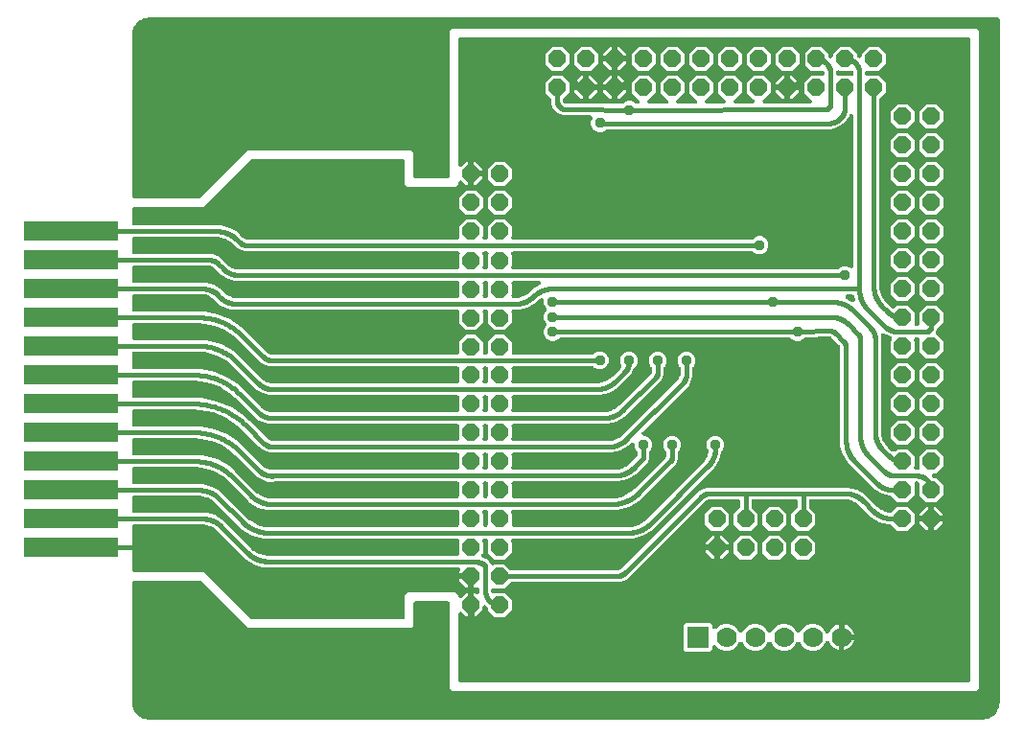
<source format=gbr>
G04 EAGLE Gerber RS-274X export*
G75*
%MOMM*%
%FSLAX34Y34*%
%LPD*%
%INTop Copper*%
%IPPOS*%
%AMOC8*
5,1,8,0,0,1.08239X$1,22.5*%
G01*
%ADD10P,1.649562X8X202.500000*%
%ADD11R,8.255000X1.778000*%
%ADD12P,1.649562X8X112.500000*%
%ADD13P,1.649562X8X292.500000*%
%ADD14P,1.649562X8X22.500000*%
%ADD15R,1.930400X1.930400*%
%ADD16C,1.778000*%
%ADD17C,0.406400*%
%ADD18C,0.955600*%

G36*
X845076Y-17697D02*
X845076Y-17697D01*
X845094Y-17699D01*
X845276Y-17678D01*
X845459Y-17659D01*
X845476Y-17654D01*
X845493Y-17652D01*
X845668Y-17595D01*
X845844Y-17541D01*
X845859Y-17533D01*
X845876Y-17527D01*
X846036Y-17437D01*
X846198Y-17349D01*
X846211Y-17338D01*
X846227Y-17329D01*
X846366Y-17209D01*
X846507Y-17092D01*
X846518Y-17078D01*
X846532Y-17066D01*
X846644Y-16921D01*
X846759Y-16778D01*
X846767Y-16762D01*
X846778Y-16748D01*
X846860Y-16583D01*
X846945Y-16421D01*
X846950Y-16404D01*
X846958Y-16388D01*
X847005Y-16209D01*
X847056Y-16034D01*
X847058Y-16016D01*
X847062Y-15999D01*
X847089Y-15668D01*
X847089Y550418D01*
X847087Y550436D01*
X847089Y550454D01*
X847068Y550636D01*
X847049Y550819D01*
X847044Y550836D01*
X847042Y550853D01*
X846985Y551028D01*
X846931Y551204D01*
X846923Y551219D01*
X846917Y551236D01*
X846827Y551396D01*
X846739Y551558D01*
X846728Y551571D01*
X846719Y551587D01*
X846599Y551726D01*
X846482Y551867D01*
X846468Y551878D01*
X846456Y551892D01*
X846311Y552004D01*
X846168Y552119D01*
X846152Y552127D01*
X846138Y552138D01*
X845973Y552220D01*
X845811Y552305D01*
X845794Y552310D01*
X845778Y552318D01*
X845599Y552365D01*
X845424Y552416D01*
X845406Y552418D01*
X845389Y552422D01*
X845058Y552449D01*
X397256Y552449D01*
X397238Y552447D01*
X397220Y552449D01*
X397038Y552428D01*
X396855Y552409D01*
X396838Y552404D01*
X396821Y552402D01*
X396646Y552345D01*
X396470Y552291D01*
X396455Y552283D01*
X396438Y552277D01*
X396278Y552187D01*
X396116Y552099D01*
X396103Y552088D01*
X396087Y552079D01*
X395948Y551959D01*
X395807Y551842D01*
X395796Y551828D01*
X395782Y551816D01*
X395670Y551671D01*
X395555Y551528D01*
X395547Y551512D01*
X395536Y551498D01*
X395454Y551333D01*
X395369Y551171D01*
X395364Y551154D01*
X395356Y551138D01*
X395308Y550959D01*
X395258Y550784D01*
X395256Y550766D01*
X395252Y550749D01*
X395225Y550418D01*
X395225Y439898D01*
X395226Y439889D01*
X395225Y439880D01*
X395246Y439688D01*
X395265Y439497D01*
X395267Y439489D01*
X395268Y439480D01*
X395326Y439298D01*
X395383Y439112D01*
X395387Y439105D01*
X395390Y439096D01*
X395483Y438928D01*
X395575Y438758D01*
X395580Y438752D01*
X395585Y438744D01*
X395709Y438597D01*
X395832Y438449D01*
X395839Y438444D01*
X395845Y438437D01*
X395996Y438318D01*
X396146Y438197D01*
X396154Y438193D01*
X396161Y438187D01*
X396334Y438099D01*
X396503Y438011D01*
X396512Y438009D01*
X396520Y438005D01*
X396706Y437953D01*
X396890Y437900D01*
X396899Y437899D01*
X396908Y437897D01*
X397101Y437883D01*
X397292Y437867D01*
X397300Y437868D01*
X397309Y437867D01*
X397502Y437892D01*
X397691Y437914D01*
X397700Y437917D01*
X397709Y437918D01*
X397892Y437979D01*
X398074Y438039D01*
X398082Y438043D01*
X398090Y438046D01*
X398257Y438142D01*
X398425Y438237D01*
X398432Y438243D01*
X398439Y438247D01*
X398692Y438462D01*
X402191Y441961D01*
X403861Y441961D01*
X403861Y432308D01*
X403862Y432290D01*
X403861Y432273D01*
X403882Y432090D01*
X403901Y431908D01*
X403906Y431891D01*
X403908Y431873D01*
X403933Y431795D01*
X403894Y431658D01*
X403892Y431640D01*
X403888Y431623D01*
X403861Y431292D01*
X403861Y421639D01*
X402191Y421639D01*
X398692Y425138D01*
X398685Y425144D01*
X398680Y425151D01*
X398530Y425271D01*
X398381Y425393D01*
X398373Y425398D01*
X398366Y425403D01*
X398196Y425492D01*
X398025Y425582D01*
X398016Y425585D01*
X398009Y425589D01*
X397824Y425642D01*
X397639Y425697D01*
X397630Y425698D01*
X397622Y425700D01*
X397430Y425716D01*
X397238Y425733D01*
X397229Y425732D01*
X397220Y425733D01*
X397031Y425711D01*
X396838Y425690D01*
X396829Y425687D01*
X396821Y425686D01*
X396639Y425627D01*
X396454Y425568D01*
X396446Y425564D01*
X396438Y425561D01*
X396269Y425466D01*
X396102Y425373D01*
X396095Y425368D01*
X396087Y425363D01*
X395941Y425237D01*
X395795Y425113D01*
X395789Y425106D01*
X395782Y425100D01*
X395665Y424949D01*
X395545Y424797D01*
X395541Y424789D01*
X395536Y424782D01*
X395450Y424610D01*
X395363Y424438D01*
X395360Y424430D01*
X395356Y424421D01*
X395306Y424236D01*
X395255Y424050D01*
X395254Y424041D01*
X395252Y424033D01*
X395225Y423702D01*
X395225Y422602D01*
X392992Y420369D01*
X350212Y420369D01*
X347979Y422602D01*
X347979Y442468D01*
X347977Y442486D01*
X347979Y442504D01*
X347958Y442686D01*
X347939Y442869D01*
X347934Y442886D01*
X347932Y442903D01*
X347875Y443078D01*
X347821Y443254D01*
X347813Y443269D01*
X347807Y443286D01*
X347717Y443446D01*
X347629Y443608D01*
X347618Y443621D01*
X347609Y443637D01*
X347489Y443776D01*
X347372Y443917D01*
X347358Y443928D01*
X347346Y443942D01*
X347201Y444054D01*
X347058Y444169D01*
X347042Y444177D01*
X347028Y444188D01*
X346863Y444270D01*
X346701Y444355D01*
X346684Y444360D01*
X346668Y444368D01*
X346489Y444415D01*
X346314Y444466D01*
X346296Y444468D01*
X346279Y444472D01*
X345948Y444499D01*
X213240Y444499D01*
X213213Y444497D01*
X213187Y444499D01*
X213013Y444477D01*
X212839Y444459D01*
X212814Y444452D01*
X212787Y444448D01*
X212621Y444393D01*
X212454Y444341D01*
X212431Y444328D01*
X212405Y444320D01*
X212254Y444233D01*
X212100Y444149D01*
X212080Y444132D01*
X212057Y444119D01*
X211804Y443904D01*
X170488Y402589D01*
X109220Y402589D01*
X109202Y402587D01*
X109184Y402589D01*
X109002Y402568D01*
X108819Y402549D01*
X108802Y402544D01*
X108785Y402542D01*
X108610Y402485D01*
X108434Y402431D01*
X108419Y402423D01*
X108402Y402417D01*
X108242Y402327D01*
X108080Y402239D01*
X108067Y402228D01*
X108051Y402219D01*
X107912Y402099D01*
X107771Y401982D01*
X107760Y401968D01*
X107747Y401956D01*
X107634Y401811D01*
X107519Y401668D01*
X107511Y401652D01*
X107500Y401638D01*
X107418Y401473D01*
X107333Y401311D01*
X107328Y401294D01*
X107320Y401278D01*
X107273Y401099D01*
X107222Y400924D01*
X107220Y400906D01*
X107216Y400889D01*
X107189Y400558D01*
X107189Y388112D01*
X107191Y388094D01*
X107189Y388076D01*
X107210Y387894D01*
X107229Y387711D01*
X107234Y387694D01*
X107236Y387677D01*
X107293Y387502D01*
X107347Y387326D01*
X107355Y387311D01*
X107361Y387294D01*
X107451Y387134D01*
X107539Y386972D01*
X107550Y386959D01*
X107559Y386943D01*
X107679Y386804D01*
X107796Y386663D01*
X107810Y386652D01*
X107822Y386638D01*
X107967Y386526D01*
X108110Y386411D01*
X108126Y386403D01*
X108140Y386392D01*
X108305Y386310D01*
X108467Y386225D01*
X108484Y386220D01*
X108501Y386212D01*
X108679Y386165D01*
X108854Y386114D01*
X108872Y386112D01*
X108889Y386108D01*
X109220Y386081D01*
X185770Y386081D01*
X193522Y384004D01*
X200473Y379991D01*
X202310Y378153D01*
X204177Y376286D01*
X204311Y376153D01*
X205015Y375449D01*
X205076Y375399D01*
X205162Y375315D01*
X205944Y374673D01*
X206054Y374600D01*
X206160Y374519D01*
X206231Y374482D01*
X206279Y374450D01*
X206351Y374421D01*
X206455Y374367D01*
X208314Y373597D01*
X208442Y373558D01*
X208566Y373511D01*
X208644Y373497D01*
X208700Y373480D01*
X208777Y373473D01*
X208893Y373452D01*
X209899Y373353D01*
X209977Y373353D01*
X210098Y373343D01*
X394065Y373343D01*
X394074Y373344D01*
X394083Y373343D01*
X394274Y373364D01*
X394466Y373383D01*
X394474Y373386D01*
X394483Y373387D01*
X394666Y373444D01*
X394851Y373501D01*
X394859Y373505D01*
X394867Y373508D01*
X395036Y373601D01*
X395205Y373693D01*
X395212Y373699D01*
X395220Y373703D01*
X395368Y373829D01*
X395514Y373951D01*
X395520Y373958D01*
X395526Y373963D01*
X395646Y374115D01*
X395766Y374264D01*
X395771Y374272D01*
X395776Y374279D01*
X395863Y374450D01*
X395952Y374622D01*
X395954Y374630D01*
X395958Y374638D01*
X396010Y374824D01*
X396063Y375009D01*
X396064Y375018D01*
X396066Y375026D01*
X396080Y375218D01*
X396096Y375410D01*
X396095Y375419D01*
X396096Y375428D01*
X396072Y375620D01*
X396049Y375810D01*
X396046Y375818D01*
X396045Y375827D01*
X395984Y376009D01*
X395924Y376193D01*
X395920Y376200D01*
X395917Y376209D01*
X395822Y376375D01*
X395731Y376535D01*
X395731Y385419D01*
X401981Y391669D01*
X410819Y391669D01*
X417069Y385419D01*
X417069Y376530D01*
X417043Y376499D01*
X417039Y376491D01*
X417034Y376484D01*
X416945Y376314D01*
X416855Y376144D01*
X416852Y376135D01*
X416848Y376127D01*
X416795Y375941D01*
X416740Y375758D01*
X416739Y375749D01*
X416737Y375740D01*
X416721Y375548D01*
X416704Y375357D01*
X416705Y375348D01*
X416704Y375339D01*
X416726Y375149D01*
X416747Y374956D01*
X416750Y374948D01*
X416751Y374939D01*
X416810Y374757D01*
X416868Y374573D01*
X416873Y374565D01*
X416876Y374556D01*
X416970Y374389D01*
X417063Y374220D01*
X417069Y374213D01*
X417074Y374206D01*
X417199Y374060D01*
X417324Y373913D01*
X417331Y373908D01*
X417337Y373901D01*
X417489Y373783D01*
X417640Y373664D01*
X417648Y373660D01*
X417655Y373654D01*
X417827Y373568D01*
X417999Y373481D01*
X418007Y373479D01*
X418015Y373475D01*
X418202Y373424D01*
X418386Y373373D01*
X418395Y373373D01*
X418404Y373370D01*
X418735Y373343D01*
X419465Y373343D01*
X419474Y373344D01*
X419483Y373343D01*
X419674Y373364D01*
X419866Y373383D01*
X419874Y373386D01*
X419883Y373387D01*
X420066Y373444D01*
X420251Y373501D01*
X420259Y373505D01*
X420267Y373508D01*
X420436Y373601D01*
X420605Y373693D01*
X420612Y373699D01*
X420620Y373703D01*
X420768Y373829D01*
X420914Y373951D01*
X420920Y373958D01*
X420926Y373963D01*
X421046Y374115D01*
X421166Y374264D01*
X421171Y374272D01*
X421176Y374279D01*
X421263Y374450D01*
X421352Y374622D01*
X421354Y374630D01*
X421358Y374638D01*
X421410Y374824D01*
X421463Y375009D01*
X421464Y375018D01*
X421466Y375026D01*
X421480Y375218D01*
X421496Y375410D01*
X421495Y375419D01*
X421496Y375428D01*
X421472Y375620D01*
X421449Y375810D01*
X421446Y375818D01*
X421445Y375827D01*
X421384Y376009D01*
X421324Y376193D01*
X421320Y376200D01*
X421317Y376209D01*
X421222Y376375D01*
X421131Y376535D01*
X421131Y385419D01*
X427381Y391669D01*
X436219Y391669D01*
X442469Y385419D01*
X442469Y376530D01*
X442443Y376499D01*
X442439Y376491D01*
X442434Y376484D01*
X442345Y376314D01*
X442255Y376144D01*
X442252Y376135D01*
X442248Y376127D01*
X442195Y375941D01*
X442140Y375758D01*
X442139Y375749D01*
X442137Y375740D01*
X442121Y375548D01*
X442104Y375357D01*
X442105Y375348D01*
X442104Y375339D01*
X442126Y375149D01*
X442147Y374956D01*
X442150Y374948D01*
X442151Y374939D01*
X442210Y374757D01*
X442268Y374573D01*
X442273Y374565D01*
X442276Y374556D01*
X442370Y374389D01*
X442463Y374220D01*
X442469Y374213D01*
X442474Y374206D01*
X442599Y374060D01*
X442724Y373913D01*
X442731Y373908D01*
X442737Y373901D01*
X442889Y373783D01*
X443040Y373664D01*
X443048Y373660D01*
X443055Y373654D01*
X443227Y373568D01*
X443399Y373481D01*
X443407Y373479D01*
X443415Y373475D01*
X443602Y373424D01*
X443786Y373373D01*
X443795Y373373D01*
X443804Y373370D01*
X444135Y373343D01*
X653533Y373343D01*
X653560Y373346D01*
X653586Y373344D01*
X653760Y373366D01*
X653934Y373383D01*
X653959Y373391D01*
X653986Y373394D01*
X654151Y373450D01*
X654319Y373501D01*
X654342Y373514D01*
X654367Y373522D01*
X654519Y373610D01*
X654673Y373693D01*
X654693Y373710D01*
X654716Y373723D01*
X654969Y373938D01*
X656475Y375443D01*
X658855Y376429D01*
X659351Y376635D01*
X662465Y376635D01*
X665341Y375443D01*
X667543Y373241D01*
X668735Y370365D01*
X668735Y367251D01*
X667543Y364375D01*
X665341Y362173D01*
X662465Y360981D01*
X659351Y360981D01*
X656475Y362173D01*
X656061Y362587D01*
X656040Y362604D01*
X656022Y362624D01*
X655884Y362731D01*
X655749Y362842D01*
X655725Y362854D01*
X655704Y362871D01*
X655547Y362949D01*
X655393Y363030D01*
X655368Y363038D01*
X655344Y363050D01*
X655174Y363096D01*
X655007Y363145D01*
X654981Y363148D01*
X654955Y363155D01*
X654624Y363182D01*
X443702Y363182D01*
X443693Y363181D01*
X443684Y363182D01*
X443492Y363161D01*
X443301Y363142D01*
X443293Y363139D01*
X443284Y363138D01*
X443101Y363080D01*
X442917Y363024D01*
X442909Y363019D01*
X442900Y363017D01*
X442731Y362923D01*
X442562Y362832D01*
X442556Y362826D01*
X442548Y362822D01*
X442400Y362696D01*
X442253Y362574D01*
X442248Y362567D01*
X442241Y362561D01*
X442121Y362409D01*
X442001Y362260D01*
X441997Y362252D01*
X441991Y362245D01*
X441903Y362073D01*
X441815Y361903D01*
X441813Y361894D01*
X441809Y361886D01*
X441757Y361701D01*
X441704Y361516D01*
X441703Y361507D01*
X441701Y361499D01*
X441687Y361306D01*
X441671Y361115D01*
X441672Y361106D01*
X441671Y361097D01*
X441696Y360906D01*
X441718Y360715D01*
X441721Y360706D01*
X441722Y360698D01*
X441783Y360515D01*
X441843Y360332D01*
X441847Y360324D01*
X441850Y360316D01*
X441946Y360149D01*
X442041Y359982D01*
X442047Y359975D01*
X442051Y359967D01*
X442266Y359714D01*
X442469Y359511D01*
X442469Y350629D01*
X442411Y350558D01*
X442406Y350550D01*
X442401Y350543D01*
X442312Y350373D01*
X442222Y350203D01*
X442219Y350194D01*
X442215Y350186D01*
X442162Y350001D01*
X442107Y349817D01*
X442106Y349808D01*
X442104Y349799D01*
X442088Y349607D01*
X442071Y349416D01*
X442072Y349407D01*
X442071Y349398D01*
X442093Y349208D01*
X442114Y349016D01*
X442117Y349007D01*
X442118Y348998D01*
X442178Y348815D01*
X442236Y348632D01*
X442240Y348624D01*
X442243Y348615D01*
X442337Y348448D01*
X442430Y348279D01*
X442436Y348273D01*
X442441Y348265D01*
X442567Y348118D01*
X442691Y347972D01*
X442698Y347967D01*
X442704Y347960D01*
X442856Y347842D01*
X443007Y347723D01*
X443015Y347719D01*
X443022Y347713D01*
X443194Y347628D01*
X443366Y347540D01*
X443374Y347538D01*
X443382Y347534D01*
X443570Y347484D01*
X443754Y347432D01*
X443762Y347432D01*
X443771Y347429D01*
X444102Y347402D01*
X729708Y347402D01*
X729734Y347405D01*
X729761Y347403D01*
X729935Y347425D01*
X730109Y347442D01*
X730134Y347450D01*
X730161Y347453D01*
X730326Y347509D01*
X730493Y347560D01*
X730517Y347573D01*
X730542Y347582D01*
X730694Y347669D01*
X730847Y347752D01*
X730868Y347769D01*
X730891Y347783D01*
X731144Y347997D01*
X732104Y348957D01*
X734980Y350148D01*
X738094Y350148D01*
X741060Y348920D01*
X741083Y348901D01*
X741091Y348896D01*
X741098Y348891D01*
X741268Y348803D01*
X741439Y348712D01*
X741447Y348709D01*
X741455Y348705D01*
X741639Y348652D01*
X741824Y348597D01*
X741834Y348596D01*
X741842Y348594D01*
X742033Y348578D01*
X742225Y348561D01*
X742235Y348562D01*
X742244Y348561D01*
X742433Y348583D01*
X742626Y348604D01*
X742634Y348607D01*
X742643Y348608D01*
X742826Y348668D01*
X743010Y348726D01*
X743018Y348730D01*
X743026Y348733D01*
X743194Y348827D01*
X743362Y348920D01*
X743369Y348926D01*
X743377Y348931D01*
X743522Y349056D01*
X743669Y349181D01*
X743675Y349188D01*
X743682Y349194D01*
X743798Y349343D01*
X743919Y349497D01*
X743923Y349505D01*
X743928Y349512D01*
X744013Y349683D01*
X744101Y349856D01*
X744104Y349864D01*
X744108Y349872D01*
X744158Y350058D01*
X744209Y350243D01*
X744210Y350252D01*
X744212Y350261D01*
X744239Y350592D01*
X744239Y482609D01*
X744231Y482692D01*
X744232Y482777D01*
X744211Y482892D01*
X744199Y483009D01*
X744175Y483090D01*
X744159Y483173D01*
X744116Y483282D01*
X744081Y483394D01*
X744041Y483468D01*
X744010Y483547D01*
X743945Y483645D01*
X743889Y483748D01*
X743836Y483813D01*
X743789Y483884D01*
X743707Y483967D01*
X743632Y484057D01*
X743566Y484110D01*
X743507Y484170D01*
X743409Y484236D01*
X743318Y484310D01*
X743243Y484349D01*
X743173Y484396D01*
X743065Y484441D01*
X742961Y484495D01*
X742880Y484519D01*
X742802Y484551D01*
X742687Y484574D01*
X742574Y484607D01*
X742490Y484614D01*
X742407Y484630D01*
X742290Y484630D01*
X742172Y484640D01*
X742089Y484630D01*
X742004Y484630D01*
X741889Y484606D01*
X741773Y484593D01*
X741692Y484566D01*
X741610Y484550D01*
X741501Y484504D01*
X741390Y484468D01*
X741316Y484426D01*
X741239Y484394D01*
X741142Y484328D01*
X741039Y484270D01*
X740975Y484215D01*
X740906Y484167D01*
X740823Y484083D01*
X740735Y484007D01*
X740683Y483940D01*
X740624Y483880D01*
X740560Y483781D01*
X740488Y483689D01*
X740450Y483613D01*
X740404Y483542D01*
X740347Y483405D01*
X740308Y483328D01*
X740297Y483287D01*
X740276Y483236D01*
X739936Y482190D01*
X736135Y476959D01*
X730904Y473158D01*
X724753Y471159D01*
X526621Y471159D01*
X526595Y471157D01*
X526568Y471159D01*
X526394Y471137D01*
X526221Y471119D01*
X526195Y471112D01*
X526169Y471108D01*
X526003Y471053D01*
X525836Y471001D01*
X525812Y470988D01*
X525787Y470980D01*
X525635Y470893D01*
X525482Y470809D01*
X525461Y470792D01*
X525438Y470779D01*
X525185Y470564D01*
X524625Y470005D01*
X523529Y469551D01*
X521749Y468813D01*
X518635Y468813D01*
X515759Y470005D01*
X513557Y472207D01*
X512365Y475083D01*
X512365Y478197D01*
X513401Y480697D01*
X513403Y480703D01*
X513405Y480708D01*
X513460Y480894D01*
X513517Y481082D01*
X513518Y481088D01*
X513520Y481094D01*
X513537Y481286D01*
X513555Y481483D01*
X513555Y481489D01*
X513555Y481495D01*
X513534Y481690D01*
X513514Y481883D01*
X513512Y481889D01*
X513511Y481895D01*
X513452Y482082D01*
X513394Y482268D01*
X513391Y482273D01*
X513389Y482279D01*
X513295Y482449D01*
X513201Y482621D01*
X513197Y482626D01*
X513194Y482631D01*
X513067Y482780D01*
X512941Y482929D01*
X512937Y482933D01*
X512933Y482938D01*
X512778Y483059D01*
X512627Y483180D01*
X512621Y483183D01*
X512616Y483187D01*
X512442Y483275D01*
X512269Y483364D01*
X512263Y483366D01*
X512257Y483368D01*
X512070Y483420D01*
X511881Y483474D01*
X511875Y483474D01*
X511869Y483476D01*
X511539Y483505D01*
X503921Y483559D01*
X503751Y483543D01*
X503580Y483533D01*
X503550Y483525D01*
X503520Y483522D01*
X503426Y483494D01*
X487585Y483494D01*
X482967Y485407D01*
X479432Y488942D01*
X477519Y493560D01*
X477519Y497152D01*
X477517Y497178D01*
X477519Y497205D01*
X477497Y497379D01*
X477479Y497552D01*
X477472Y497578D01*
X477468Y497604D01*
X477413Y497770D01*
X477361Y497937D01*
X477348Y497961D01*
X477340Y497986D01*
X477253Y498138D01*
X477169Y498291D01*
X477152Y498312D01*
X477139Y498335D01*
X476924Y498588D01*
X471931Y503581D01*
X471931Y512419D01*
X478181Y518669D01*
X487019Y518669D01*
X493269Y512419D01*
X493269Y503581D01*
X488276Y498588D01*
X488259Y498567D01*
X488238Y498550D01*
X488131Y498412D01*
X488021Y498276D01*
X488008Y498253D01*
X487992Y498232D01*
X487914Y498075D01*
X487832Y497921D01*
X487824Y497895D01*
X487812Y497871D01*
X487767Y497702D01*
X487717Y497535D01*
X487715Y497508D01*
X487708Y497482D01*
X487681Y497152D01*
X487681Y496059D01*
X487689Y495981D01*
X487689Y495932D01*
X487689Y495924D01*
X487690Y495919D01*
X487691Y495860D01*
X487698Y495787D01*
X487718Y495687D01*
X487721Y495658D01*
X487726Y495642D01*
X487741Y495525D01*
X487765Y495449D01*
X487777Y495392D01*
X487807Y495321D01*
X487843Y495209D01*
X487898Y495075D01*
X487913Y495047D01*
X487923Y495018D01*
X488008Y494870D01*
X488088Y494720D01*
X488108Y494696D01*
X488124Y494669D01*
X488338Y494416D01*
X488441Y494313D01*
X488465Y494293D01*
X488486Y494270D01*
X488621Y494166D01*
X488753Y494058D01*
X488780Y494044D01*
X488805Y494025D01*
X489100Y493873D01*
X489234Y493817D01*
X489362Y493779D01*
X489486Y493732D01*
X489564Y493718D01*
X489620Y493701D01*
X489697Y493694D01*
X489747Y493684D01*
X489754Y493683D01*
X489759Y493682D01*
X489812Y493673D01*
X489885Y493665D01*
X489964Y493665D01*
X490084Y493656D01*
X500340Y493656D01*
X500371Y493659D01*
X500402Y493657D01*
X500571Y493679D01*
X500741Y493695D01*
X500771Y493705D01*
X500802Y493709D01*
X500906Y493742D01*
X501958Y493735D01*
X501964Y493735D01*
X501972Y493735D01*
X503259Y493735D01*
X503370Y493725D01*
X539478Y493469D01*
X539512Y493472D01*
X539546Y493470D01*
X539713Y493491D01*
X539879Y493506D01*
X539911Y493516D01*
X539945Y493520D01*
X540104Y493574D01*
X540265Y493622D01*
X540294Y493638D01*
X540327Y493649D01*
X540472Y493732D01*
X540620Y493811D01*
X540646Y493833D01*
X540676Y493849D01*
X540929Y494064D01*
X541840Y494976D01*
X544717Y496167D01*
X547830Y496167D01*
X550707Y494976D01*
X551653Y494029D01*
X551676Y494011D01*
X551694Y493989D01*
X551831Y493883D01*
X551965Y493774D01*
X551990Y493761D01*
X552013Y493743D01*
X552168Y493666D01*
X552320Y493585D01*
X552348Y493577D01*
X552374Y493564D01*
X552541Y493520D01*
X552706Y493471D01*
X552735Y493468D01*
X552763Y493461D01*
X553094Y493434D01*
X553378Y493435D01*
X553384Y493435D01*
X553391Y493435D01*
X553586Y493456D01*
X553778Y493475D01*
X553785Y493477D01*
X553792Y493478D01*
X553977Y493537D01*
X554163Y493594D01*
X554169Y493598D01*
X554176Y493600D01*
X554345Y493694D01*
X554516Y493787D01*
X554522Y493791D01*
X554528Y493795D01*
X554676Y493921D01*
X554825Y494045D01*
X554830Y494051D01*
X554835Y494055D01*
X554954Y494206D01*
X555077Y494359D01*
X555080Y494366D01*
X555084Y494371D01*
X555172Y494544D01*
X555262Y494717D01*
X555264Y494724D01*
X555267Y494730D01*
X555319Y494918D01*
X555372Y495104D01*
X555373Y495111D01*
X555375Y495118D01*
X555389Y495312D01*
X555404Y495506D01*
X555404Y495512D01*
X555404Y495519D01*
X555380Y495714D01*
X555357Y495905D01*
X555355Y495912D01*
X555354Y495919D01*
X555293Y496100D01*
X555231Y496288D01*
X555228Y496294D01*
X555226Y496300D01*
X555129Y496469D01*
X555033Y496638D01*
X555028Y496643D01*
X555025Y496649D01*
X554810Y496902D01*
X548131Y503581D01*
X548131Y512419D01*
X554381Y518669D01*
X563219Y518669D01*
X569469Y512419D01*
X569469Y503581D01*
X562811Y496923D01*
X562804Y496915D01*
X562796Y496908D01*
X562677Y496759D01*
X562556Y496612D01*
X562551Y496602D01*
X562544Y496594D01*
X562456Y496424D01*
X562367Y496256D01*
X562364Y496246D01*
X562359Y496236D01*
X562307Y496052D01*
X562252Y495870D01*
X562251Y495859D01*
X562249Y495849D01*
X562233Y495659D01*
X562216Y495469D01*
X562217Y495458D01*
X562216Y495447D01*
X562239Y495259D01*
X562259Y495069D01*
X562263Y495058D01*
X562264Y495048D01*
X562323Y494868D01*
X562381Y494685D01*
X562386Y494675D01*
X562390Y494665D01*
X562483Y494500D01*
X562576Y494333D01*
X562583Y494324D01*
X562588Y494315D01*
X562713Y494171D01*
X562836Y494026D01*
X562845Y494019D01*
X562852Y494011D01*
X563003Y493894D01*
X563152Y493776D01*
X563162Y493771D01*
X563171Y493764D01*
X563342Y493680D01*
X563511Y493594D01*
X563522Y493591D01*
X563531Y493586D01*
X563715Y493537D01*
X563899Y493486D01*
X563910Y493485D01*
X563920Y493482D01*
X564251Y493456D01*
X578729Y493483D01*
X578736Y493484D01*
X578743Y493483D01*
X578939Y493505D01*
X579129Y493524D01*
X579136Y493526D01*
X579143Y493527D01*
X579330Y493586D01*
X579514Y493643D01*
X579520Y493646D01*
X579527Y493648D01*
X579698Y493743D01*
X579868Y493835D01*
X579873Y493840D01*
X579879Y493843D01*
X580027Y493969D01*
X580176Y494094D01*
X580181Y494099D01*
X580186Y494104D01*
X580306Y494255D01*
X580428Y494408D01*
X580431Y494414D01*
X580436Y494420D01*
X580524Y494593D01*
X580613Y494766D01*
X580615Y494772D01*
X580618Y494779D01*
X580670Y494966D01*
X580724Y495153D01*
X580724Y495160D01*
X580726Y495166D01*
X580740Y495361D01*
X580756Y495554D01*
X580755Y495561D01*
X580755Y495568D01*
X580731Y495763D01*
X580708Y495954D01*
X580706Y495960D01*
X580705Y495967D01*
X580644Y496151D01*
X580583Y496336D01*
X580579Y496342D01*
X580577Y496349D01*
X580480Y496517D01*
X580384Y496687D01*
X580379Y496692D01*
X580376Y496698D01*
X580161Y496951D01*
X573531Y503581D01*
X573531Y512419D01*
X579781Y518669D01*
X588619Y518669D01*
X594869Y512419D01*
X594869Y503581D01*
X588260Y496972D01*
X588253Y496964D01*
X588245Y496957D01*
X588125Y496808D01*
X588005Y496661D01*
X588000Y496651D01*
X587993Y496642D01*
X587905Y496473D01*
X587816Y496305D01*
X587813Y496294D01*
X587808Y496285D01*
X587755Y496100D01*
X587701Y495919D01*
X587700Y495908D01*
X587697Y495898D01*
X587682Y495708D01*
X587665Y495518D01*
X587666Y495507D01*
X587665Y495496D01*
X587688Y495308D01*
X587708Y495118D01*
X587712Y495107D01*
X587713Y495096D01*
X587772Y494917D01*
X587830Y494734D01*
X587835Y494724D01*
X587839Y494714D01*
X587933Y494547D01*
X588025Y494381D01*
X588032Y494373D01*
X588037Y494364D01*
X588162Y494219D01*
X588285Y494074D01*
X588294Y494068D01*
X588301Y494060D01*
X588451Y493943D01*
X588601Y493825D01*
X588611Y493820D01*
X588619Y493813D01*
X588791Y493729D01*
X588960Y493643D01*
X588971Y493640D01*
X588980Y493635D01*
X589164Y493586D01*
X589348Y493535D01*
X589359Y493534D01*
X589369Y493531D01*
X589700Y493504D01*
X604080Y493532D01*
X604087Y493533D01*
X604094Y493532D01*
X604290Y493553D01*
X604481Y493573D01*
X604487Y493575D01*
X604494Y493576D01*
X604681Y493635D01*
X604865Y493692D01*
X604872Y493695D01*
X604878Y493697D01*
X605049Y493792D01*
X605219Y493884D01*
X605224Y493888D01*
X605231Y493892D01*
X605378Y494017D01*
X605528Y494142D01*
X605532Y494148D01*
X605537Y494152D01*
X605657Y494304D01*
X605780Y494457D01*
X605783Y494463D01*
X605787Y494468D01*
X605874Y494639D01*
X605964Y494814D01*
X605966Y494821D01*
X605969Y494827D01*
X606022Y495014D01*
X606075Y495201D01*
X606076Y495208D01*
X606077Y495215D01*
X606092Y495407D01*
X606107Y495603D01*
X606106Y495610D01*
X606107Y495617D01*
X606082Y495811D01*
X606059Y496003D01*
X606057Y496009D01*
X606056Y496016D01*
X605994Y496201D01*
X605934Y496385D01*
X605930Y496391D01*
X605928Y496398D01*
X605830Y496568D01*
X605735Y496735D01*
X605731Y496741D01*
X605727Y496747D01*
X605513Y497000D01*
X598931Y503581D01*
X598931Y512419D01*
X605181Y518669D01*
X614019Y518669D01*
X620269Y512419D01*
X620269Y503581D01*
X613709Y497021D01*
X613702Y497012D01*
X613693Y497005D01*
X613574Y496857D01*
X613454Y496709D01*
X613449Y496700D01*
X613442Y496691D01*
X613353Y496520D01*
X613265Y496354D01*
X613262Y496343D01*
X613257Y496334D01*
X613204Y496149D01*
X613150Y495968D01*
X613149Y495957D01*
X613146Y495946D01*
X613131Y495757D01*
X613114Y495567D01*
X613115Y495556D01*
X613114Y495545D01*
X613137Y495357D01*
X613157Y495167D01*
X613161Y495156D01*
X613162Y495145D01*
X613221Y494966D01*
X613279Y494783D01*
X613284Y494773D01*
X613287Y494763D01*
X613381Y494597D01*
X613474Y494430D01*
X613481Y494422D01*
X613486Y494413D01*
X613611Y494269D01*
X613734Y494123D01*
X613743Y494117D01*
X613750Y494108D01*
X613900Y493992D01*
X614050Y493874D01*
X614060Y493869D01*
X614068Y493862D01*
X614239Y493777D01*
X614409Y493691D01*
X614419Y493688D01*
X614429Y493684D01*
X614613Y493635D01*
X614797Y493583D01*
X614808Y493583D01*
X614818Y493580D01*
X615149Y493553D01*
X629431Y493581D01*
X629438Y493581D01*
X629445Y493581D01*
X629642Y493602D01*
X629832Y493621D01*
X629839Y493623D01*
X629846Y493624D01*
X630033Y493684D01*
X630217Y493740D01*
X630223Y493744D01*
X630229Y493746D01*
X630401Y493840D01*
X630570Y493933D01*
X630576Y493937D01*
X630582Y493941D01*
X630730Y494066D01*
X630879Y494191D01*
X630884Y494197D01*
X630889Y494201D01*
X631009Y494353D01*
X631131Y494505D01*
X631134Y494511D01*
X631138Y494517D01*
X631227Y494691D01*
X631316Y494863D01*
X631318Y494870D01*
X631321Y494876D01*
X631373Y495062D01*
X631426Y495250D01*
X631427Y495257D01*
X631429Y495264D01*
X631443Y495457D01*
X631458Y495651D01*
X631458Y495658D01*
X631458Y495665D01*
X631434Y495860D01*
X631411Y496051D01*
X631409Y496058D01*
X631408Y496065D01*
X631345Y496251D01*
X631285Y496434D01*
X631282Y496440D01*
X631280Y496446D01*
X631182Y496616D01*
X631087Y496784D01*
X631082Y496789D01*
X631079Y496795D01*
X630864Y497048D01*
X624331Y503581D01*
X624331Y512419D01*
X630581Y518669D01*
X639419Y518669D01*
X645669Y512419D01*
X645669Y503581D01*
X639158Y497070D01*
X639151Y497061D01*
X639142Y497054D01*
X639023Y496906D01*
X638902Y496758D01*
X638897Y496749D01*
X638891Y496740D01*
X638803Y496571D01*
X638714Y496403D01*
X638711Y496392D01*
X638706Y496382D01*
X638653Y496199D01*
X638599Y496017D01*
X638598Y496006D01*
X638595Y495995D01*
X638580Y495806D01*
X638563Y495616D01*
X638564Y495605D01*
X638563Y495594D01*
X638585Y495406D01*
X638606Y495215D01*
X638609Y495205D01*
X638611Y495194D01*
X638670Y495015D01*
X638728Y494832D01*
X638733Y494822D01*
X638736Y494812D01*
X638830Y494646D01*
X638922Y494479D01*
X638929Y494471D01*
X638935Y494461D01*
X639060Y494318D01*
X639183Y494172D01*
X639191Y494165D01*
X639199Y494157D01*
X639349Y494041D01*
X639499Y493923D01*
X639508Y493918D01*
X639517Y493911D01*
X639688Y493826D01*
X639858Y493740D01*
X639868Y493737D01*
X639878Y493732D01*
X640062Y493683D01*
X640246Y493632D01*
X640257Y493631D01*
X640267Y493629D01*
X640598Y493602D01*
X654783Y493629D01*
X654790Y493630D01*
X654797Y493629D01*
X654993Y493651D01*
X655183Y493670D01*
X655190Y493672D01*
X655197Y493673D01*
X655384Y493732D01*
X655568Y493789D01*
X655574Y493792D01*
X655581Y493794D01*
X655752Y493889D01*
X655922Y493981D01*
X655927Y493986D01*
X655933Y493989D01*
X656081Y494115D01*
X656230Y494240D01*
X656235Y494245D01*
X656240Y494250D01*
X656360Y494402D01*
X656482Y494554D01*
X656485Y494560D01*
X656490Y494566D01*
X656578Y494739D01*
X656667Y494912D01*
X656669Y494918D01*
X656672Y494925D01*
X656724Y495112D01*
X656778Y495299D01*
X656778Y495306D01*
X656780Y495312D01*
X656794Y495507D01*
X656810Y495700D01*
X656809Y495707D01*
X656809Y495714D01*
X656785Y495909D01*
X656762Y496100D01*
X656760Y496106D01*
X656759Y496113D01*
X656697Y496299D01*
X656636Y496482D01*
X656633Y496488D01*
X656631Y496495D01*
X656533Y496665D01*
X656438Y496833D01*
X656433Y496838D01*
X656430Y496844D01*
X656215Y497097D01*
X649731Y503581D01*
X649731Y512419D01*
X655981Y518669D01*
X664819Y518669D01*
X671069Y512419D01*
X671069Y503581D01*
X664606Y497119D01*
X664600Y497110D01*
X664591Y497103D01*
X664472Y496955D01*
X664351Y496807D01*
X664346Y496797D01*
X664339Y496789D01*
X664252Y496619D01*
X664163Y496451D01*
X664160Y496441D01*
X664155Y496431D01*
X664102Y496247D01*
X664048Y496065D01*
X664047Y496055D01*
X664044Y496044D01*
X664029Y495855D01*
X664012Y495665D01*
X664013Y495654D01*
X664012Y495643D01*
X664034Y495455D01*
X664055Y495264D01*
X664058Y495254D01*
X664060Y495243D01*
X664119Y495062D01*
X664176Y494880D01*
X664182Y494871D01*
X664185Y494861D01*
X664279Y494695D01*
X664371Y494528D01*
X664378Y494520D01*
X664384Y494510D01*
X664508Y494366D01*
X664632Y494221D01*
X664640Y494214D01*
X664647Y494206D01*
X664798Y494090D01*
X664948Y493971D01*
X664957Y493967D01*
X664966Y493960D01*
X665137Y493875D01*
X665307Y493789D01*
X665317Y493786D01*
X665327Y493781D01*
X665511Y493732D01*
X665695Y493681D01*
X665705Y493680D01*
X665716Y493678D01*
X666047Y493651D01*
X705485Y493727D01*
X705492Y493727D01*
X705499Y493727D01*
X705695Y493748D01*
X705886Y493767D01*
X705893Y493769D01*
X705900Y493770D01*
X706088Y493830D01*
X706271Y493886D01*
X706277Y493890D01*
X706283Y493892D01*
X706454Y493986D01*
X706624Y494079D01*
X706630Y494083D01*
X706636Y494087D01*
X706784Y494212D01*
X706933Y494337D01*
X706937Y494343D01*
X706943Y494347D01*
X707064Y494500D01*
X707185Y494651D01*
X707188Y494657D01*
X707192Y494663D01*
X707280Y494836D01*
X707370Y495009D01*
X707372Y495016D01*
X707375Y495022D01*
X707427Y495209D01*
X707480Y495396D01*
X707481Y495403D01*
X707483Y495410D01*
X707497Y495605D01*
X707512Y495797D01*
X707512Y495804D01*
X707512Y495811D01*
X707488Y496006D01*
X707465Y496197D01*
X707463Y496204D01*
X707462Y496211D01*
X707400Y496395D01*
X707339Y496580D01*
X707336Y496586D01*
X707333Y496592D01*
X707236Y496762D01*
X707141Y496930D01*
X707136Y496935D01*
X707133Y496941D01*
X706918Y497194D01*
X700531Y503581D01*
X700531Y512419D01*
X706781Y518669D01*
X715810Y518669D01*
X715880Y518632D01*
X715888Y518629D01*
X715896Y518625D01*
X716081Y518572D01*
X716265Y518517D01*
X716274Y518516D01*
X716283Y518514D01*
X716474Y518498D01*
X716666Y518480D01*
X716675Y518481D01*
X716684Y518481D01*
X716874Y518503D01*
X717067Y518524D01*
X717075Y518527D01*
X717084Y518528D01*
X717266Y518587D01*
X717451Y518645D01*
X717458Y518650D01*
X717467Y518652D01*
X717635Y518747D01*
X717803Y518840D01*
X717810Y518846D01*
X717818Y518850D01*
X717964Y518977D01*
X718110Y519101D01*
X718115Y519108D01*
X718122Y519113D01*
X718240Y519266D01*
X718360Y519416D01*
X718364Y519425D01*
X718369Y519432D01*
X718455Y519604D01*
X718542Y519775D01*
X718544Y519784D01*
X718548Y519792D01*
X718598Y519978D01*
X718650Y520163D01*
X718651Y520172D01*
X718653Y520181D01*
X718680Y520512D01*
X718680Y520839D01*
X718675Y520893D01*
X718676Y520902D01*
X718672Y520935D01*
X718670Y521038D01*
X718666Y521083D01*
X718646Y521184D01*
X718640Y521240D01*
X718638Y521246D01*
X718632Y521302D01*
X718605Y521389D01*
X718587Y521478D01*
X718544Y521580D01*
X718511Y521686D01*
X718467Y521765D01*
X718432Y521849D01*
X718369Y521941D01*
X718316Y522038D01*
X718257Y522108D01*
X718206Y522183D01*
X718127Y522261D01*
X718055Y522345D01*
X717984Y522402D01*
X717919Y522465D01*
X717826Y522526D01*
X717739Y522595D01*
X717658Y522636D01*
X717582Y522686D01*
X717479Y522727D01*
X717380Y522777D01*
X717293Y522802D01*
X717209Y522835D01*
X717099Y522855D01*
X716992Y522885D01*
X716902Y522892D01*
X716813Y522908D01*
X716701Y522906D01*
X716591Y522915D01*
X716501Y522903D01*
X716410Y522902D01*
X716301Y522878D01*
X716191Y522864D01*
X716105Y522835D01*
X716017Y522816D01*
X715915Y522771D01*
X715810Y522736D01*
X715802Y522731D01*
X706781Y522731D01*
X700531Y528981D01*
X700531Y537819D01*
X706781Y544069D01*
X715619Y544069D01*
X721869Y537819D01*
X721869Y535961D01*
X721879Y535858D01*
X721879Y535755D01*
X721899Y535658D01*
X721909Y535560D01*
X721939Y535462D01*
X721960Y535360D01*
X722004Y535250D01*
X722027Y535175D01*
X722054Y535125D01*
X722083Y535052D01*
X722155Y534939D01*
X722219Y534821D01*
X722262Y534769D01*
X722298Y534712D01*
X722391Y534615D01*
X722476Y534512D01*
X722529Y534469D01*
X722576Y534420D01*
X722686Y534343D01*
X722790Y534260D01*
X722850Y534228D01*
X722906Y534189D01*
X723029Y534136D01*
X723147Y534074D01*
X723212Y534055D01*
X723275Y534028D01*
X723406Y534000D01*
X723534Y533963D01*
X723602Y533957D01*
X723668Y533943D01*
X723802Y533941D01*
X723936Y533930D01*
X724003Y533938D01*
X724071Y533937D01*
X724202Y533961D01*
X724335Y533977D01*
X724400Y533998D01*
X724466Y534010D01*
X724591Y534060D01*
X724718Y534102D01*
X724777Y534135D01*
X724840Y534160D01*
X724952Y534234D01*
X725069Y534299D01*
X725120Y534344D01*
X725177Y534381D01*
X725272Y534475D01*
X725374Y534563D01*
X725415Y534616D01*
X725463Y534664D01*
X725538Y534775D01*
X725620Y534881D01*
X725650Y534941D01*
X725688Y534998D01*
X725740Y535121D01*
X725800Y535241D01*
X725817Y535307D01*
X725843Y535369D01*
X725869Y535501D01*
X725904Y535630D01*
X725911Y535708D01*
X725922Y535764D01*
X725922Y535842D01*
X725931Y535961D01*
X725931Y537819D01*
X732181Y544069D01*
X741019Y544069D01*
X747269Y537819D01*
X747269Y536064D01*
X747279Y535961D01*
X747279Y535858D01*
X747299Y535761D01*
X747309Y535663D01*
X747339Y535565D01*
X747360Y535464D01*
X747404Y535353D01*
X747427Y535278D01*
X747447Y535241D01*
X747454Y535228D01*
X747483Y535156D01*
X747555Y535042D01*
X747619Y534924D01*
X747662Y534872D01*
X747698Y534815D01*
X747791Y534718D01*
X747876Y534615D01*
X747929Y534573D01*
X747976Y534524D01*
X748086Y534447D01*
X748190Y534363D01*
X748250Y534332D01*
X748306Y534293D01*
X748429Y534239D01*
X748547Y534177D01*
X748612Y534159D01*
X748675Y534131D01*
X748806Y534103D01*
X748934Y534066D01*
X749002Y534060D01*
X749068Y534046D01*
X749202Y534044D01*
X749336Y534033D01*
X749403Y534041D01*
X749471Y534040D01*
X749602Y534064D01*
X749735Y534080D01*
X749800Y534101D01*
X749866Y534113D01*
X749991Y534163D01*
X750118Y534205D01*
X750177Y534238D01*
X750240Y534263D01*
X750352Y534337D01*
X750469Y534403D01*
X750520Y534447D01*
X750577Y534484D01*
X750672Y534578D01*
X750774Y534666D01*
X750815Y534719D01*
X750863Y534767D01*
X750938Y534878D01*
X751020Y534984D01*
X751050Y535045D01*
X751088Y535101D01*
X751140Y535225D01*
X751200Y535344D01*
X751217Y535410D01*
X751243Y535472D01*
X751269Y535604D01*
X751304Y535733D01*
X751311Y535811D01*
X751322Y535867D01*
X751322Y535945D01*
X751331Y536064D01*
X751331Y537819D01*
X757581Y544069D01*
X766419Y544069D01*
X772669Y537819D01*
X772669Y528981D01*
X766419Y522731D01*
X757499Y522731D01*
X757373Y522796D01*
X757201Y522888D01*
X757193Y522890D01*
X757185Y522894D01*
X757000Y522948D01*
X756815Y523002D01*
X756806Y523003D01*
X756798Y523006D01*
X756606Y523021D01*
X756414Y523039D01*
X756405Y523038D01*
X756396Y523039D01*
X756206Y523016D01*
X756014Y522995D01*
X756006Y522993D01*
X755997Y522992D01*
X755813Y522932D01*
X755630Y522874D01*
X755622Y522870D01*
X755614Y522867D01*
X755446Y522772D01*
X755278Y522679D01*
X755271Y522673D01*
X755263Y522669D01*
X755118Y522543D01*
X754971Y522419D01*
X754965Y522412D01*
X754958Y522406D01*
X754841Y522254D01*
X754721Y522103D01*
X754717Y522095D01*
X754712Y522088D01*
X754625Y521914D01*
X754539Y521744D01*
X754536Y521735D01*
X754532Y521727D01*
X754482Y521540D01*
X754431Y521356D01*
X754430Y521347D01*
X754428Y521338D01*
X754401Y521008D01*
X754401Y520898D01*
X754401Y520891D01*
X754401Y520883D01*
X754405Y520381D01*
X754405Y520380D01*
X754405Y520378D01*
X754428Y520163D01*
X754448Y519981D01*
X754448Y519979D01*
X754448Y519978D01*
X754517Y519759D01*
X754569Y519597D01*
X754569Y519596D01*
X754570Y519594D01*
X754668Y519416D01*
X754763Y519244D01*
X754764Y519243D01*
X754764Y519242D01*
X754891Y519093D01*
X755023Y518937D01*
X755024Y518936D01*
X755025Y518935D01*
X755190Y518805D01*
X755339Y518687D01*
X755340Y518686D01*
X755341Y518685D01*
X755528Y518590D01*
X755698Y518504D01*
X755699Y518504D01*
X755700Y518503D01*
X755890Y518450D01*
X756085Y518395D01*
X756086Y518395D01*
X756088Y518395D01*
X756287Y518380D01*
X756487Y518366D01*
X756488Y518366D01*
X756489Y518366D01*
X756696Y518392D01*
X756886Y518416D01*
X756887Y518416D01*
X756889Y518416D01*
X757080Y518480D01*
X757268Y518543D01*
X757269Y518544D01*
X757270Y518544D01*
X757445Y518645D01*
X757486Y518669D01*
X766419Y518669D01*
X772669Y512419D01*
X772669Y503581D01*
X767692Y498605D01*
X767674Y498583D01*
X767653Y498564D01*
X767547Y498427D01*
X767437Y498293D01*
X767424Y498268D01*
X767407Y498246D01*
X767330Y498090D01*
X767249Y497937D01*
X767241Y497910D01*
X767228Y497885D01*
X767183Y497717D01*
X767134Y497551D01*
X767131Y497523D01*
X767124Y497496D01*
X767097Y497165D01*
X767333Y344746D01*
X767335Y344724D01*
X767335Y344693D01*
X767334Y344678D01*
X767335Y344671D01*
X767335Y343343D01*
X767335Y343342D01*
X767335Y343340D01*
X767337Y342164D01*
X767255Y341968D01*
X767246Y341938D01*
X767232Y341910D01*
X767188Y341745D01*
X767139Y341582D01*
X767136Y341551D01*
X767128Y341521D01*
X767101Y341190D01*
X767101Y332573D01*
X767106Y332517D01*
X767105Y332440D01*
X767262Y330053D01*
X767267Y330020D01*
X767267Y329987D01*
X767326Y329660D01*
X768562Y325049D01*
X768597Y324955D01*
X768623Y324859D01*
X768676Y324747D01*
X768704Y324672D01*
X768733Y324626D01*
X768765Y324559D01*
X771152Y320424D01*
X771172Y320397D01*
X771186Y320367D01*
X771242Y320292D01*
X771261Y320259D01*
X771303Y320210D01*
X771384Y320101D01*
X772961Y318302D01*
X773002Y318264D01*
X773052Y318205D01*
X777117Y314140D01*
X777161Y314104D01*
X777214Y314049D01*
X778100Y313272D01*
X778224Y313184D01*
X778344Y313089D01*
X778388Y313067D01*
X778427Y313038D01*
X778567Y312976D01*
X778703Y312906D01*
X778750Y312893D01*
X778795Y312873D01*
X778944Y312839D01*
X779091Y312798D01*
X779140Y312795D01*
X779187Y312784D01*
X779340Y312780D01*
X779492Y312769D01*
X779541Y312775D01*
X779590Y312774D01*
X779740Y312800D01*
X779892Y312819D01*
X779938Y312835D01*
X779986Y312843D01*
X780129Y312899D01*
X780274Y312948D01*
X780316Y312972D01*
X780361Y312990D01*
X780490Y313072D01*
X780622Y313149D01*
X780665Y313184D01*
X780700Y313207D01*
X780762Y313267D01*
X780875Y313363D01*
X782981Y315469D01*
X791819Y315469D01*
X798069Y309219D01*
X798069Y300190D01*
X798032Y300121D01*
X798030Y300113D01*
X798026Y300105D01*
X797973Y299920D01*
X797918Y299735D01*
X797917Y299726D01*
X797914Y299718D01*
X797899Y299527D01*
X797881Y299334D01*
X797882Y299325D01*
X797881Y299316D01*
X797904Y299127D01*
X797925Y298934D01*
X797927Y298925D01*
X797928Y298917D01*
X797988Y298734D01*
X798046Y298550D01*
X798050Y298542D01*
X798053Y298534D01*
X798148Y298366D01*
X798241Y298198D01*
X798247Y298191D01*
X798251Y298183D01*
X798378Y298037D01*
X798501Y297891D01*
X798508Y297885D01*
X798514Y297878D01*
X798666Y297761D01*
X798817Y297641D01*
X798825Y297637D01*
X798832Y297632D01*
X799004Y297546D01*
X799176Y297459D01*
X799185Y297456D01*
X799193Y297452D01*
X799379Y297402D01*
X799564Y297351D01*
X799573Y297350D01*
X799582Y297348D01*
X799912Y297321D01*
X800288Y297321D01*
X800297Y297322D01*
X800306Y297321D01*
X800496Y297341D01*
X800688Y297361D01*
X800697Y297363D01*
X800706Y297364D01*
X800888Y297422D01*
X801073Y297479D01*
X801081Y297483D01*
X801090Y297486D01*
X801257Y297578D01*
X801427Y297671D01*
X801434Y297676D01*
X801442Y297681D01*
X801590Y297806D01*
X801736Y297928D01*
X801742Y297935D01*
X801749Y297941D01*
X801869Y298093D01*
X801989Y298242D01*
X801993Y298250D01*
X801998Y298257D01*
X802087Y298430D01*
X802174Y298599D01*
X802177Y298608D01*
X802181Y298616D01*
X802233Y298803D01*
X802286Y298986D01*
X802286Y298995D01*
X802289Y299004D01*
X802303Y299195D01*
X802319Y299388D01*
X802317Y299397D01*
X802318Y299405D01*
X802294Y299595D01*
X802272Y299787D01*
X802269Y299796D01*
X802268Y299805D01*
X802207Y299987D01*
X802147Y300170D01*
X802142Y300178D01*
X802139Y300187D01*
X802131Y300201D01*
X802131Y309219D01*
X808381Y315469D01*
X817219Y315469D01*
X823469Y309219D01*
X823469Y300381D01*
X818008Y294921D01*
X817989Y294896D01*
X817965Y294876D01*
X817861Y294741D01*
X817753Y294609D01*
X817739Y294582D01*
X817720Y294557D01*
X817568Y294262D01*
X816757Y292304D01*
X816751Y292283D01*
X816741Y292263D01*
X816693Y292090D01*
X816641Y291919D01*
X816639Y291896D01*
X816633Y291875D01*
X816620Y291696D01*
X816603Y291518D01*
X816605Y291496D01*
X816603Y291473D01*
X816626Y291294D01*
X816644Y291117D01*
X816651Y291096D01*
X816654Y291074D01*
X816711Y290903D01*
X816764Y290733D01*
X816775Y290713D01*
X816782Y290692D01*
X816872Y290536D01*
X816957Y290380D01*
X816972Y290363D01*
X816983Y290343D01*
X817198Y290090D01*
X823469Y283819D01*
X823469Y274981D01*
X817219Y268731D01*
X808381Y268731D01*
X802131Y274981D01*
X802131Y283847D01*
X802137Y283854D01*
X802259Y284003D01*
X802263Y284011D01*
X802269Y284018D01*
X802357Y284188D01*
X802448Y284359D01*
X802450Y284368D01*
X802454Y284375D01*
X802507Y284560D01*
X802562Y284745D01*
X802563Y284754D01*
X802566Y284762D01*
X802581Y284955D01*
X802599Y285146D01*
X802598Y285155D01*
X802599Y285164D01*
X802576Y285352D01*
X802555Y285546D01*
X802553Y285555D01*
X802552Y285563D01*
X802492Y285747D01*
X802434Y285930D01*
X802430Y285938D01*
X802427Y285946D01*
X802331Y286115D01*
X802239Y286282D01*
X802233Y286289D01*
X802229Y286297D01*
X802103Y286442D01*
X801979Y286589D01*
X801972Y286595D01*
X801966Y286602D01*
X801815Y286719D01*
X801663Y286839D01*
X801655Y286843D01*
X801648Y286848D01*
X801476Y286934D01*
X801304Y287021D01*
X801295Y287024D01*
X801287Y287028D01*
X801099Y287078D01*
X800916Y287129D01*
X800907Y287130D01*
X800898Y287132D01*
X800568Y287159D01*
X799632Y287159D01*
X799623Y287158D01*
X799615Y287159D01*
X799424Y287138D01*
X799232Y287119D01*
X799223Y287117D01*
X799214Y287116D01*
X799031Y287058D01*
X798847Y287001D01*
X798839Y286997D01*
X798830Y286994D01*
X798662Y286901D01*
X798493Y286809D01*
X798486Y286804D01*
X798478Y286799D01*
X798331Y286674D01*
X798184Y286552D01*
X798178Y286545D01*
X798171Y286539D01*
X798052Y286388D01*
X797931Y286238D01*
X797927Y286230D01*
X797922Y286223D01*
X797834Y286050D01*
X797746Y285881D01*
X797743Y285872D01*
X797739Y285864D01*
X797687Y285677D01*
X797634Y285494D01*
X797634Y285485D01*
X797631Y285476D01*
X797617Y285284D01*
X797601Y285092D01*
X797603Y285084D01*
X797602Y285075D01*
X797626Y284881D01*
X797648Y284693D01*
X797651Y284684D01*
X797652Y284675D01*
X797713Y284494D01*
X797773Y284310D01*
X797778Y284302D01*
X797781Y284294D01*
X797876Y284127D01*
X797971Y283959D01*
X797977Y283952D01*
X797981Y283945D01*
X798069Y283842D01*
X798069Y274981D01*
X791819Y268731D01*
X782981Y268731D01*
X776731Y274981D01*
X776731Y283819D01*
X777711Y284799D01*
X777804Y284912D01*
X777902Y285020D01*
X777931Y285068D01*
X777966Y285110D01*
X778035Y285240D01*
X778110Y285365D01*
X778129Y285417D01*
X778155Y285466D01*
X778197Y285606D01*
X778246Y285744D01*
X778254Y285799D01*
X778270Y285852D01*
X778283Y285998D01*
X778304Y286142D01*
X778301Y286198D01*
X778306Y286253D01*
X778290Y286399D01*
X778282Y286544D01*
X778269Y286598D01*
X778263Y286653D01*
X778218Y286793D01*
X778182Y286934D01*
X778158Y286984D01*
X778141Y287037D01*
X778070Y287165D01*
X778007Y287297D01*
X777973Y287341D01*
X777946Y287390D01*
X777852Y287501D01*
X777763Y287617D01*
X777722Y287654D01*
X777686Y287697D01*
X777571Y287787D01*
X777461Y287884D01*
X777414Y287912D01*
X777370Y287946D01*
X777239Y288013D01*
X777113Y288086D01*
X777054Y288107D01*
X777011Y288128D01*
X776930Y288151D01*
X776801Y288197D01*
X775041Y288669D01*
X771398Y290772D01*
X771264Y290832D01*
X771135Y290900D01*
X771081Y290915D01*
X771031Y290938D01*
X770888Y290971D01*
X770748Y291011D01*
X770692Y291016D01*
X770638Y291028D01*
X770492Y291032D01*
X770346Y291044D01*
X770291Y291038D01*
X770236Y291039D01*
X770092Y291014D01*
X769947Y290997D01*
X769894Y290980D01*
X769839Y290971D01*
X769703Y290918D01*
X769564Y290872D01*
X769515Y290845D01*
X769464Y290825D01*
X769341Y290746D01*
X769213Y290674D01*
X769171Y290638D01*
X769124Y290608D01*
X769019Y290507D01*
X768908Y290411D01*
X768875Y290368D01*
X768834Y290329D01*
X768751Y290208D01*
X768662Y290093D01*
X768637Y290044D01*
X768605Y289998D01*
X768547Y289864D01*
X768482Y289733D01*
X768468Y289679D01*
X768446Y289628D01*
X768416Y289485D01*
X768378Y289344D01*
X768373Y289281D01*
X768363Y289234D01*
X768362Y289150D01*
X768351Y289013D01*
X768351Y204263D01*
X768356Y204206D01*
X768355Y204130D01*
X768495Y202002D01*
X768500Y201969D01*
X768500Y201935D01*
X768559Y201609D01*
X769661Y197498D01*
X769696Y197405D01*
X769722Y197308D01*
X769775Y197196D01*
X769803Y197122D01*
X769832Y197075D01*
X769864Y197008D01*
X771992Y193323D01*
X772011Y193295D01*
X772026Y193265D01*
X772224Y192999D01*
X773630Y191396D01*
X773671Y191357D01*
X773721Y191299D01*
X774721Y190298D01*
X778329Y186690D01*
X778343Y186679D01*
X778355Y186665D01*
X778499Y186551D01*
X778641Y186435D01*
X778657Y186426D01*
X778671Y186415D01*
X778835Y186332D01*
X778997Y186246D01*
X779014Y186241D01*
X779030Y186233D01*
X779207Y186184D01*
X779383Y186131D01*
X779400Y186130D01*
X779417Y186125D01*
X779601Y186112D01*
X779783Y186095D01*
X779801Y186097D01*
X779819Y186096D01*
X780001Y186119D01*
X780184Y186138D01*
X780201Y186144D01*
X780218Y186146D01*
X780392Y186204D01*
X780568Y186260D01*
X780583Y186269D01*
X780600Y186274D01*
X780759Y186366D01*
X780920Y186455D01*
X780934Y186466D01*
X780949Y186475D01*
X781202Y186690D01*
X782981Y188469D01*
X791819Y188469D01*
X798069Y182219D01*
X798069Y173352D01*
X798064Y173347D01*
X797943Y173198D01*
X797938Y173190D01*
X797933Y173184D01*
X797845Y173014D01*
X797754Y172843D01*
X797751Y172834D01*
X797747Y172826D01*
X797694Y172641D01*
X797639Y172457D01*
X797638Y172448D01*
X797636Y172439D01*
X797620Y172247D01*
X797603Y172056D01*
X797604Y172047D01*
X797603Y172038D01*
X797625Y171848D01*
X797646Y171656D01*
X797649Y171647D01*
X797650Y171638D01*
X797710Y171454D01*
X797768Y171272D01*
X797772Y171264D01*
X797775Y171255D01*
X797870Y171086D01*
X797963Y170919D01*
X797968Y170913D01*
X797973Y170905D01*
X798098Y170759D01*
X798223Y170612D01*
X798230Y170607D01*
X798236Y170600D01*
X798387Y170483D01*
X798539Y170363D01*
X798547Y170359D01*
X798554Y170353D01*
X798726Y170268D01*
X798898Y170180D01*
X798906Y170178D01*
X798914Y170174D01*
X799102Y170123D01*
X799286Y170072D01*
X799295Y170072D01*
X799303Y170069D01*
X799634Y170042D01*
X800566Y170042D01*
X800575Y170043D01*
X800584Y170042D01*
X800775Y170063D01*
X800967Y170082D01*
X800975Y170085D01*
X800984Y170086D01*
X801168Y170144D01*
X801352Y170200D01*
X801359Y170205D01*
X801368Y170207D01*
X801537Y170301D01*
X801706Y170392D01*
X801712Y170398D01*
X801720Y170402D01*
X801868Y170527D01*
X802015Y170650D01*
X802020Y170657D01*
X802027Y170663D01*
X802147Y170814D01*
X802267Y170964D01*
X802271Y170972D01*
X802277Y170979D01*
X802364Y171151D01*
X802453Y171321D01*
X802455Y171329D01*
X802459Y171338D01*
X802511Y171524D01*
X802564Y171708D01*
X802565Y171717D01*
X802567Y171725D01*
X802581Y171917D01*
X802597Y172109D01*
X802596Y172118D01*
X802597Y172127D01*
X802573Y172317D01*
X802550Y172509D01*
X802547Y172517D01*
X802546Y172526D01*
X802485Y172708D01*
X802425Y172892D01*
X802421Y172900D01*
X802418Y172908D01*
X802323Y173073D01*
X802227Y173242D01*
X802221Y173249D01*
X802217Y173257D01*
X802131Y173358D01*
X802131Y182219D01*
X808381Y188469D01*
X817219Y188469D01*
X823469Y182219D01*
X823469Y173381D01*
X817219Y167131D01*
X815429Y167131D01*
X815420Y167130D01*
X815411Y167131D01*
X815218Y167110D01*
X815028Y167091D01*
X815020Y167089D01*
X815011Y167088D01*
X814826Y167029D01*
X814643Y166973D01*
X814635Y166969D01*
X814627Y166966D01*
X814458Y166873D01*
X814289Y166781D01*
X814282Y166776D01*
X814274Y166771D01*
X814127Y166647D01*
X813980Y166524D01*
X813974Y166517D01*
X813967Y166511D01*
X813848Y166359D01*
X813728Y166210D01*
X813723Y166202D01*
X813718Y166195D01*
X813630Y166022D01*
X813542Y165853D01*
X813540Y165844D01*
X813535Y165836D01*
X813484Y165650D01*
X813431Y165466D01*
X813430Y165457D01*
X813427Y165448D01*
X813413Y165255D01*
X813398Y165064D01*
X813399Y165056D01*
X813398Y165047D01*
X813422Y164854D01*
X813445Y164665D01*
X813447Y164656D01*
X813449Y164647D01*
X813510Y164464D01*
X813569Y164282D01*
X813574Y164274D01*
X813577Y164266D01*
X813673Y164099D01*
X813767Y163931D01*
X813773Y163924D01*
X813778Y163917D01*
X813992Y163664D01*
X814013Y163647D01*
X814031Y163627D01*
X814046Y163615D01*
X814169Y163519D01*
X814304Y163409D01*
X814328Y163396D01*
X814349Y163380D01*
X814506Y163302D01*
X814660Y163220D01*
X814685Y163212D01*
X814709Y163200D01*
X814879Y163155D01*
X815046Y163105D01*
X815072Y163103D01*
X815098Y163096D01*
X815429Y163069D01*
X817219Y163069D01*
X823469Y156819D01*
X823469Y147981D01*
X817219Y141731D01*
X808381Y141731D01*
X802131Y147981D01*
X802131Y157009D01*
X802169Y157080D01*
X802172Y157089D01*
X802176Y157097D01*
X802229Y157282D01*
X802284Y157466D01*
X802285Y157475D01*
X802287Y157484D01*
X802303Y157675D01*
X802320Y157867D01*
X802319Y157876D01*
X802320Y157885D01*
X802298Y158075D01*
X802277Y158267D01*
X802274Y158276D01*
X802273Y158285D01*
X802214Y158467D01*
X802155Y158651D01*
X802151Y158659D01*
X802148Y158668D01*
X802054Y158835D01*
X801961Y159004D01*
X801955Y159011D01*
X801950Y159018D01*
X801825Y159164D01*
X801700Y159311D01*
X801693Y159316D01*
X801687Y159323D01*
X801535Y159441D01*
X801384Y159560D01*
X801376Y159564D01*
X801369Y159570D01*
X801197Y159655D01*
X801025Y159743D01*
X801017Y159745D01*
X801009Y159749D01*
X800822Y159799D01*
X800638Y159851D01*
X800629Y159851D01*
X800620Y159854D01*
X800289Y159881D01*
X799911Y159881D01*
X799902Y159880D01*
X799893Y159881D01*
X799703Y159860D01*
X799510Y159841D01*
X799502Y159838D01*
X799493Y159837D01*
X799311Y159780D01*
X799125Y159723D01*
X799117Y159718D01*
X799109Y159716D01*
X798941Y159623D01*
X798771Y159531D01*
X798764Y159525D01*
X798756Y159521D01*
X798609Y159396D01*
X798462Y159273D01*
X798456Y159266D01*
X798450Y159260D01*
X798329Y159108D01*
X798210Y158960D01*
X798206Y158952D01*
X798200Y158944D01*
X798112Y158771D01*
X798024Y158602D01*
X798022Y158594D01*
X798018Y158586D01*
X797966Y158399D01*
X797913Y158215D01*
X797912Y158206D01*
X797910Y158198D01*
X797896Y158006D01*
X797880Y157814D01*
X797881Y157805D01*
X797880Y157796D01*
X797904Y157605D01*
X797927Y157414D01*
X797930Y157406D01*
X797931Y157397D01*
X797992Y157215D01*
X798052Y157031D01*
X798056Y157024D01*
X798059Y157015D01*
X798069Y156998D01*
X798069Y147981D01*
X791819Y141731D01*
X782981Y141731D01*
X777988Y146724D01*
X777967Y146741D01*
X777950Y146762D01*
X777812Y146869D01*
X777676Y146979D01*
X777653Y146992D01*
X777632Y147008D01*
X777475Y147086D01*
X777321Y147168D01*
X777295Y147176D01*
X777271Y147188D01*
X777102Y147233D01*
X776935Y147283D01*
X776908Y147285D01*
X776882Y147292D01*
X776552Y147319D01*
X776093Y147319D01*
X769287Y149143D01*
X763185Y152666D01*
X740467Y175384D01*
X738629Y177221D01*
X734616Y184172D01*
X732539Y191924D01*
X732539Y278164D01*
X732531Y278242D01*
X732529Y278363D01*
X732503Y278632D01*
X732477Y278763D01*
X732460Y278895D01*
X732435Y278970D01*
X732424Y279027D01*
X732394Y279099D01*
X732358Y279211D01*
X732152Y279709D01*
X732089Y279826D01*
X732034Y279947D01*
X731989Y280012D01*
X731962Y280064D01*
X731912Y280123D01*
X731845Y280220D01*
X731674Y280429D01*
X731618Y280485D01*
X731540Y280577D01*
X731251Y280866D01*
X730539Y281577D01*
X724879Y287237D01*
X724834Y287274D01*
X724814Y287298D01*
X724783Y287322D01*
X724730Y287373D01*
X724709Y287390D01*
X724625Y287446D01*
X724568Y287492D01*
X724545Y287505D01*
X724495Y287543D01*
X724423Y287580D01*
X724373Y287613D01*
X724302Y287642D01*
X724200Y287695D01*
X724150Y287716D01*
X724088Y287734D01*
X724030Y287761D01*
X723896Y287792D01*
X723764Y287832D01*
X723700Y287838D01*
X723638Y287853D01*
X723448Y287862D01*
X723363Y287870D01*
X723338Y287868D01*
X723306Y287869D01*
X701707Y287173D01*
X701517Y287148D01*
X701320Y287123D01*
X701314Y287121D01*
X701308Y287120D01*
X701124Y287057D01*
X700938Y286995D01*
X700933Y286992D01*
X700927Y286990D01*
X700757Y286891D01*
X700590Y286794D01*
X700585Y286790D01*
X700580Y286787D01*
X700549Y286760D01*
X700337Y286579D01*
X699154Y285396D01*
X696277Y284205D01*
X693163Y284205D01*
X690287Y285396D01*
X689327Y286356D01*
X689306Y286373D01*
X689289Y286393D01*
X689151Y286500D01*
X689016Y286611D01*
X688992Y286623D01*
X688971Y286640D01*
X688814Y286718D01*
X688660Y286799D01*
X688634Y286807D01*
X688610Y286819D01*
X688441Y286865D01*
X688274Y286914D01*
X688247Y286917D01*
X688221Y286924D01*
X687891Y286951D01*
X485365Y286951D01*
X485339Y286948D01*
X485312Y286950D01*
X485138Y286928D01*
X484965Y286911D01*
X484939Y286903D01*
X484913Y286900D01*
X484747Y286844D01*
X484580Y286793D01*
X484556Y286780D01*
X484531Y286771D01*
X484380Y286684D01*
X484226Y286601D01*
X484205Y286584D01*
X484182Y286570D01*
X483929Y286356D01*
X482969Y285396D01*
X480093Y284205D01*
X476979Y284205D01*
X474103Y285396D01*
X471901Y287598D01*
X470709Y290475D01*
X470709Y293588D01*
X471901Y296465D01*
X472669Y297233D01*
X472681Y297247D01*
X472694Y297259D01*
X472808Y297402D01*
X472924Y297545D01*
X472933Y297561D01*
X472944Y297575D01*
X473027Y297738D01*
X473113Y297901D01*
X473118Y297918D01*
X473126Y297934D01*
X473175Y298111D01*
X473228Y298286D01*
X473229Y298304D01*
X473234Y298321D01*
X473248Y298505D01*
X473264Y298687D01*
X473262Y298705D01*
X473264Y298723D01*
X473241Y298905D01*
X473221Y299088D01*
X473215Y299105D01*
X473213Y299122D01*
X473155Y299296D01*
X473099Y299472D01*
X473091Y299487D01*
X473085Y299504D01*
X472993Y299663D01*
X472904Y299824D01*
X472893Y299838D01*
X472884Y299853D01*
X472669Y300106D01*
X471901Y300875D01*
X470709Y303751D01*
X470709Y306865D01*
X471901Y309741D01*
X472635Y310476D01*
X472646Y310490D01*
X472660Y310501D01*
X472774Y310645D01*
X472890Y310787D01*
X472898Y310803D01*
X472910Y310817D01*
X472993Y310981D01*
X473079Y311143D01*
X473084Y311160D01*
X473092Y311176D01*
X473141Y311353D01*
X473193Y311529D01*
X473195Y311547D01*
X473200Y311564D01*
X473213Y311746D01*
X473230Y311930D01*
X473228Y311948D01*
X473229Y311965D01*
X473206Y312147D01*
X473186Y312330D01*
X473181Y312347D01*
X473179Y312365D01*
X473121Y312538D01*
X473065Y312714D01*
X473056Y312730D01*
X473051Y312746D01*
X472959Y312906D01*
X472870Y313066D01*
X472859Y313080D01*
X472850Y313095D01*
X472635Y313348D01*
X471901Y314083D01*
X470709Y316959D01*
X470709Y320170D01*
X470695Y320316D01*
X470688Y320462D01*
X470675Y320516D01*
X470669Y320571D01*
X470626Y320711D01*
X470591Y320853D01*
X470568Y320903D01*
X470551Y320956D01*
X470482Y321085D01*
X470419Y321217D01*
X470386Y321261D01*
X470359Y321310D01*
X470266Y321422D01*
X470179Y321540D01*
X470137Y321577D01*
X470102Y321619D01*
X469988Y321711D01*
X469879Y321809D01*
X469831Y321837D01*
X469788Y321872D01*
X469658Y321939D01*
X469532Y322013D01*
X469480Y322032D01*
X469431Y322057D01*
X469290Y322098D01*
X469152Y322146D01*
X469097Y322153D01*
X469044Y322169D01*
X468898Y322180D01*
X468753Y322200D01*
X468698Y322197D01*
X468642Y322201D01*
X468497Y322184D01*
X468351Y322175D01*
X468298Y322161D01*
X468243Y322155D01*
X468104Y322109D01*
X467962Y322071D01*
X467905Y322044D01*
X467860Y322030D01*
X467787Y321988D01*
X467662Y321930D01*
X466881Y321478D01*
X466854Y321459D01*
X466823Y321444D01*
X466557Y321246D01*
X464954Y319840D01*
X464915Y319799D01*
X464857Y319749D01*
X462365Y317258D01*
X456263Y313735D01*
X449457Y311911D01*
X444172Y311911D01*
X444163Y311910D01*
X444155Y311911D01*
X443964Y311890D01*
X443772Y311871D01*
X443763Y311869D01*
X443754Y311868D01*
X443572Y311810D01*
X443387Y311753D01*
X443379Y311749D01*
X443370Y311746D01*
X443203Y311654D01*
X443033Y311561D01*
X443026Y311556D01*
X443018Y311551D01*
X442872Y311427D01*
X442724Y311304D01*
X442718Y311297D01*
X442711Y311291D01*
X442592Y311140D01*
X442471Y310990D01*
X442467Y310982D01*
X442462Y310975D01*
X442374Y310802D01*
X442286Y310633D01*
X442283Y310624D01*
X442279Y310616D01*
X442228Y310431D01*
X442174Y310246D01*
X442174Y310237D01*
X442171Y310228D01*
X442157Y310036D01*
X442141Y309844D01*
X442143Y309836D01*
X442142Y309827D01*
X442166Y309635D01*
X442188Y309445D01*
X442191Y309436D01*
X442192Y309427D01*
X442253Y309246D01*
X442313Y309062D01*
X442318Y309054D01*
X442321Y309046D01*
X442416Y308880D01*
X442469Y308786D01*
X442469Y299873D01*
X436219Y293623D01*
X427381Y293623D01*
X421131Y299873D01*
X421131Y308775D01*
X421217Y308940D01*
X421308Y309111D01*
X421310Y309119D01*
X421314Y309127D01*
X421368Y309313D01*
X421422Y309497D01*
X421423Y309506D01*
X421426Y309514D01*
X421441Y309706D01*
X421459Y309898D01*
X421458Y309907D01*
X421459Y309916D01*
X421436Y310106D01*
X421415Y310298D01*
X421413Y310306D01*
X421412Y310315D01*
X421352Y310498D01*
X421294Y310682D01*
X421290Y310690D01*
X421287Y310698D01*
X421192Y310865D01*
X421099Y311034D01*
X421093Y311041D01*
X421089Y311049D01*
X420963Y311194D01*
X420839Y311341D01*
X420832Y311347D01*
X420826Y311354D01*
X420674Y311471D01*
X420523Y311591D01*
X420515Y311595D01*
X420508Y311600D01*
X420336Y311686D01*
X420164Y311773D01*
X420155Y311776D01*
X420147Y311780D01*
X419960Y311830D01*
X419776Y311881D01*
X419767Y311882D01*
X419758Y311884D01*
X419428Y311911D01*
X418772Y311911D01*
X418763Y311910D01*
X418755Y311911D01*
X418564Y311890D01*
X418372Y311871D01*
X418363Y311869D01*
X418354Y311868D01*
X418172Y311810D01*
X417987Y311753D01*
X417979Y311749D01*
X417970Y311746D01*
X417803Y311654D01*
X417633Y311561D01*
X417626Y311556D01*
X417618Y311551D01*
X417472Y311427D01*
X417324Y311304D01*
X417318Y311297D01*
X417311Y311291D01*
X417192Y311140D01*
X417071Y310990D01*
X417067Y310982D01*
X417062Y310975D01*
X416974Y310802D01*
X416886Y310633D01*
X416883Y310624D01*
X416879Y310616D01*
X416828Y310431D01*
X416774Y310246D01*
X416774Y310237D01*
X416771Y310228D01*
X416757Y310036D01*
X416741Y309844D01*
X416743Y309836D01*
X416742Y309827D01*
X416766Y309635D01*
X416788Y309445D01*
X416791Y309436D01*
X416792Y309427D01*
X416853Y309246D01*
X416913Y309062D01*
X416918Y309054D01*
X416921Y309046D01*
X417016Y308880D01*
X417069Y308786D01*
X417069Y299873D01*
X410819Y293623D01*
X401981Y293623D01*
X395731Y299873D01*
X395731Y308775D01*
X395817Y308940D01*
X395908Y309111D01*
X395910Y309119D01*
X395914Y309127D01*
X395968Y309313D01*
X396022Y309497D01*
X396023Y309506D01*
X396026Y309514D01*
X396041Y309706D01*
X396059Y309898D01*
X396058Y309907D01*
X396059Y309916D01*
X396036Y310106D01*
X396015Y310298D01*
X396013Y310306D01*
X396012Y310315D01*
X395952Y310498D01*
X395894Y310682D01*
X395890Y310690D01*
X395887Y310698D01*
X395792Y310865D01*
X395699Y311034D01*
X395693Y311041D01*
X395689Y311049D01*
X395563Y311194D01*
X395439Y311341D01*
X395432Y311347D01*
X395426Y311354D01*
X395274Y311471D01*
X395123Y311591D01*
X395115Y311595D01*
X395108Y311600D01*
X394936Y311686D01*
X394764Y311773D01*
X394755Y311776D01*
X394747Y311780D01*
X394560Y311830D01*
X394376Y311881D01*
X394367Y311882D01*
X394358Y311884D01*
X394028Y311911D01*
X193664Y311911D01*
X185103Y315457D01*
X182828Y317733D01*
X181052Y319509D01*
X180827Y319734D01*
X179521Y321040D01*
X179477Y321075D01*
X179424Y321131D01*
X178254Y322157D01*
X178227Y322176D01*
X178203Y322200D01*
X177930Y322389D01*
X175241Y323941D01*
X175149Y323983D01*
X175063Y324033D01*
X174947Y324074D01*
X174874Y324107D01*
X174820Y324119D01*
X174751Y324144D01*
X171751Y324948D01*
X171718Y324954D01*
X171686Y324964D01*
X171358Y325013D01*
X169805Y325115D01*
X169748Y325113D01*
X169672Y325119D01*
X109220Y325119D01*
X109202Y325117D01*
X109184Y325119D01*
X109002Y325098D01*
X108819Y325079D01*
X108802Y325074D01*
X108785Y325072D01*
X108610Y325015D01*
X108434Y324961D01*
X108419Y324953D01*
X108402Y324947D01*
X108241Y324857D01*
X108080Y324769D01*
X108067Y324758D01*
X108051Y324749D01*
X107912Y324629D01*
X107771Y324512D01*
X107760Y324498D01*
X107747Y324486D01*
X107634Y324341D01*
X107519Y324198D01*
X107511Y324182D01*
X107500Y324168D01*
X107418Y324003D01*
X107333Y323841D01*
X107328Y323824D01*
X107320Y323808D01*
X107273Y323629D01*
X107222Y323454D01*
X107220Y323436D01*
X107216Y323419D01*
X107189Y323088D01*
X107189Y311912D01*
X107191Y311894D01*
X107189Y311876D01*
X107210Y311694D01*
X107229Y311511D01*
X107234Y311494D01*
X107236Y311477D01*
X107293Y311302D01*
X107347Y311126D01*
X107355Y311111D01*
X107361Y311094D01*
X107451Y310934D01*
X107539Y310772D01*
X107550Y310759D01*
X107559Y310743D01*
X107679Y310604D01*
X107796Y310463D01*
X107810Y310452D01*
X107822Y310438D01*
X107967Y310326D01*
X108110Y310211D01*
X108126Y310203D01*
X108140Y310192D01*
X108305Y310110D01*
X108467Y310025D01*
X108484Y310020D01*
X108501Y310012D01*
X108679Y309965D01*
X108854Y309914D01*
X108872Y309912D01*
X108889Y309908D01*
X109220Y309881D01*
X171809Y309881D01*
X183135Y307628D01*
X193805Y303208D01*
X203407Y296792D01*
X206490Y293710D01*
X206490Y293709D01*
X226494Y273705D01*
X226555Y273655D01*
X226642Y273571D01*
X227330Y273007D01*
X227440Y272933D01*
X227546Y272852D01*
X227616Y272816D01*
X227665Y272783D01*
X227736Y272754D01*
X227841Y272700D01*
X229477Y272023D01*
X229604Y271984D01*
X229729Y271937D01*
X229807Y271923D01*
X229863Y271906D01*
X229940Y271899D01*
X230055Y271878D01*
X230941Y271791D01*
X231020Y271791D01*
X231140Y271781D01*
X393700Y271781D01*
X393718Y271783D01*
X393736Y271781D01*
X393918Y271802D01*
X394101Y271821D01*
X394118Y271826D01*
X394135Y271828D01*
X394310Y271885D01*
X394486Y271939D01*
X394501Y271947D01*
X394518Y271953D01*
X394678Y272043D01*
X394840Y272131D01*
X394853Y272142D01*
X394869Y272151D01*
X395008Y272271D01*
X395149Y272388D01*
X395160Y272402D01*
X395174Y272414D01*
X395286Y272559D01*
X395401Y272702D01*
X395409Y272718D01*
X395420Y272732D01*
X395502Y272897D01*
X395587Y273059D01*
X395592Y273076D01*
X395600Y273092D01*
X395647Y273271D01*
X395698Y273446D01*
X395700Y273464D01*
X395704Y273481D01*
X395731Y273812D01*
X395731Y283311D01*
X401981Y289561D01*
X410819Y289561D01*
X417069Y283311D01*
X417069Y273812D01*
X417071Y273794D01*
X417069Y273776D01*
X417090Y273594D01*
X417109Y273411D01*
X417114Y273394D01*
X417116Y273377D01*
X417173Y273202D01*
X417227Y273026D01*
X417235Y273011D01*
X417241Y272994D01*
X417331Y272834D01*
X417419Y272672D01*
X417430Y272659D01*
X417439Y272643D01*
X417559Y272504D01*
X417676Y272363D01*
X417690Y272352D01*
X417702Y272338D01*
X417847Y272226D01*
X417990Y272111D01*
X418006Y272103D01*
X418020Y272092D01*
X418185Y272010D01*
X418347Y271925D01*
X418364Y271920D01*
X418380Y271912D01*
X418559Y271865D01*
X418734Y271814D01*
X418752Y271812D01*
X418769Y271808D01*
X419100Y271781D01*
X419118Y271783D01*
X419136Y271781D01*
X419318Y271802D01*
X419501Y271821D01*
X419518Y271826D01*
X419535Y271828D01*
X419710Y271885D01*
X419886Y271939D01*
X419901Y271947D01*
X419918Y271953D01*
X420078Y272043D01*
X420240Y272131D01*
X420253Y272142D01*
X420269Y272151D01*
X420408Y272271D01*
X420549Y272388D01*
X420560Y272402D01*
X420574Y272414D01*
X420686Y272559D01*
X420801Y272702D01*
X420809Y272718D01*
X420820Y272732D01*
X420902Y272897D01*
X420987Y273059D01*
X420992Y273076D01*
X421000Y273092D01*
X421047Y273271D01*
X421098Y273446D01*
X421100Y273464D01*
X421104Y273481D01*
X421131Y273812D01*
X421131Y283311D01*
X427381Y289561D01*
X436219Y289561D01*
X442469Y283311D01*
X442469Y273812D01*
X442471Y273794D01*
X442469Y273776D01*
X442490Y273594D01*
X442509Y273411D01*
X442514Y273394D01*
X442516Y273377D01*
X442573Y273202D01*
X442627Y273026D01*
X442635Y273011D01*
X442641Y272994D01*
X442731Y272834D01*
X442819Y272672D01*
X442830Y272659D01*
X442839Y272643D01*
X442959Y272504D01*
X443076Y272363D01*
X443090Y272352D01*
X443102Y272338D01*
X443247Y272226D01*
X443390Y272111D01*
X443406Y272103D01*
X443420Y272092D01*
X443585Y272010D01*
X443747Y271925D01*
X443764Y271920D01*
X443780Y271912D01*
X443959Y271865D01*
X444134Y271814D01*
X444152Y271812D01*
X444169Y271808D01*
X444500Y271781D01*
X453902Y271781D01*
X453933Y271784D01*
X453964Y271782D01*
X454133Y271804D01*
X454303Y271821D01*
X454333Y271830D01*
X454364Y271834D01*
X454679Y271935D01*
X454919Y272035D01*
X513363Y272035D01*
X513389Y272037D01*
X513416Y272035D01*
X513590Y272057D01*
X513763Y272075D01*
X513789Y272082D01*
X513815Y272086D01*
X513981Y272141D01*
X514148Y272193D01*
X514172Y272206D01*
X514197Y272214D01*
X514348Y272301D01*
X514502Y272385D01*
X514523Y272402D01*
X514546Y272415D01*
X514799Y272630D01*
X515759Y273589D01*
X518635Y274781D01*
X521749Y274781D01*
X524625Y273589D01*
X526827Y271387D01*
X528019Y268511D01*
X528019Y265397D01*
X526827Y262521D01*
X524625Y260319D01*
X521749Y259127D01*
X518635Y259127D01*
X515759Y260319D01*
X514799Y261278D01*
X514778Y261295D01*
X514761Y261316D01*
X514623Y261423D01*
X514488Y261533D01*
X514464Y261546D01*
X514443Y261562D01*
X514286Y261640D01*
X514132Y261722D01*
X514106Y261730D01*
X514082Y261742D01*
X513913Y261787D01*
X513746Y261837D01*
X513719Y261839D01*
X513693Y261846D01*
X513363Y261873D01*
X457704Y261873D01*
X457673Y261870D01*
X457642Y261872D01*
X457472Y261850D01*
X457303Y261833D01*
X457273Y261824D01*
X457242Y261820D01*
X456927Y261719D01*
X456687Y261619D01*
X444172Y261619D01*
X444163Y261618D01*
X444155Y261619D01*
X443964Y261598D01*
X443772Y261579D01*
X443763Y261577D01*
X443754Y261576D01*
X443572Y261518D01*
X443387Y261461D01*
X443379Y261457D01*
X443370Y261454D01*
X443203Y261362D01*
X443033Y261269D01*
X443026Y261264D01*
X443018Y261259D01*
X442872Y261135D01*
X442724Y261012D01*
X442718Y261005D01*
X442711Y260999D01*
X442592Y260848D01*
X442471Y260698D01*
X442467Y260690D01*
X442462Y260683D01*
X442373Y260509D01*
X442286Y260341D01*
X442283Y260332D01*
X442279Y260324D01*
X442228Y260139D01*
X442174Y259954D01*
X442174Y259945D01*
X442171Y259936D01*
X442157Y259744D01*
X442141Y259552D01*
X442143Y259544D01*
X442142Y259535D01*
X442166Y259343D01*
X442188Y259153D01*
X442191Y259144D01*
X442192Y259135D01*
X442253Y258954D01*
X442313Y258770D01*
X442318Y258762D01*
X442321Y258754D01*
X442416Y258588D01*
X442469Y258494D01*
X442469Y249517D01*
X442383Y249352D01*
X442292Y249181D01*
X442290Y249172D01*
X442286Y249165D01*
X442232Y248979D01*
X442178Y248795D01*
X442177Y248786D01*
X442174Y248778D01*
X442159Y248586D01*
X442141Y248394D01*
X442142Y248385D01*
X442141Y248376D01*
X442164Y248186D01*
X442185Y247994D01*
X442187Y247985D01*
X442188Y247976D01*
X442248Y247794D01*
X442306Y247610D01*
X442310Y247602D01*
X442313Y247594D01*
X442408Y247426D01*
X442501Y247258D01*
X442507Y247251D01*
X442511Y247243D01*
X442636Y247098D01*
X442761Y246951D01*
X442768Y246945D01*
X442774Y246938D01*
X442926Y246821D01*
X443077Y246701D01*
X443085Y246697D01*
X443092Y246692D01*
X443264Y246606D01*
X443436Y246519D01*
X443445Y246516D01*
X443453Y246512D01*
X443640Y246462D01*
X443824Y246411D01*
X443833Y246410D01*
X443842Y246408D01*
X444172Y246381D01*
X515914Y246381D01*
X515970Y246386D01*
X516047Y246385D01*
X518628Y246554D01*
X518661Y246560D01*
X518694Y246560D01*
X519021Y246619D01*
X524006Y247955D01*
X524100Y247990D01*
X524196Y248016D01*
X524308Y248069D01*
X524383Y248097D01*
X524429Y248126D01*
X524496Y248158D01*
X528966Y250739D01*
X528993Y250758D01*
X529023Y250773D01*
X529290Y250970D01*
X531234Y252676D01*
X531273Y252717D01*
X531331Y252767D01*
X538017Y259452D01*
X538067Y259513D01*
X538151Y259600D01*
X538986Y260617D01*
X539055Y260721D01*
X539131Y260818D01*
X539166Y260888D01*
X539209Y260952D01*
X539256Y261067D01*
X539312Y261178D01*
X539332Y261253D01*
X539362Y261325D01*
X539385Y261447D01*
X539418Y261566D01*
X539424Y261644D01*
X539438Y261720D01*
X539437Y261844D01*
X539446Y261968D01*
X539436Y262045D01*
X539435Y262123D01*
X539410Y262244D01*
X539394Y262367D01*
X539366Y262454D01*
X539353Y262517D01*
X539324Y262583D01*
X539292Y262683D01*
X538273Y265143D01*
X538273Y268257D01*
X539465Y271133D01*
X541667Y273335D01*
X544543Y274527D01*
X547657Y274527D01*
X550533Y273335D01*
X552735Y271133D01*
X553927Y268257D01*
X553927Y265143D01*
X552735Y262267D01*
X550463Y259994D01*
X550450Y259987D01*
X550429Y259970D01*
X550406Y259957D01*
X550274Y259842D01*
X550140Y259731D01*
X550123Y259710D01*
X550102Y259692D01*
X549996Y259554D01*
X549886Y259418D01*
X549873Y259394D01*
X549857Y259373D01*
X549705Y259078D01*
X548073Y255138D01*
X546203Y253268D01*
X546203Y253267D01*
X537516Y244581D01*
X535541Y242606D01*
X528252Y238397D01*
X520123Y236219D01*
X444173Y236219D01*
X444164Y236218D01*
X444155Y236219D01*
X443964Y236198D01*
X443772Y236179D01*
X443763Y236177D01*
X443754Y236176D01*
X443572Y236118D01*
X443387Y236061D01*
X443379Y236057D01*
X443371Y236054D01*
X443203Y235962D01*
X443033Y235869D01*
X443026Y235864D01*
X443018Y235859D01*
X442872Y235735D01*
X442724Y235612D01*
X442718Y235605D01*
X442711Y235599D01*
X442592Y235448D01*
X442471Y235298D01*
X442467Y235290D01*
X442462Y235283D01*
X442374Y235110D01*
X442286Y234941D01*
X442283Y234932D01*
X442279Y234924D01*
X442228Y234739D01*
X442174Y234554D01*
X442174Y234545D01*
X442171Y234536D01*
X442157Y234344D01*
X442142Y234152D01*
X442143Y234144D01*
X442142Y234135D01*
X442166Y233943D01*
X442188Y233753D01*
X442191Y233744D01*
X442192Y233735D01*
X442253Y233553D01*
X442313Y233370D01*
X442318Y233362D01*
X442321Y233353D01*
X442416Y233188D01*
X442469Y233094D01*
X442469Y224117D01*
X442383Y223952D01*
X442292Y223781D01*
X442290Y223773D01*
X442286Y223765D01*
X442232Y223578D01*
X442178Y223395D01*
X442177Y223386D01*
X442174Y223378D01*
X442159Y223186D01*
X442141Y222994D01*
X442142Y222985D01*
X442141Y222976D01*
X442164Y222786D01*
X442185Y222594D01*
X442187Y222586D01*
X442188Y222577D01*
X442248Y222394D01*
X442306Y222210D01*
X442310Y222202D01*
X442313Y222194D01*
X442408Y222027D01*
X442501Y221858D01*
X442507Y221851D01*
X442511Y221843D01*
X442637Y221698D01*
X442761Y221551D01*
X442768Y221545D01*
X442774Y221538D01*
X442926Y221421D01*
X443077Y221301D01*
X443085Y221297D01*
X443092Y221292D01*
X443264Y221206D01*
X443436Y221119D01*
X443445Y221116D01*
X443453Y221112D01*
X443640Y221062D01*
X443824Y221011D01*
X443833Y221010D01*
X443842Y221008D01*
X444172Y220981D01*
X522879Y220981D01*
X522935Y220986D01*
X523012Y220985D01*
X525399Y221142D01*
X525432Y221147D01*
X525465Y221147D01*
X525792Y221206D01*
X530403Y222442D01*
X530497Y222477D01*
X530593Y222503D01*
X530705Y222556D01*
X530780Y222584D01*
X530826Y222613D01*
X530893Y222645D01*
X535028Y225032D01*
X535055Y225052D01*
X535085Y225066D01*
X535351Y225264D01*
X537150Y226841D01*
X537188Y226882D01*
X537247Y226932D01*
X565824Y255510D01*
X565841Y255530D01*
X565862Y255548D01*
X565969Y255686D01*
X566079Y255821D01*
X566092Y255845D01*
X566108Y255866D01*
X566186Y256023D01*
X566268Y256177D01*
X566276Y256202D01*
X566288Y256226D01*
X566333Y256396D01*
X566383Y256563D01*
X566385Y256589D01*
X566392Y256615D01*
X566419Y256946D01*
X566419Y259871D01*
X566417Y259897D01*
X566419Y259924D01*
X566397Y260098D01*
X566379Y260271D01*
X566372Y260297D01*
X566368Y260323D01*
X566313Y260489D01*
X566261Y260656D01*
X566248Y260680D01*
X566240Y260705D01*
X566153Y260857D01*
X566069Y261010D01*
X566052Y261031D01*
X566039Y261054D01*
X565824Y261307D01*
X564865Y262267D01*
X563673Y265143D01*
X563673Y268257D01*
X564865Y271133D01*
X567067Y273335D01*
X569943Y274527D01*
X573057Y274527D01*
X575933Y273335D01*
X578135Y271133D01*
X579327Y268257D01*
X579327Y265143D01*
X578135Y262267D01*
X577176Y261307D01*
X577159Y261286D01*
X577138Y261269D01*
X577031Y261131D01*
X576921Y260995D01*
X576908Y260972D01*
X576892Y260951D01*
X576814Y260794D01*
X576732Y260640D01*
X576724Y260614D01*
X576712Y260590D01*
X576667Y260421D01*
X576617Y260254D01*
X576615Y260227D01*
X576608Y260201D01*
X576581Y259871D01*
X576581Y254442D01*
X574780Y250095D01*
X574117Y249432D01*
X543432Y218747D01*
X541595Y216909D01*
X534644Y212896D01*
X526892Y210819D01*
X444172Y210819D01*
X444163Y210818D01*
X444155Y210819D01*
X443964Y210798D01*
X443772Y210779D01*
X443763Y210777D01*
X443754Y210776D01*
X443572Y210718D01*
X443387Y210661D01*
X443379Y210657D01*
X443370Y210654D01*
X443203Y210562D01*
X443033Y210469D01*
X443026Y210464D01*
X443018Y210459D01*
X442872Y210335D01*
X442724Y210212D01*
X442718Y210205D01*
X442711Y210199D01*
X442592Y210048D01*
X442471Y209898D01*
X442467Y209890D01*
X442462Y209883D01*
X442373Y209709D01*
X442286Y209541D01*
X442283Y209532D01*
X442279Y209524D01*
X442228Y209339D01*
X442174Y209154D01*
X442174Y209145D01*
X442171Y209136D01*
X442157Y208944D01*
X442141Y208752D01*
X442143Y208744D01*
X442142Y208735D01*
X442166Y208543D01*
X442188Y208353D01*
X442191Y208344D01*
X442192Y208335D01*
X442253Y208154D01*
X442313Y207970D01*
X442318Y207962D01*
X442321Y207954D01*
X442416Y207788D01*
X442469Y207694D01*
X442469Y198717D01*
X442383Y198552D01*
X442292Y198381D01*
X442290Y198373D01*
X442286Y198365D01*
X442232Y198179D01*
X442178Y197995D01*
X442177Y197986D01*
X442174Y197978D01*
X442159Y197786D01*
X442141Y197594D01*
X442142Y197585D01*
X442141Y197576D01*
X442164Y197386D01*
X442185Y197194D01*
X442187Y197186D01*
X442188Y197177D01*
X442248Y196994D01*
X442306Y196810D01*
X442310Y196802D01*
X442313Y196794D01*
X442408Y196627D01*
X442501Y196458D01*
X442507Y196451D01*
X442511Y196443D01*
X442637Y196298D01*
X442761Y196151D01*
X442768Y196145D01*
X442774Y196138D01*
X442926Y196021D01*
X443077Y195901D01*
X443085Y195897D01*
X443092Y195892D01*
X443265Y195806D01*
X443436Y195719D01*
X443445Y195716D01*
X443453Y195712D01*
X443640Y195662D01*
X443824Y195611D01*
X443833Y195610D01*
X443842Y195608D01*
X444172Y195581D01*
X526689Y195581D01*
X526745Y195586D01*
X526822Y195585D01*
X529209Y195742D01*
X529242Y195747D01*
X529275Y195747D01*
X529602Y195806D01*
X534213Y197042D01*
X534307Y197077D01*
X534403Y197103D01*
X534515Y197156D01*
X534590Y197184D01*
X534636Y197213D01*
X534703Y197245D01*
X538838Y199632D01*
X538865Y199652D01*
X538895Y199666D01*
X539161Y199864D01*
X540960Y201441D01*
X540998Y201482D01*
X541057Y201532D01*
X588997Y249472D01*
X589047Y249533D01*
X589131Y249620D01*
X590077Y250772D01*
X590150Y250883D01*
X590231Y250988D01*
X590268Y251059D01*
X590300Y251107D01*
X590329Y251179D01*
X590383Y251284D01*
X591519Y254025D01*
X591557Y254152D01*
X591604Y254277D01*
X591618Y254355D01*
X591635Y254410D01*
X591642Y254488D01*
X591663Y254603D01*
X591809Y256087D01*
X591809Y256166D01*
X591819Y256286D01*
X591819Y259871D01*
X591817Y259897D01*
X591819Y259924D01*
X591797Y260098D01*
X591779Y260271D01*
X591772Y260297D01*
X591768Y260323D01*
X591713Y260489D01*
X591661Y260656D01*
X591648Y260680D01*
X591640Y260705D01*
X591553Y260857D01*
X591469Y261010D01*
X591452Y261031D01*
X591439Y261054D01*
X591224Y261307D01*
X590265Y262267D01*
X589073Y265143D01*
X589073Y268257D01*
X590265Y271133D01*
X592467Y273335D01*
X595343Y274527D01*
X598457Y274527D01*
X601333Y273335D01*
X603535Y271133D01*
X604727Y268257D01*
X604727Y265143D01*
X603535Y262267D01*
X602576Y261307D01*
X602559Y261286D01*
X602538Y261269D01*
X602431Y261131D01*
X602321Y260995D01*
X602308Y260972D01*
X602292Y260951D01*
X602214Y260794D01*
X602132Y260640D01*
X602124Y260614D01*
X602112Y260590D01*
X602067Y260421D01*
X602017Y260254D01*
X602015Y260227D01*
X602008Y260201D01*
X601981Y259871D01*
X601981Y252348D01*
X598967Y245071D01*
X597182Y243287D01*
X557722Y203826D01*
X557716Y203819D01*
X557709Y203814D01*
X557589Y203664D01*
X557466Y203515D01*
X557462Y203507D01*
X557457Y203500D01*
X557368Y203329D01*
X557278Y203159D01*
X557275Y203151D01*
X557271Y203143D01*
X557218Y202957D01*
X557163Y202773D01*
X557162Y202764D01*
X557160Y202756D01*
X557144Y202564D01*
X557127Y202372D01*
X557128Y202363D01*
X557127Y202354D01*
X557149Y202165D01*
X557170Y201972D01*
X557173Y201963D01*
X557174Y201955D01*
X557233Y201773D01*
X557292Y201588D01*
X557296Y201580D01*
X557299Y201572D01*
X557394Y201403D01*
X557486Y201236D01*
X557492Y201229D01*
X557497Y201221D01*
X557623Y201075D01*
X557747Y200929D01*
X557754Y200923D01*
X557760Y200916D01*
X557911Y200799D01*
X558063Y200679D01*
X558071Y200675D01*
X558078Y200670D01*
X558250Y200584D01*
X558422Y200497D01*
X558430Y200494D01*
X558438Y200490D01*
X558625Y200440D01*
X558810Y200389D01*
X558818Y200388D01*
X558827Y200386D01*
X559158Y200359D01*
X560357Y200359D01*
X563233Y199167D01*
X565435Y196965D01*
X566627Y194089D01*
X566627Y190975D01*
X565435Y188099D01*
X564476Y187139D01*
X564459Y187118D01*
X564438Y187101D01*
X564331Y186963D01*
X564221Y186827D01*
X564208Y186804D01*
X564192Y186783D01*
X564114Y186626D01*
X564032Y186472D01*
X564024Y186446D01*
X564012Y186422D01*
X563967Y186253D01*
X563917Y186086D01*
X563915Y186059D01*
X563908Y186033D01*
X563881Y185703D01*
X563881Y180508D01*
X562454Y177062D01*
X562136Y176745D01*
X562136Y176744D01*
X553338Y167947D01*
X551501Y166109D01*
X544550Y162096D01*
X536798Y160019D01*
X444172Y160019D01*
X444163Y160018D01*
X444155Y160019D01*
X443964Y159998D01*
X443772Y159979D01*
X443763Y159977D01*
X443754Y159976D01*
X443572Y159918D01*
X443387Y159861D01*
X443379Y159857D01*
X443370Y159854D01*
X443203Y159762D01*
X443033Y159669D01*
X443026Y159664D01*
X443018Y159659D01*
X442872Y159535D01*
X442724Y159412D01*
X442718Y159405D01*
X442711Y159399D01*
X442592Y159248D01*
X442471Y159098D01*
X442467Y159090D01*
X442462Y159083D01*
X442374Y158910D01*
X442286Y158741D01*
X442283Y158732D01*
X442279Y158724D01*
X442228Y158539D01*
X442174Y158354D01*
X442174Y158345D01*
X442171Y158336D01*
X442157Y158144D01*
X442141Y157952D01*
X442143Y157944D01*
X442142Y157935D01*
X442166Y157740D01*
X442188Y157553D01*
X442191Y157544D01*
X442192Y157535D01*
X442253Y157354D01*
X442313Y157170D01*
X442318Y157162D01*
X442321Y157154D01*
X442416Y156988D01*
X442469Y156894D01*
X442469Y147527D01*
X442452Y147470D01*
X442451Y147460D01*
X442448Y147451D01*
X442433Y147260D01*
X442415Y147069D01*
X442416Y147059D01*
X442415Y147050D01*
X442438Y146859D01*
X442458Y146668D01*
X442461Y146660D01*
X442462Y146650D01*
X442522Y146467D01*
X442580Y146285D01*
X442584Y146276D01*
X442587Y146267D01*
X442682Y146100D01*
X442775Y145932D01*
X442781Y145925D01*
X442785Y145917D01*
X442911Y145771D01*
X443035Y145625D01*
X443042Y145619D01*
X443048Y145612D01*
X443201Y145494D01*
X443351Y145375D01*
X443359Y145371D01*
X443366Y145365D01*
X443539Y145280D01*
X443710Y145193D01*
X443719Y145190D01*
X443727Y145186D01*
X443914Y145136D01*
X444097Y145085D01*
X444107Y145084D01*
X444116Y145082D01*
X444446Y145055D01*
X529475Y145063D01*
X529476Y145063D01*
X530890Y145063D01*
X530946Y145068D01*
X531022Y145067D01*
X534416Y145289D01*
X534449Y145295D01*
X534482Y145295D01*
X534809Y145354D01*
X541364Y147111D01*
X541457Y147146D01*
X541554Y147172D01*
X541666Y147225D01*
X541741Y147253D01*
X541787Y147282D01*
X541854Y147314D01*
X547731Y150707D01*
X547759Y150727D01*
X547789Y150741D01*
X548055Y150939D01*
X550612Y153181D01*
X550651Y153223D01*
X550709Y153272D01*
X551709Y154272D01*
X577991Y180554D01*
X578524Y181088D01*
X578541Y181108D01*
X578562Y181126D01*
X578669Y181264D01*
X578779Y181399D01*
X578792Y181423D01*
X578808Y181444D01*
X578886Y181600D01*
X578968Y181755D01*
X578976Y181780D01*
X578988Y181804D01*
X579033Y181974D01*
X579083Y182141D01*
X579085Y182167D01*
X579092Y182193D01*
X579119Y182524D01*
X579119Y185703D01*
X579117Y185729D01*
X579119Y185756D01*
X579097Y185930D01*
X579079Y186103D01*
X579072Y186129D01*
X579068Y186155D01*
X579013Y186321D01*
X578961Y186488D01*
X578948Y186512D01*
X578940Y186537D01*
X578853Y186689D01*
X578769Y186842D01*
X578752Y186863D01*
X578739Y186886D01*
X578524Y187139D01*
X577565Y188099D01*
X576373Y190975D01*
X576373Y194089D01*
X577565Y196965D01*
X579767Y199167D01*
X582643Y200359D01*
X585757Y200359D01*
X588633Y199167D01*
X590835Y196965D01*
X592027Y194089D01*
X592027Y190975D01*
X590835Y188099D01*
X589876Y187139D01*
X589859Y187118D01*
X589838Y187101D01*
X589731Y186963D01*
X589621Y186827D01*
X589608Y186804D01*
X589592Y186783D01*
X589514Y186626D01*
X589432Y186472D01*
X589424Y186446D01*
X589412Y186422D01*
X589367Y186253D01*
X589317Y186086D01*
X589315Y186059D01*
X589308Y186033D01*
X589281Y185703D01*
X589281Y179756D01*
X587667Y175860D01*
X587177Y175369D01*
X587176Y175369D01*
X586778Y174971D01*
X586778Y174970D01*
X586176Y174369D01*
X585176Y173369D01*
X558894Y147087D01*
X554339Y142532D01*
X545630Y137504D01*
X535917Y134901D01*
X530899Y134901D01*
X443898Y134893D01*
X443890Y134892D01*
X443881Y134893D01*
X443691Y134872D01*
X443498Y134853D01*
X443489Y134851D01*
X443480Y134850D01*
X443296Y134791D01*
X443113Y134735D01*
X443105Y134731D01*
X443097Y134728D01*
X442927Y134634D01*
X442759Y134543D01*
X442752Y134538D01*
X442744Y134533D01*
X442599Y134410D01*
X442450Y134285D01*
X442444Y134278D01*
X442437Y134273D01*
X442319Y134124D01*
X442197Y133972D01*
X442193Y133964D01*
X442188Y133957D01*
X442101Y133785D01*
X442012Y133614D01*
X442009Y133606D01*
X442005Y133598D01*
X441954Y133412D01*
X441900Y133227D01*
X441900Y133219D01*
X441897Y133210D01*
X441883Y133018D01*
X441868Y132826D01*
X441869Y132817D01*
X441868Y132808D01*
X441892Y132618D01*
X441915Y132426D01*
X441917Y132418D01*
X441918Y132409D01*
X441980Y132227D01*
X442039Y132043D01*
X442044Y132036D01*
X442047Y132027D01*
X442143Y131860D01*
X442237Y131693D01*
X442243Y131686D01*
X442248Y131679D01*
X442462Y131426D01*
X442469Y131419D01*
X442469Y122108D01*
X442460Y122078D01*
X442459Y122069D01*
X442456Y122060D01*
X442441Y121869D01*
X442423Y121677D01*
X442424Y121668D01*
X442423Y121658D01*
X442446Y121468D01*
X442466Y121277D01*
X442469Y121268D01*
X442470Y121259D01*
X442530Y121075D01*
X442588Y120893D01*
X442592Y120885D01*
X442595Y120876D01*
X442691Y120706D01*
X442783Y120540D01*
X442789Y120533D01*
X442793Y120525D01*
X442918Y120381D01*
X443043Y120233D01*
X443050Y120227D01*
X443056Y120220D01*
X443207Y120104D01*
X443359Y119983D01*
X443367Y119979D01*
X443374Y119974D01*
X443546Y119888D01*
X443718Y119801D01*
X443727Y119798D01*
X443735Y119794D01*
X443921Y119744D01*
X444105Y119693D01*
X444115Y119692D01*
X444124Y119690D01*
X444454Y119663D01*
X544860Y119663D01*
X544916Y119668D01*
X544992Y119667D01*
X547825Y119853D01*
X547859Y119858D01*
X547892Y119858D01*
X548218Y119918D01*
X553691Y121384D01*
X553785Y121419D01*
X553881Y121445D01*
X553993Y121498D01*
X554068Y121526D01*
X554114Y121555D01*
X554181Y121587D01*
X559088Y124420D01*
X559116Y124440D01*
X559146Y124454D01*
X559412Y124652D01*
X561546Y126524D01*
X561585Y126565D01*
X561643Y126615D01*
X611268Y176239D01*
X611304Y176283D01*
X611359Y176336D01*
X612936Y178135D01*
X612956Y178162D01*
X612979Y178186D01*
X613168Y178458D01*
X615555Y182593D01*
X615596Y182684D01*
X615646Y182770D01*
X615688Y182887D01*
X615721Y182960D01*
X615733Y183013D01*
X615758Y183083D01*
X616495Y185832D01*
X616509Y185922D01*
X616534Y186010D01*
X616542Y186120D01*
X616560Y186230D01*
X616557Y186321D01*
X616563Y186411D01*
X616549Y186521D01*
X616545Y186632D01*
X616524Y186721D01*
X616513Y186811D01*
X616478Y186916D01*
X616452Y187024D01*
X616414Y187106D01*
X616385Y187193D01*
X616329Y187289D01*
X616283Y187389D01*
X616229Y187462D01*
X616184Y187541D01*
X616095Y187646D01*
X616045Y187714D01*
X616010Y187746D01*
X615969Y187794D01*
X615665Y188099D01*
X614473Y190975D01*
X614473Y194089D01*
X615665Y196965D01*
X617867Y199167D01*
X620743Y200359D01*
X623857Y200359D01*
X626733Y199167D01*
X628935Y196965D01*
X630127Y194089D01*
X630127Y190975D01*
X628935Y188099D01*
X627747Y186911D01*
X627643Y186784D01*
X627535Y186661D01*
X627516Y186628D01*
X627492Y186599D01*
X627415Y186454D01*
X627333Y186312D01*
X627319Y186273D01*
X627304Y186243D01*
X627279Y186160D01*
X627222Y186000D01*
X625304Y178842D01*
X621291Y171891D01*
X619453Y170054D01*
X567829Y118430D01*
X567828Y118429D01*
X565673Y116274D01*
X557944Y111811D01*
X549322Y109501D01*
X443890Y109501D01*
X443882Y109500D01*
X443873Y109501D01*
X443682Y109480D01*
X443490Y109461D01*
X443481Y109459D01*
X443472Y109458D01*
X443289Y109400D01*
X443105Y109343D01*
X443097Y109339D01*
X443089Y109336D01*
X442920Y109243D01*
X442751Y109151D01*
X442744Y109146D01*
X442736Y109141D01*
X442590Y109017D01*
X442442Y108894D01*
X442436Y108887D01*
X442429Y108881D01*
X442310Y108730D01*
X442189Y108580D01*
X442185Y108572D01*
X442180Y108565D01*
X442092Y108392D01*
X442004Y108223D01*
X442001Y108214D01*
X441997Y108206D01*
X441945Y108019D01*
X441892Y107836D01*
X441892Y107827D01*
X441889Y107818D01*
X441875Y107626D01*
X441860Y107434D01*
X441861Y107426D01*
X441860Y107417D01*
X441884Y107225D01*
X441906Y107035D01*
X441909Y107026D01*
X441910Y107017D01*
X441972Y106835D01*
X442031Y106652D01*
X442036Y106644D01*
X442039Y106635D01*
X442135Y106468D01*
X442229Y106301D01*
X442235Y106294D01*
X442240Y106287D01*
X442454Y106034D01*
X442469Y106019D01*
X442469Y97181D01*
X436219Y90931D01*
X427381Y90931D01*
X421131Y97181D01*
X421131Y106019D01*
X421146Y106034D01*
X421151Y106041D01*
X421158Y106046D01*
X421279Y106196D01*
X421401Y106345D01*
X421405Y106353D01*
X421411Y106360D01*
X421499Y106530D01*
X421590Y106701D01*
X421592Y106709D01*
X421596Y106717D01*
X421649Y106901D01*
X421704Y107087D01*
X421705Y107096D01*
X421708Y107104D01*
X421723Y107295D01*
X421741Y107488D01*
X421740Y107497D01*
X421740Y107505D01*
X421718Y107695D01*
X421697Y107888D01*
X421695Y107897D01*
X421694Y107905D01*
X421634Y108088D01*
X421576Y108272D01*
X421571Y108280D01*
X421569Y108288D01*
X421474Y108457D01*
X421381Y108624D01*
X421375Y108631D01*
X421371Y108639D01*
X421245Y108784D01*
X421121Y108931D01*
X421113Y108937D01*
X421108Y108943D01*
X420956Y109061D01*
X420805Y109181D01*
X420797Y109185D01*
X420790Y109190D01*
X420616Y109277D01*
X420446Y109363D01*
X420437Y109365D01*
X420429Y109370D01*
X420241Y109420D01*
X420058Y109471D01*
X420049Y109472D01*
X420040Y109474D01*
X419710Y109501D01*
X418490Y109501D01*
X418482Y109500D01*
X418473Y109501D01*
X418282Y109480D01*
X418090Y109461D01*
X418081Y109459D01*
X418072Y109458D01*
X417889Y109400D01*
X417705Y109343D01*
X417697Y109339D01*
X417689Y109336D01*
X417520Y109243D01*
X417351Y109151D01*
X417344Y109146D01*
X417336Y109141D01*
X417190Y109017D01*
X417042Y108894D01*
X417036Y108887D01*
X417029Y108881D01*
X416910Y108730D01*
X416789Y108580D01*
X416785Y108572D01*
X416780Y108565D01*
X416692Y108392D01*
X416604Y108223D01*
X416601Y108214D01*
X416597Y108206D01*
X416545Y108019D01*
X416492Y107836D01*
X416492Y107827D01*
X416489Y107818D01*
X416475Y107626D01*
X416460Y107434D01*
X416461Y107426D01*
X416460Y107417D01*
X416484Y107225D01*
X416506Y107035D01*
X416509Y107026D01*
X416510Y107017D01*
X416572Y106835D01*
X416631Y106652D01*
X416636Y106644D01*
X416639Y106635D01*
X416735Y106468D01*
X416829Y106301D01*
X416835Y106294D01*
X416840Y106287D01*
X417054Y106034D01*
X417069Y106019D01*
X417069Y97181D01*
X416122Y96234D01*
X416113Y96223D01*
X416103Y96215D01*
X415985Y96067D01*
X415867Y95922D01*
X415860Y95910D01*
X415852Y95900D01*
X415766Y95733D01*
X415678Y95567D01*
X415674Y95554D01*
X415668Y95542D01*
X415617Y95362D01*
X415563Y95181D01*
X415562Y95167D01*
X415558Y95154D01*
X415544Y94969D01*
X415527Y94780D01*
X415528Y94766D01*
X415527Y94753D01*
X415550Y94568D01*
X415570Y94379D01*
X415574Y94367D01*
X415576Y94353D01*
X415635Y94176D01*
X415692Y93996D01*
X415698Y93984D01*
X415702Y93971D01*
X415795Y93808D01*
X415886Y93643D01*
X415895Y93633D01*
X415902Y93621D01*
X416025Y93480D01*
X416147Y93336D01*
X416157Y93328D01*
X416166Y93318D01*
X416314Y93204D01*
X416463Y93087D01*
X416475Y93080D01*
X416485Y93072D01*
X416781Y92921D01*
X420323Y91453D01*
X422483Y89294D01*
X423420Y88357D01*
X423852Y87312D01*
X423859Y87300D01*
X423863Y87288D01*
X423954Y87123D01*
X424043Y86957D01*
X424051Y86947D01*
X424058Y86935D01*
X424180Y86792D01*
X424299Y86647D01*
X424310Y86639D01*
X424318Y86628D01*
X424466Y86511D01*
X424612Y86393D01*
X424624Y86387D01*
X424634Y86379D01*
X424802Y86293D01*
X424968Y86206D01*
X424981Y86202D01*
X424993Y86196D01*
X425174Y86146D01*
X425355Y86093D01*
X425368Y86092D01*
X425381Y86088D01*
X425569Y86075D01*
X425756Y86059D01*
X425769Y86060D01*
X425782Y86059D01*
X425969Y86083D01*
X426156Y86104D01*
X426169Y86108D01*
X426182Y86109D01*
X426359Y86169D01*
X426539Y86227D01*
X426551Y86233D01*
X426564Y86238D01*
X426727Y86332D01*
X426891Y86423D01*
X426901Y86432D01*
X426912Y86439D01*
X427165Y86653D01*
X427381Y86869D01*
X436219Y86869D01*
X441212Y81876D01*
X441233Y81859D01*
X441250Y81838D01*
X441388Y81731D01*
X441524Y81621D01*
X441547Y81608D01*
X441568Y81592D01*
X441725Y81514D01*
X441879Y81432D01*
X441905Y81424D01*
X441929Y81412D01*
X442098Y81367D01*
X442265Y81317D01*
X442292Y81315D01*
X442318Y81308D01*
X442648Y81281D01*
X534236Y81281D01*
X534314Y81289D01*
X534435Y81291D01*
X535525Y81398D01*
X535655Y81424D01*
X535787Y81441D01*
X535862Y81465D01*
X535920Y81477D01*
X535991Y81507D01*
X536103Y81543D01*
X538117Y82377D01*
X538234Y82440D01*
X538356Y82495D01*
X538421Y82540D01*
X538472Y82567D01*
X538532Y82617D01*
X538629Y82684D01*
X539475Y83378D01*
X539531Y83434D01*
X539623Y83512D01*
X604589Y148479D01*
X605590Y149479D01*
X608090Y151980D01*
X610534Y152992D01*
X614626Y154687D01*
X739374Y154687D01*
X747127Y152610D01*
X754077Y148597D01*
X755914Y146759D01*
X755915Y146759D01*
X763864Y138810D01*
X763877Y138797D01*
X763878Y138796D01*
X763879Y138795D01*
X764865Y137809D01*
X764908Y137773D01*
X764962Y137718D01*
X766685Y136207D01*
X766712Y136187D01*
X766736Y136164D01*
X767009Y135975D01*
X770971Y133687D01*
X771062Y133646D01*
X771149Y133596D01*
X771266Y133554D01*
X771338Y133521D01*
X771392Y133509D01*
X771461Y133484D01*
X775881Y132300D01*
X775914Y132295D01*
X775946Y132284D01*
X776274Y132235D01*
X776550Y132217D01*
X776644Y132220D01*
X776737Y132213D01*
X776845Y132227D01*
X776953Y132231D01*
X777043Y132252D01*
X777136Y132264D01*
X777239Y132298D01*
X777345Y132323D01*
X777429Y132362D01*
X777518Y132392D01*
X777612Y132446D01*
X777710Y132491D01*
X777786Y132546D01*
X777867Y132593D01*
X777969Y132680D01*
X778036Y132728D01*
X778069Y132765D01*
X778120Y132808D01*
X782981Y137669D01*
X791819Y137669D01*
X798069Y131419D01*
X798069Y122581D01*
X791819Y116331D01*
X782981Y116331D01*
X777988Y121324D01*
X777967Y121341D01*
X777950Y121362D01*
X777812Y121469D01*
X777676Y121579D01*
X777653Y121592D01*
X777632Y121608D01*
X777475Y121686D01*
X777321Y121768D01*
X777295Y121776D01*
X777271Y121788D01*
X777102Y121833D01*
X776935Y121883D01*
X776908Y121885D01*
X776882Y121892D01*
X776552Y121919D01*
X774782Y121919D01*
X767223Y123945D01*
X760446Y127858D01*
X758679Y129624D01*
X756679Y131625D01*
X749729Y138574D01*
X749686Y138610D01*
X749632Y138665D01*
X747834Y140242D01*
X747807Y140262D01*
X747783Y140285D01*
X747510Y140474D01*
X743376Y142861D01*
X743285Y142902D01*
X743198Y142952D01*
X743081Y142994D01*
X743009Y143027D01*
X742955Y143039D01*
X742886Y143064D01*
X738274Y144300D01*
X738241Y144305D01*
X738210Y144316D01*
X737881Y144364D01*
X735494Y144521D01*
X735438Y144519D01*
X735362Y144525D01*
X706882Y144525D01*
X706864Y144523D01*
X706846Y144525D01*
X706664Y144504D01*
X706481Y144485D01*
X706464Y144480D01*
X706447Y144478D01*
X706272Y144421D01*
X706096Y144367D01*
X706081Y144359D01*
X706064Y144353D01*
X705904Y144263D01*
X705742Y144175D01*
X705729Y144164D01*
X705713Y144155D01*
X705574Y144035D01*
X705433Y143918D01*
X705422Y143904D01*
X705408Y143892D01*
X705296Y143747D01*
X705181Y143604D01*
X705173Y143588D01*
X705162Y143574D01*
X705080Y143409D01*
X704995Y143247D01*
X704990Y143230D01*
X704982Y143214D01*
X704935Y143035D01*
X704884Y142860D01*
X704882Y142842D01*
X704878Y142825D01*
X704851Y142494D01*
X704851Y137848D01*
X704853Y137822D01*
X704851Y137795D01*
X704873Y137621D01*
X704891Y137448D01*
X704898Y137422D01*
X704902Y137396D01*
X704958Y137230D01*
X705009Y137063D01*
X705022Y137039D01*
X705030Y137014D01*
X705117Y136862D01*
X705201Y136709D01*
X705218Y136688D01*
X705231Y136665D01*
X705446Y136412D01*
X710439Y131419D01*
X710439Y122581D01*
X704189Y116331D01*
X695351Y116331D01*
X689101Y122581D01*
X689101Y131419D01*
X694094Y136412D01*
X694111Y136433D01*
X694132Y136450D01*
X694239Y136588D01*
X694349Y136724D01*
X694362Y136747D01*
X694378Y136768D01*
X694456Y136925D01*
X694538Y137079D01*
X694546Y137105D01*
X694558Y137129D01*
X694603Y137298D01*
X694653Y137465D01*
X694655Y137492D01*
X694662Y137518D01*
X694689Y137848D01*
X694689Y142494D01*
X694687Y142512D01*
X694689Y142530D01*
X694668Y142712D01*
X694649Y142895D01*
X694644Y142912D01*
X694642Y142929D01*
X694585Y143104D01*
X694531Y143280D01*
X694523Y143295D01*
X694517Y143312D01*
X694427Y143472D01*
X694339Y143634D01*
X694328Y143647D01*
X694319Y143663D01*
X694199Y143802D01*
X694082Y143943D01*
X694068Y143954D01*
X694056Y143968D01*
X693911Y144080D01*
X693768Y144195D01*
X693752Y144203D01*
X693738Y144214D01*
X693573Y144296D01*
X693411Y144381D01*
X693394Y144386D01*
X693378Y144394D01*
X693199Y144441D01*
X693024Y144492D01*
X693006Y144494D01*
X692989Y144498D01*
X692658Y144525D01*
X656082Y144525D01*
X656064Y144523D01*
X656046Y144525D01*
X655864Y144504D01*
X655681Y144485D01*
X655664Y144480D01*
X655647Y144478D01*
X655472Y144421D01*
X655296Y144367D01*
X655281Y144359D01*
X655264Y144353D01*
X655104Y144263D01*
X654942Y144175D01*
X654929Y144164D01*
X654913Y144155D01*
X654774Y144035D01*
X654633Y143918D01*
X654622Y143904D01*
X654608Y143892D01*
X654496Y143747D01*
X654381Y143604D01*
X654373Y143588D01*
X654362Y143574D01*
X654280Y143409D01*
X654195Y143247D01*
X654190Y143230D01*
X654182Y143214D01*
X654135Y143035D01*
X654084Y142860D01*
X654082Y142842D01*
X654078Y142825D01*
X654051Y142494D01*
X654051Y137848D01*
X654053Y137822D01*
X654051Y137795D01*
X654073Y137621D01*
X654091Y137448D01*
X654098Y137422D01*
X654102Y137396D01*
X654157Y137230D01*
X654209Y137063D01*
X654222Y137039D01*
X654230Y137014D01*
X654317Y136862D01*
X654401Y136709D01*
X654418Y136688D01*
X654431Y136665D01*
X654646Y136412D01*
X659639Y131419D01*
X659639Y122581D01*
X653389Y116331D01*
X644551Y116331D01*
X638301Y122581D01*
X638301Y131419D01*
X643294Y136412D01*
X643311Y136433D01*
X643332Y136450D01*
X643439Y136588D01*
X643549Y136724D01*
X643562Y136747D01*
X643578Y136768D01*
X643656Y136925D01*
X643738Y137079D01*
X643746Y137105D01*
X643758Y137129D01*
X643803Y137298D01*
X643853Y137465D01*
X643855Y137492D01*
X643862Y137518D01*
X643889Y137848D01*
X643889Y142494D01*
X643887Y142512D01*
X643889Y142530D01*
X643868Y142712D01*
X643849Y142895D01*
X643844Y142912D01*
X643842Y142929D01*
X643785Y143104D01*
X643731Y143280D01*
X643723Y143295D01*
X643717Y143312D01*
X643627Y143472D01*
X643539Y143634D01*
X643528Y143647D01*
X643519Y143663D01*
X643399Y143802D01*
X643282Y143943D01*
X643268Y143954D01*
X643256Y143968D01*
X643111Y144080D01*
X642968Y144195D01*
X642952Y144203D01*
X642938Y144214D01*
X642773Y144296D01*
X642611Y144381D01*
X642594Y144386D01*
X642578Y144394D01*
X642399Y144441D01*
X642224Y144492D01*
X642206Y144494D01*
X642189Y144498D01*
X641858Y144525D01*
X618162Y144525D01*
X618084Y144517D01*
X617963Y144515D01*
X616873Y144408D01*
X616743Y144382D01*
X616611Y144365D01*
X616535Y144340D01*
X616478Y144329D01*
X616407Y144299D01*
X616295Y144263D01*
X614281Y143429D01*
X614164Y143366D01*
X614042Y143311D01*
X613977Y143266D01*
X613926Y143239D01*
X613866Y143190D01*
X613769Y143122D01*
X612923Y142428D01*
X612867Y142372D01*
X612775Y142294D01*
X611775Y141294D01*
X611775Y141293D01*
X546808Y76327D01*
X544308Y73826D01*
X543416Y73457D01*
X538512Y71426D01*
X537772Y71119D01*
X442648Y71119D01*
X442622Y71117D01*
X442595Y71119D01*
X442421Y71097D01*
X442248Y71079D01*
X442222Y71072D01*
X442196Y71068D01*
X442030Y71012D01*
X441863Y70961D01*
X441839Y70948D01*
X441814Y70940D01*
X441662Y70853D01*
X441509Y70769D01*
X441488Y70752D01*
X441465Y70739D01*
X441212Y70524D01*
X436219Y65531D01*
X427305Y65531D01*
X427164Y65604D01*
X426994Y65695D01*
X426985Y65697D01*
X426977Y65702D01*
X426792Y65755D01*
X426608Y65810D01*
X426599Y65810D01*
X426590Y65813D01*
X426398Y65829D01*
X426207Y65846D01*
X426198Y65845D01*
X426189Y65846D01*
X425999Y65824D01*
X425807Y65803D01*
X425798Y65800D01*
X425789Y65799D01*
X425606Y65739D01*
X425423Y65681D01*
X425415Y65677D01*
X425406Y65674D01*
X425239Y65579D01*
X425071Y65486D01*
X425064Y65481D01*
X425056Y65476D01*
X424911Y65351D01*
X424764Y65226D01*
X424758Y65219D01*
X424751Y65213D01*
X424634Y65062D01*
X424514Y64910D01*
X424510Y64902D01*
X424504Y64895D01*
X424419Y64723D01*
X424332Y64551D01*
X424329Y64542D01*
X424325Y64534D01*
X424275Y64347D01*
X424224Y64163D01*
X424223Y64154D01*
X424221Y64146D01*
X424193Y63815D01*
X424193Y63371D01*
X424201Y63293D01*
X424203Y63172D01*
X424220Y63003D01*
X424242Y62894D01*
X424254Y62784D01*
X424281Y62697D01*
X424299Y62608D01*
X424342Y62506D01*
X424375Y62400D01*
X424419Y62320D01*
X424454Y62236D01*
X424516Y62145D01*
X424570Y62047D01*
X424629Y61978D01*
X424680Y61903D01*
X424759Y61825D01*
X424830Y61740D01*
X424902Y61684D01*
X424967Y61620D01*
X425059Y61560D01*
X425146Y61491D01*
X425228Y61450D01*
X425303Y61400D01*
X425406Y61359D01*
X425505Y61309D01*
X425593Y61284D01*
X425677Y61250D01*
X425786Y61230D01*
X425893Y61201D01*
X425984Y61194D01*
X426073Y61178D01*
X426184Y61179D01*
X426295Y61171D01*
X426385Y61183D01*
X426476Y61184D01*
X426584Y61208D01*
X426694Y61222D01*
X426780Y61251D01*
X426869Y61270D01*
X426971Y61315D01*
X427076Y61350D01*
X427155Y61395D01*
X427238Y61432D01*
X427290Y61469D01*
X436219Y61469D01*
X442469Y55219D01*
X442469Y46381D01*
X436219Y40131D01*
X427381Y40131D01*
X421131Y46381D01*
X421131Y48182D01*
X421129Y48208D01*
X421131Y48235D01*
X421109Y48409D01*
X421091Y48582D01*
X421084Y48608D01*
X421080Y48634D01*
X421025Y48800D01*
X420973Y48967D01*
X420960Y48991D01*
X420952Y49016D01*
X420865Y49168D01*
X420781Y49321D01*
X420764Y49342D01*
X420751Y49365D01*
X420536Y49618D01*
X420028Y50126D01*
X420021Y50132D01*
X420016Y50138D01*
X419866Y50259D01*
X419717Y50381D01*
X419709Y50385D01*
X419702Y50391D01*
X419532Y50479D01*
X419361Y50570D01*
X419352Y50572D01*
X419345Y50576D01*
X419161Y50629D01*
X418975Y50684D01*
X418966Y50685D01*
X418958Y50688D01*
X418767Y50703D01*
X418574Y50721D01*
X418565Y50720D01*
X418556Y50721D01*
X418367Y50698D01*
X418174Y50677D01*
X418165Y50675D01*
X418157Y50674D01*
X417973Y50614D01*
X417790Y50556D01*
X417782Y50552D01*
X417774Y50549D01*
X417605Y50454D01*
X417438Y50361D01*
X417431Y50355D01*
X417423Y50351D01*
X417278Y50225D01*
X417131Y50101D01*
X417125Y50094D01*
X417118Y50088D01*
X417001Y49937D01*
X416881Y49785D01*
X416877Y49777D01*
X416872Y49770D01*
X416786Y49598D01*
X416699Y49426D01*
X416696Y49417D01*
X416692Y49409D01*
X416642Y49221D01*
X416591Y49038D01*
X416590Y49029D01*
X416588Y49020D01*
X416561Y48690D01*
X416561Y46591D01*
X410609Y40639D01*
X408939Y40639D01*
X408939Y50292D01*
X408937Y50310D01*
X408939Y50327D01*
X408918Y50510D01*
X408899Y50692D01*
X408894Y50709D01*
X408892Y50727D01*
X408867Y50805D01*
X408906Y50942D01*
X408908Y50960D01*
X408912Y50977D01*
X408939Y51308D01*
X408939Y60961D01*
X410620Y60961D01*
X410714Y60885D01*
X410863Y60763D01*
X410871Y60759D01*
X410878Y60753D01*
X411049Y60664D01*
X411219Y60574D01*
X411227Y60572D01*
X411235Y60567D01*
X411419Y60515D01*
X411605Y60459D01*
X411614Y60458D01*
X411622Y60456D01*
X411812Y60440D01*
X412006Y60423D01*
X412015Y60424D01*
X412023Y60423D01*
X412213Y60445D01*
X412406Y60466D01*
X412414Y60469D01*
X412423Y60470D01*
X412605Y60529D01*
X412790Y60588D01*
X412798Y60592D01*
X412806Y60595D01*
X412973Y60689D01*
X413142Y60783D01*
X413149Y60788D01*
X413157Y60793D01*
X413303Y60919D01*
X413449Y61043D01*
X413455Y61050D01*
X413461Y61056D01*
X413579Y61208D01*
X413699Y61359D01*
X413703Y61367D01*
X413708Y61374D01*
X413793Y61545D01*
X413881Y61718D01*
X413883Y61726D01*
X413887Y61734D01*
X413938Y61921D01*
X413989Y62106D01*
X413990Y62115D01*
X413992Y62123D01*
X414019Y62454D01*
X414019Y63426D01*
X414019Y64546D01*
X414018Y64555D01*
X414019Y64564D01*
X413999Y64754D01*
X413979Y64947D01*
X413977Y64955D01*
X413976Y64964D01*
X413918Y65147D01*
X413861Y65332D01*
X413857Y65339D01*
X413854Y65348D01*
X413761Y65516D01*
X413669Y65686D01*
X413664Y65692D01*
X413659Y65700D01*
X413534Y65848D01*
X413412Y65995D01*
X413405Y66000D01*
X413399Y66007D01*
X413247Y66128D01*
X413098Y66247D01*
X413090Y66251D01*
X413083Y66257D01*
X412910Y66345D01*
X412741Y66433D01*
X412732Y66435D01*
X412724Y66439D01*
X412538Y66491D01*
X412354Y66544D01*
X412345Y66545D01*
X412336Y66547D01*
X412144Y66561D01*
X411952Y66577D01*
X411944Y66576D01*
X411935Y66577D01*
X411743Y66552D01*
X411553Y66530D01*
X411544Y66527D01*
X411535Y66526D01*
X411353Y66465D01*
X411170Y66405D01*
X411162Y66401D01*
X411154Y66398D01*
X410986Y66302D01*
X410819Y66207D01*
X410812Y66201D01*
X410805Y66197D01*
X410619Y66039D01*
X408939Y66039D01*
X408939Y75692D01*
X408937Y75710D01*
X408939Y75727D01*
X408918Y75910D01*
X408899Y76092D01*
X408894Y76109D01*
X408892Y76127D01*
X408835Y76302D01*
X408781Y76477D01*
X408773Y76493D01*
X408767Y76510D01*
X408677Y76670D01*
X408589Y76831D01*
X408578Y76845D01*
X408569Y76861D01*
X408449Y77000D01*
X408332Y77141D01*
X408318Y77152D01*
X408306Y77165D01*
X408161Y77278D01*
X408018Y77393D01*
X408002Y77401D01*
X407988Y77412D01*
X407823Y77494D01*
X407747Y77534D01*
X407661Y77686D01*
X407573Y77848D01*
X407562Y77861D01*
X407553Y77877D01*
X407433Y78016D01*
X407315Y78157D01*
X407302Y78168D01*
X407290Y78182D01*
X407145Y78294D01*
X407002Y78409D01*
X406986Y78417D01*
X406972Y78428D01*
X406807Y78510D01*
X406644Y78595D01*
X406627Y78600D01*
X406611Y78608D01*
X406433Y78655D01*
X406258Y78706D01*
X406240Y78708D01*
X406223Y78712D01*
X405892Y78739D01*
X396239Y78739D01*
X396239Y80409D01*
X396244Y80415D01*
X396251Y80420D01*
X396372Y80571D01*
X396494Y80720D01*
X396498Y80727D01*
X396503Y80734D01*
X396593Y80907D01*
X396682Y81075D01*
X396685Y81084D01*
X396689Y81091D01*
X396742Y81276D01*
X396797Y81461D01*
X396798Y81470D01*
X396800Y81478D01*
X396816Y81668D01*
X396834Y81862D01*
X396833Y81871D01*
X396833Y81879D01*
X396811Y82070D01*
X396790Y82262D01*
X396788Y82271D01*
X396787Y82279D01*
X396727Y82463D01*
X396669Y82646D01*
X396665Y82654D01*
X396662Y82662D01*
X396567Y82830D01*
X396474Y82999D01*
X396468Y83005D01*
X396464Y83013D01*
X396338Y83159D01*
X396213Y83306D01*
X396207Y83311D01*
X396201Y83318D01*
X396049Y83435D01*
X395898Y83555D01*
X395890Y83559D01*
X395883Y83564D01*
X395711Y83650D01*
X395539Y83738D01*
X395530Y83740D01*
X395523Y83744D01*
X395336Y83794D01*
X395151Y83846D01*
X395142Y83846D01*
X395134Y83848D01*
X394803Y83876D01*
X231556Y83929D01*
X231555Y83929D01*
X230527Y83929D01*
X229940Y84172D01*
X229910Y84182D01*
X229881Y84196D01*
X229717Y84240D01*
X229554Y84289D01*
X229523Y84292D01*
X229493Y84300D01*
X229162Y84327D01*
X222916Y84327D01*
X215164Y86404D01*
X208213Y90417D01*
X206376Y92255D01*
X181689Y116942D01*
X181645Y116978D01*
X181592Y117033D01*
X180120Y118323D01*
X180093Y118343D01*
X180070Y118366D01*
X179797Y118555D01*
X176414Y120508D01*
X176323Y120549D01*
X176236Y120599D01*
X176120Y120641D01*
X176047Y120674D01*
X175994Y120686D01*
X175924Y120711D01*
X172151Y121722D01*
X172118Y121727D01*
X172086Y121738D01*
X171758Y121787D01*
X169805Y121915D01*
X169748Y121913D01*
X169672Y121919D01*
X109220Y121919D01*
X109202Y121917D01*
X109184Y121919D01*
X109002Y121898D01*
X108819Y121879D01*
X108802Y121874D01*
X108785Y121872D01*
X108610Y121815D01*
X108434Y121761D01*
X108419Y121753D01*
X108402Y121747D01*
X108242Y121657D01*
X108080Y121569D01*
X108067Y121558D01*
X108051Y121549D01*
X107912Y121429D01*
X107771Y121312D01*
X107760Y121298D01*
X107747Y121286D01*
X107634Y121141D01*
X107519Y120998D01*
X107511Y120982D01*
X107500Y120968D01*
X107418Y120803D01*
X107333Y120641D01*
X107328Y120624D01*
X107320Y120608D01*
X107273Y120429D01*
X107222Y120254D01*
X107220Y120236D01*
X107216Y120219D01*
X107189Y119888D01*
X107189Y82042D01*
X107191Y82024D01*
X107189Y82006D01*
X107210Y81824D01*
X107229Y81641D01*
X107234Y81624D01*
X107236Y81607D01*
X107293Y81432D01*
X107347Y81256D01*
X107355Y81241D01*
X107361Y81224D01*
X107451Y81064D01*
X107539Y80902D01*
X107550Y80889D01*
X107559Y80873D01*
X107679Y80734D01*
X107796Y80593D01*
X107810Y80582D01*
X107822Y80568D01*
X107967Y80456D01*
X108110Y80341D01*
X108126Y80333D01*
X108140Y80322D01*
X108305Y80240D01*
X108467Y80155D01*
X108484Y80150D01*
X108501Y80142D01*
X108679Y80095D01*
X108854Y80044D01*
X108872Y80042D01*
X108889Y80038D01*
X109220Y80011D01*
X170488Y80011D01*
X173315Y77184D01*
X173316Y77183D01*
X211804Y38696D01*
X211824Y38679D01*
X211842Y38658D01*
X211980Y38551D01*
X212115Y38441D01*
X212139Y38428D01*
X212160Y38412D01*
X212317Y38334D01*
X212471Y38252D01*
X212496Y38244D01*
X212520Y38232D01*
X212690Y38187D01*
X212857Y38137D01*
X212883Y38135D01*
X212909Y38128D01*
X213240Y38101D01*
X345948Y38101D01*
X345966Y38103D01*
X345984Y38101D01*
X346166Y38122D01*
X346349Y38141D01*
X346366Y38146D01*
X346383Y38148D01*
X346558Y38205D01*
X346734Y38259D01*
X346749Y38267D01*
X346766Y38273D01*
X346926Y38363D01*
X347088Y38451D01*
X347101Y38462D01*
X347117Y38471D01*
X347256Y38591D01*
X347397Y38708D01*
X347408Y38722D01*
X347422Y38734D01*
X347534Y38879D01*
X347649Y39022D01*
X347657Y39038D01*
X347668Y39052D01*
X347750Y39217D01*
X347835Y39379D01*
X347840Y39396D01*
X347848Y39412D01*
X347895Y39591D01*
X347946Y39766D01*
X347948Y39784D01*
X347952Y39801D01*
X347979Y40132D01*
X347979Y59490D01*
X350212Y61723D01*
X392992Y61723D01*
X395225Y59490D01*
X395225Y58898D01*
X395226Y58889D01*
X395225Y58880D01*
X395246Y58688D01*
X395265Y58497D01*
X395267Y58489D01*
X395268Y58480D01*
X395326Y58298D01*
X395383Y58112D01*
X395387Y58105D01*
X395390Y58096D01*
X395483Y57928D01*
X395575Y57758D01*
X395580Y57752D01*
X395585Y57744D01*
X395709Y57597D01*
X395832Y57449D01*
X395839Y57444D01*
X395845Y57437D01*
X395996Y57318D01*
X396146Y57197D01*
X396154Y57193D01*
X396161Y57187D01*
X396334Y57099D01*
X396503Y57011D01*
X396512Y57009D01*
X396520Y57005D01*
X396706Y56953D01*
X396890Y56900D01*
X396899Y56899D01*
X396908Y56897D01*
X397101Y56883D01*
X397292Y56867D01*
X397300Y56868D01*
X397309Y56867D01*
X397502Y56892D01*
X397691Y56914D01*
X397700Y56917D01*
X397709Y56918D01*
X397892Y56979D01*
X398074Y57039D01*
X398082Y57043D01*
X398090Y57046D01*
X398257Y57142D01*
X398425Y57237D01*
X398432Y57243D01*
X398439Y57247D01*
X398692Y57462D01*
X402191Y60961D01*
X403861Y60961D01*
X403861Y51308D01*
X403862Y51290D01*
X403861Y51273D01*
X403882Y51090D01*
X403901Y50908D01*
X403906Y50891D01*
X403908Y50873D01*
X403933Y50795D01*
X403894Y50658D01*
X403892Y50640D01*
X403888Y50623D01*
X403861Y50292D01*
X403861Y40639D01*
X402191Y40639D01*
X398692Y44138D01*
X398685Y44144D01*
X398680Y44151D01*
X398530Y44271D01*
X398381Y44393D01*
X398373Y44398D01*
X398366Y44403D01*
X398196Y44492D01*
X398025Y44582D01*
X398016Y44585D01*
X398009Y44589D01*
X397824Y44642D01*
X397639Y44697D01*
X397630Y44698D01*
X397622Y44700D01*
X397430Y44716D01*
X397238Y44733D01*
X397229Y44732D01*
X397220Y44733D01*
X397031Y44711D01*
X396838Y44690D01*
X396829Y44687D01*
X396821Y44686D01*
X396639Y44627D01*
X396454Y44568D01*
X396446Y44564D01*
X396438Y44561D01*
X396269Y44466D01*
X396102Y44373D01*
X396095Y44368D01*
X396087Y44363D01*
X395941Y44237D01*
X395795Y44113D01*
X395789Y44106D01*
X395782Y44100D01*
X395665Y43949D01*
X395545Y43797D01*
X395541Y43789D01*
X395536Y43782D01*
X395450Y43610D01*
X395363Y43438D01*
X395360Y43430D01*
X395356Y43421D01*
X395306Y43236D01*
X395255Y43050D01*
X395254Y43041D01*
X395252Y43033D01*
X395225Y42702D01*
X395225Y-15668D01*
X395227Y-15686D01*
X395225Y-15704D01*
X395246Y-15886D01*
X395265Y-16069D01*
X395270Y-16086D01*
X395272Y-16103D01*
X395329Y-16278D01*
X395383Y-16454D01*
X395391Y-16469D01*
X395397Y-16486D01*
X395487Y-16646D01*
X395575Y-16808D01*
X395586Y-16821D01*
X395595Y-16837D01*
X395715Y-16976D01*
X395832Y-17117D01*
X395846Y-17128D01*
X395858Y-17142D01*
X396003Y-17254D01*
X396146Y-17369D01*
X396162Y-17377D01*
X396176Y-17388D01*
X396341Y-17470D01*
X396503Y-17555D01*
X396520Y-17560D01*
X396536Y-17568D01*
X396715Y-17615D01*
X396890Y-17666D01*
X396908Y-17668D01*
X396925Y-17672D01*
X397256Y-17699D01*
X845058Y-17699D01*
X845076Y-17697D01*
G37*
G36*
X858592Y-50284D02*
X858592Y-50284D01*
X858697Y-50284D01*
X860902Y-50091D01*
X860914Y-50089D01*
X860925Y-50089D01*
X861251Y-50029D01*
X863389Y-49456D01*
X863400Y-49452D01*
X863411Y-49450D01*
X863722Y-49335D01*
X865728Y-48399D01*
X865738Y-48394D01*
X865749Y-48390D01*
X866035Y-48222D01*
X867849Y-46953D01*
X867857Y-46945D01*
X867867Y-46940D01*
X868120Y-46725D01*
X869685Y-45160D01*
X869692Y-45151D01*
X869701Y-45144D01*
X869913Y-44889D01*
X871182Y-43075D01*
X871188Y-43065D01*
X871195Y-43057D01*
X871359Y-42768D01*
X872295Y-40762D01*
X872299Y-40751D01*
X872304Y-40742D01*
X872416Y-40429D01*
X872989Y-38291D01*
X872991Y-38280D01*
X872995Y-38269D01*
X873051Y-37942D01*
X873244Y-35737D01*
X873243Y-35665D01*
X873251Y-35560D01*
X873251Y567690D01*
X873249Y567708D01*
X873251Y567726D01*
X873230Y567908D01*
X873211Y568091D01*
X873206Y568108D01*
X873204Y568125D01*
X873147Y568300D01*
X873093Y568476D01*
X873085Y568491D01*
X873079Y568508D01*
X872989Y568668D01*
X872901Y568830D01*
X872890Y568843D01*
X872881Y568859D01*
X872761Y568998D01*
X872644Y569139D01*
X872630Y569150D01*
X872618Y569164D01*
X872473Y569276D01*
X872330Y569391D01*
X872314Y569399D01*
X872300Y569410D01*
X872135Y569492D01*
X871973Y569577D01*
X871956Y569582D01*
X871940Y569590D01*
X871761Y569637D01*
X871586Y569688D01*
X871568Y569690D01*
X871551Y569694D01*
X871220Y569721D01*
X121920Y569721D01*
X121848Y569714D01*
X121743Y569714D01*
X119538Y569521D01*
X119526Y569519D01*
X119515Y569519D01*
X119189Y569459D01*
X117051Y568886D01*
X117040Y568882D01*
X117029Y568880D01*
X116718Y568765D01*
X114712Y567829D01*
X114702Y567824D01*
X114691Y567820D01*
X114405Y567652D01*
X112592Y566383D01*
X112583Y566375D01*
X112573Y566370D01*
X112320Y566155D01*
X110755Y564590D01*
X110748Y564581D01*
X110739Y564574D01*
X110527Y564319D01*
X109258Y562505D01*
X109252Y562495D01*
X109245Y562487D01*
X109081Y562198D01*
X108145Y560192D01*
X108141Y560181D01*
X108136Y560172D01*
X108024Y559859D01*
X107451Y557721D01*
X107449Y557710D01*
X107445Y557699D01*
X107389Y557372D01*
X107196Y555167D01*
X107197Y555095D01*
X107189Y554990D01*
X107189Y412242D01*
X107191Y412224D01*
X107189Y412206D01*
X107210Y412024D01*
X107229Y411841D01*
X107234Y411824D01*
X107236Y411807D01*
X107293Y411632D01*
X107347Y411456D01*
X107355Y411441D01*
X107361Y411424D01*
X107451Y411264D01*
X107539Y411102D01*
X107550Y411089D01*
X107559Y411073D01*
X107679Y410934D01*
X107796Y410793D01*
X107810Y410782D01*
X107822Y410768D01*
X107967Y410656D01*
X108110Y410541D01*
X108126Y410533D01*
X108140Y410522D01*
X108305Y410440D01*
X108467Y410355D01*
X108484Y410350D01*
X108501Y410342D01*
X108679Y410295D01*
X108854Y410244D01*
X108872Y410242D01*
X108889Y410238D01*
X109220Y410211D01*
X166490Y410211D01*
X166517Y410213D01*
X166543Y410211D01*
X166717Y410233D01*
X166891Y410251D01*
X166916Y410258D01*
X166943Y410262D01*
X167109Y410317D01*
X167276Y410369D01*
X167299Y410382D01*
X167325Y410390D01*
X167476Y410477D01*
X167630Y410561D01*
X167650Y410578D01*
X167673Y410591D01*
X167926Y410806D01*
X209242Y452121D01*
X353368Y452121D01*
X355601Y449888D01*
X355601Y430022D01*
X355603Y430004D01*
X355601Y429986D01*
X355622Y429804D01*
X355641Y429621D01*
X355646Y429604D01*
X355648Y429587D01*
X355705Y429412D01*
X355759Y429236D01*
X355767Y429221D01*
X355773Y429204D01*
X355863Y429044D01*
X355951Y428882D01*
X355962Y428869D01*
X355971Y428853D01*
X356091Y428714D01*
X356208Y428573D01*
X356222Y428562D01*
X356234Y428548D01*
X356379Y428436D01*
X356522Y428321D01*
X356538Y428313D01*
X356552Y428302D01*
X356717Y428220D01*
X356879Y428135D01*
X356896Y428130D01*
X356912Y428122D01*
X357091Y428075D01*
X357266Y428024D01*
X357284Y428022D01*
X357301Y428018D01*
X357632Y427991D01*
X385572Y427991D01*
X385590Y427993D01*
X385608Y427991D01*
X385790Y428012D01*
X385973Y428031D01*
X385990Y428036D01*
X386007Y428038D01*
X386182Y428095D01*
X386358Y428149D01*
X386373Y428157D01*
X386390Y428163D01*
X386550Y428253D01*
X386712Y428341D01*
X386725Y428352D01*
X386741Y428361D01*
X386880Y428481D01*
X387021Y428598D01*
X387032Y428612D01*
X387046Y428624D01*
X387158Y428769D01*
X387273Y428912D01*
X387281Y428928D01*
X387292Y428942D01*
X387374Y429107D01*
X387459Y429269D01*
X387464Y429286D01*
X387472Y429302D01*
X387519Y429481D01*
X387570Y429656D01*
X387572Y429674D01*
X387576Y429691D01*
X387603Y430022D01*
X387603Y557838D01*
X389836Y560071D01*
X852478Y560071D01*
X854711Y557838D01*
X854711Y-23088D01*
X852478Y-25321D01*
X389836Y-25321D01*
X387603Y-23088D01*
X387603Y52070D01*
X387601Y52088D01*
X387603Y52106D01*
X387582Y52288D01*
X387563Y52471D01*
X387558Y52488D01*
X387556Y52505D01*
X387499Y52680D01*
X387445Y52856D01*
X387437Y52871D01*
X387431Y52888D01*
X387341Y53048D01*
X387253Y53210D01*
X387242Y53223D01*
X387233Y53239D01*
X387113Y53378D01*
X386996Y53519D01*
X386982Y53530D01*
X386970Y53544D01*
X386825Y53656D01*
X386682Y53771D01*
X386666Y53779D01*
X386652Y53790D01*
X386487Y53872D01*
X386325Y53957D01*
X386308Y53962D01*
X386292Y53970D01*
X386113Y54017D01*
X385938Y54068D01*
X385920Y54070D01*
X385903Y54074D01*
X385572Y54101D01*
X357632Y54101D01*
X357614Y54099D01*
X357596Y54101D01*
X357414Y54080D01*
X357231Y54061D01*
X357214Y54056D01*
X357197Y54054D01*
X357022Y53997D01*
X356846Y53943D01*
X356831Y53935D01*
X356814Y53929D01*
X356654Y53839D01*
X356492Y53751D01*
X356479Y53740D01*
X356463Y53731D01*
X356324Y53611D01*
X356183Y53494D01*
X356172Y53480D01*
X356158Y53468D01*
X356046Y53323D01*
X355931Y53180D01*
X355923Y53164D01*
X355912Y53150D01*
X355830Y52985D01*
X355745Y52823D01*
X355740Y52806D01*
X355732Y52790D01*
X355685Y52611D01*
X355634Y52436D01*
X355632Y52418D01*
X355628Y52401D01*
X355601Y52070D01*
X355601Y32712D01*
X353368Y30479D01*
X209242Y30479D01*
X167927Y71794D01*
X167906Y71811D01*
X167888Y71832D01*
X167750Y71939D01*
X167615Y72049D01*
X167591Y72062D01*
X167570Y72078D01*
X167413Y72156D01*
X167259Y72238D01*
X167234Y72246D01*
X167210Y72258D01*
X167040Y72303D01*
X166873Y72353D01*
X166847Y72355D01*
X166821Y72362D01*
X166490Y72389D01*
X109220Y72389D01*
X109202Y72387D01*
X109184Y72389D01*
X109002Y72368D01*
X108819Y72349D01*
X108802Y72344D01*
X108785Y72342D01*
X108610Y72285D01*
X108434Y72231D01*
X108419Y72223D01*
X108402Y72217D01*
X108242Y72127D01*
X108080Y72039D01*
X108067Y72028D01*
X108051Y72019D01*
X107912Y71899D01*
X107771Y71782D01*
X107760Y71768D01*
X107747Y71756D01*
X107634Y71611D01*
X107519Y71468D01*
X107511Y71452D01*
X107500Y71438D01*
X107418Y71273D01*
X107333Y71111D01*
X107328Y71094D01*
X107320Y71078D01*
X107273Y70899D01*
X107222Y70724D01*
X107220Y70706D01*
X107216Y70689D01*
X107189Y70358D01*
X107189Y-35560D01*
X107196Y-35632D01*
X107196Y-35737D01*
X107389Y-37942D01*
X107392Y-37954D01*
X107392Y-37965D01*
X107451Y-38291D01*
X108024Y-40429D01*
X108028Y-40440D01*
X108030Y-40451D01*
X108145Y-40762D01*
X109081Y-42768D01*
X109086Y-42778D01*
X109090Y-42789D01*
X109258Y-43075D01*
X110527Y-44889D01*
X110535Y-44897D01*
X110540Y-44907D01*
X110755Y-45160D01*
X112320Y-46725D01*
X112329Y-46732D01*
X112336Y-46741D01*
X112592Y-46953D01*
X114405Y-48222D01*
X114415Y-48228D01*
X114423Y-48235D01*
X114712Y-48399D01*
X116718Y-49335D01*
X116729Y-49339D01*
X116738Y-49344D01*
X117051Y-49456D01*
X119189Y-50029D01*
X119200Y-50031D01*
X119211Y-50035D01*
X119538Y-50091D01*
X121743Y-50284D01*
X121815Y-50283D01*
X121920Y-50291D01*
X858520Y-50291D01*
X858592Y-50284D01*
G37*
G36*
X394107Y347403D02*
X394107Y347403D01*
X394116Y347402D01*
X394307Y347423D01*
X394499Y347442D01*
X394507Y347445D01*
X394516Y347446D01*
X394700Y347504D01*
X394884Y347560D01*
X394891Y347565D01*
X394900Y347567D01*
X395069Y347661D01*
X395238Y347752D01*
X395244Y347758D01*
X395252Y347762D01*
X395400Y347887D01*
X395547Y348010D01*
X395552Y348017D01*
X395559Y348023D01*
X395679Y348174D01*
X395799Y348324D01*
X395803Y348332D01*
X395809Y348339D01*
X395897Y348511D01*
X395985Y348681D01*
X395987Y348689D01*
X395991Y348697D01*
X396043Y348884D01*
X396096Y349068D01*
X396097Y349077D01*
X396099Y349085D01*
X396113Y349277D01*
X396129Y349469D01*
X396128Y349478D01*
X396129Y349487D01*
X396104Y349679D01*
X396082Y349869D01*
X396079Y349877D01*
X396078Y349886D01*
X396017Y350068D01*
X395957Y350252D01*
X395953Y350260D01*
X395950Y350268D01*
X395854Y350434D01*
X395759Y350602D01*
X395753Y350609D01*
X395749Y350617D01*
X395731Y350638D01*
X395731Y359511D01*
X395934Y359714D01*
X395940Y359721D01*
X395947Y359727D01*
X396066Y359876D01*
X396189Y360026D01*
X396194Y360034D01*
X396199Y360040D01*
X396287Y360209D01*
X396378Y360381D01*
X396381Y360390D01*
X396385Y360398D01*
X396438Y360582D01*
X396493Y360767D01*
X396494Y360776D01*
X396496Y360785D01*
X396512Y360975D01*
X396529Y361168D01*
X396528Y361177D01*
X396529Y361186D01*
X396507Y361376D01*
X396486Y361568D01*
X396483Y361577D01*
X396482Y361586D01*
X396422Y361769D01*
X396364Y361952D01*
X396360Y361960D01*
X396357Y361969D01*
X396262Y362137D01*
X396169Y362305D01*
X396164Y362311D01*
X396159Y362319D01*
X396034Y362465D01*
X395909Y362612D01*
X395902Y362617D01*
X395896Y362624D01*
X395744Y362742D01*
X395593Y362861D01*
X395585Y362865D01*
X395578Y362871D01*
X395404Y362957D01*
X395234Y363044D01*
X395226Y363046D01*
X395217Y363050D01*
X395029Y363101D01*
X394846Y363152D01*
X394837Y363152D01*
X394829Y363155D01*
X394498Y363182D01*
X206647Y363182D01*
X200270Y365823D01*
X198830Y367263D01*
X197125Y368967D01*
X196993Y369100D01*
X196125Y369968D01*
X196081Y370004D01*
X196028Y370059D01*
X194229Y371636D01*
X194202Y371656D01*
X194178Y371679D01*
X193906Y371868D01*
X189771Y374255D01*
X189680Y374296D01*
X189594Y374346D01*
X189477Y374388D01*
X189404Y374421D01*
X189351Y374433D01*
X189281Y374458D01*
X184670Y375694D01*
X184637Y375699D01*
X184605Y375710D01*
X184277Y375758D01*
X181890Y375915D01*
X181833Y375913D01*
X181757Y375919D01*
X109220Y375919D01*
X109202Y375917D01*
X109184Y375919D01*
X109002Y375898D01*
X108819Y375879D01*
X108802Y375874D01*
X108785Y375872D01*
X108610Y375815D01*
X108434Y375761D01*
X108419Y375753D01*
X108402Y375747D01*
X108242Y375657D01*
X108080Y375569D01*
X108067Y375558D01*
X108051Y375549D01*
X107912Y375429D01*
X107771Y375312D01*
X107760Y375298D01*
X107747Y375286D01*
X107634Y375141D01*
X107519Y374998D01*
X107511Y374982D01*
X107500Y374968D01*
X107418Y374803D01*
X107333Y374641D01*
X107328Y374624D01*
X107320Y374608D01*
X107273Y374429D01*
X107222Y374254D01*
X107220Y374236D01*
X107216Y374219D01*
X107189Y373888D01*
X107189Y362712D01*
X107191Y362694D01*
X107189Y362676D01*
X107210Y362494D01*
X107229Y362311D01*
X107234Y362294D01*
X107236Y362277D01*
X107293Y362102D01*
X107347Y361926D01*
X107355Y361911D01*
X107361Y361894D01*
X107452Y361733D01*
X107539Y361572D01*
X107550Y361559D01*
X107559Y361543D01*
X107679Y361404D01*
X107796Y361263D01*
X107810Y361252D01*
X107822Y361238D01*
X107967Y361126D01*
X108110Y361011D01*
X108126Y361003D01*
X108140Y360992D01*
X108305Y360910D01*
X108467Y360825D01*
X108484Y360820D01*
X108501Y360812D01*
X108679Y360765D01*
X108854Y360714D01*
X108872Y360712D01*
X108889Y360708D01*
X109220Y360681D01*
X178530Y360681D01*
X184301Y358290D01*
X187510Y355082D01*
X187510Y355081D01*
X190152Y352440D01*
X191152Y351440D01*
X191196Y351404D01*
X191249Y351349D01*
X192405Y350335D01*
X192432Y350316D01*
X192456Y350292D01*
X192729Y350103D01*
X195386Y348569D01*
X195477Y348528D01*
X195563Y348478D01*
X195680Y348436D01*
X195753Y348403D01*
X195806Y348391D01*
X195876Y348366D01*
X198839Y347572D01*
X198872Y347567D01*
X198904Y347556D01*
X198958Y347548D01*
X198999Y347536D01*
X199085Y347529D01*
X199232Y347507D01*
X200766Y347407D01*
X200822Y347409D01*
X200899Y347402D01*
X394098Y347402D01*
X394107Y347403D01*
G37*
G36*
X393755Y119664D02*
X393755Y119664D01*
X393764Y119663D01*
X393955Y119684D01*
X394146Y119703D01*
X394155Y119705D01*
X394164Y119706D01*
X394348Y119764D01*
X394531Y119821D01*
X394539Y119825D01*
X394548Y119828D01*
X394718Y119922D01*
X394885Y120012D01*
X394892Y120018D01*
X394900Y120023D01*
X395049Y120149D01*
X395194Y120270D01*
X395200Y120277D01*
X395207Y120283D01*
X395327Y120435D01*
X395447Y120584D01*
X395451Y120592D01*
X395457Y120599D01*
X395544Y120771D01*
X395632Y120941D01*
X395635Y120950D01*
X395639Y120958D01*
X395691Y121145D01*
X395744Y121328D01*
X395744Y121337D01*
X395747Y121346D01*
X395761Y121538D01*
X395777Y121729D01*
X395775Y121739D01*
X395776Y121748D01*
X395752Y121939D01*
X395731Y122116D01*
X395731Y131419D01*
X395733Y131421D01*
X395739Y131428D01*
X395746Y131434D01*
X395867Y131585D01*
X395988Y131732D01*
X395992Y131740D01*
X395998Y131747D01*
X396087Y131919D01*
X396177Y132088D01*
X396179Y132097D01*
X396184Y132105D01*
X396237Y132289D01*
X396292Y132474D01*
X396292Y132483D01*
X396295Y132492D01*
X396310Y132679D01*
X396328Y132875D01*
X396327Y132884D01*
X396328Y132893D01*
X396305Y133084D01*
X396285Y133275D01*
X396282Y133284D01*
X396281Y133293D01*
X396221Y133476D01*
X396163Y133659D01*
X396159Y133667D01*
X396156Y133676D01*
X396061Y133844D01*
X395968Y134011D01*
X395962Y134018D01*
X395958Y134026D01*
X395832Y134172D01*
X395708Y134318D01*
X395701Y134324D01*
X395695Y134331D01*
X395543Y134449D01*
X395392Y134568D01*
X395384Y134572D01*
X395377Y134578D01*
X395203Y134664D01*
X395033Y134750D01*
X395024Y134753D01*
X395016Y134757D01*
X394828Y134807D01*
X394645Y134858D01*
X394636Y134859D01*
X394627Y134861D01*
X394297Y134888D01*
X232555Y134873D01*
X232553Y134873D01*
X231045Y134873D01*
X229727Y134873D01*
X229726Y134873D01*
X226218Y134873D01*
X218466Y136950D01*
X211515Y140963D01*
X209678Y142801D01*
X191750Y160729D01*
X191707Y160764D01*
X191653Y160819D01*
X187827Y164175D01*
X187800Y164195D01*
X187776Y164218D01*
X187503Y164407D01*
X178707Y169485D01*
X178616Y169527D01*
X178530Y169577D01*
X178413Y169618D01*
X178340Y169651D01*
X178287Y169663D01*
X178217Y169688D01*
X168406Y172317D01*
X168373Y172323D01*
X168342Y172333D01*
X168013Y172382D01*
X162935Y172715D01*
X162878Y172713D01*
X162802Y172719D01*
X109220Y172719D01*
X109202Y172717D01*
X109184Y172719D01*
X109002Y172698D01*
X108819Y172679D01*
X108802Y172674D01*
X108785Y172672D01*
X108610Y172615D01*
X108434Y172561D01*
X108419Y172553D01*
X108402Y172547D01*
X108242Y172457D01*
X108080Y172369D01*
X108067Y172358D01*
X108051Y172349D01*
X107912Y172229D01*
X107771Y172112D01*
X107760Y172098D01*
X107747Y172086D01*
X107634Y171941D01*
X107519Y171798D01*
X107511Y171782D01*
X107500Y171768D01*
X107418Y171603D01*
X107333Y171441D01*
X107328Y171424D01*
X107320Y171408D01*
X107273Y171229D01*
X107222Y171054D01*
X107220Y171036D01*
X107216Y171019D01*
X107189Y170688D01*
X107189Y159512D01*
X107191Y159494D01*
X107189Y159476D01*
X107210Y159294D01*
X107229Y159111D01*
X107234Y159094D01*
X107236Y159077D01*
X107293Y158902D01*
X107347Y158726D01*
X107355Y158711D01*
X107361Y158694D01*
X107451Y158534D01*
X107539Y158372D01*
X107550Y158359D01*
X107559Y158343D01*
X107679Y158204D01*
X107796Y158063D01*
X107810Y158052D01*
X107822Y158038D01*
X107967Y157926D01*
X108110Y157811D01*
X108126Y157803D01*
X108140Y157792D01*
X108305Y157710D01*
X108467Y157625D01*
X108484Y157620D01*
X108501Y157612D01*
X108679Y157565D01*
X108854Y157514D01*
X108872Y157512D01*
X108889Y157508D01*
X109220Y157481D01*
X170022Y157481D01*
X177774Y155404D01*
X184725Y151391D01*
X188562Y147553D01*
X208243Y127872D01*
X208287Y127836D01*
X208340Y127781D01*
X210897Y125539D01*
X210924Y125520D01*
X210948Y125496D01*
X211221Y125307D01*
X217098Y121914D01*
X217189Y121873D01*
X217275Y121823D01*
X217392Y121781D01*
X217465Y121748D01*
X217518Y121736D01*
X217588Y121711D01*
X224143Y119954D01*
X224176Y119949D01*
X224208Y119938D01*
X224536Y119889D01*
X227930Y119667D01*
X227986Y119669D01*
X228062Y119663D01*
X393746Y119663D01*
X393755Y119664D01*
G37*
G36*
X394037Y322074D02*
X394037Y322074D01*
X394045Y322073D01*
X394236Y322094D01*
X394428Y322113D01*
X394437Y322115D01*
X394446Y322116D01*
X394628Y322174D01*
X394813Y322231D01*
X394821Y322235D01*
X394830Y322238D01*
X394997Y322330D01*
X395167Y322423D01*
X395174Y322428D01*
X395182Y322433D01*
X395328Y322557D01*
X395476Y322680D01*
X395482Y322687D01*
X395489Y322693D01*
X395608Y322844D01*
X395729Y322994D01*
X395733Y323002D01*
X395738Y323009D01*
X395826Y323182D01*
X395914Y323351D01*
X395917Y323360D01*
X395921Y323368D01*
X395972Y323553D01*
X396026Y323738D01*
X396026Y323747D01*
X396029Y323756D01*
X396043Y323948D01*
X396059Y324140D01*
X396057Y324148D01*
X396058Y324157D01*
X396034Y324349D01*
X396012Y324539D01*
X396009Y324548D01*
X396008Y324557D01*
X395947Y324737D01*
X395887Y324922D01*
X395882Y324930D01*
X395879Y324938D01*
X395785Y325103D01*
X395731Y325198D01*
X395731Y334240D01*
X395747Y334270D01*
X395837Y334440D01*
X395840Y334449D01*
X395844Y334457D01*
X395897Y334641D01*
X395952Y334826D01*
X395953Y334835D01*
X395955Y334844D01*
X395971Y335035D01*
X395988Y335227D01*
X395987Y335236D01*
X395988Y335245D01*
X395966Y335436D01*
X395945Y335627D01*
X395942Y335636D01*
X395941Y335645D01*
X395881Y335828D01*
X395823Y336011D01*
X395819Y336019D01*
X395816Y336028D01*
X395721Y336196D01*
X395629Y336364D01*
X395623Y336370D01*
X395618Y336378D01*
X395491Y336525D01*
X395368Y336671D01*
X395361Y336676D01*
X395355Y336683D01*
X395203Y336801D01*
X395052Y336920D01*
X395044Y336924D01*
X395037Y336930D01*
X394864Y337016D01*
X394693Y337103D01*
X394685Y337105D01*
X394677Y337109D01*
X394489Y337160D01*
X394305Y337211D01*
X394297Y337211D01*
X394288Y337214D01*
X393957Y337241D01*
X197746Y337241D01*
X191656Y338873D01*
X186196Y342025D01*
X183967Y344254D01*
X183577Y344644D01*
X179640Y348581D01*
X179324Y348897D01*
X179264Y348946D01*
X179177Y349030D01*
X178645Y349467D01*
X178534Y349541D01*
X178429Y349622D01*
X178358Y349658D01*
X178310Y349690D01*
X178238Y349720D01*
X178134Y349773D01*
X176869Y350297D01*
X176742Y350336D01*
X176617Y350383D01*
X176539Y350397D01*
X176483Y350414D01*
X176406Y350421D01*
X176291Y350442D01*
X175606Y350509D01*
X175527Y350509D01*
X175407Y350519D01*
X109220Y350519D01*
X109202Y350517D01*
X109184Y350519D01*
X109002Y350498D01*
X108819Y350479D01*
X108802Y350474D01*
X108785Y350472D01*
X108610Y350415D01*
X108434Y350361D01*
X108419Y350353D01*
X108402Y350347D01*
X108242Y350257D01*
X108080Y350169D01*
X108067Y350158D01*
X108051Y350149D01*
X107912Y350029D01*
X107771Y349912D01*
X107760Y349898D01*
X107747Y349886D01*
X107634Y349741D01*
X107519Y349598D01*
X107511Y349582D01*
X107500Y349568D01*
X107418Y349403D01*
X107333Y349241D01*
X107328Y349224D01*
X107320Y349208D01*
X107273Y349029D01*
X107222Y348854D01*
X107220Y348836D01*
X107216Y348819D01*
X107189Y348488D01*
X107189Y337312D01*
X107191Y337294D01*
X107189Y337276D01*
X107210Y337094D01*
X107229Y336911D01*
X107234Y336894D01*
X107236Y336877D01*
X107293Y336702D01*
X107347Y336526D01*
X107355Y336511D01*
X107361Y336494D01*
X107451Y336334D01*
X107539Y336172D01*
X107550Y336159D01*
X107559Y336143D01*
X107679Y336004D01*
X107796Y335863D01*
X107810Y335852D01*
X107822Y335838D01*
X107967Y335726D01*
X108110Y335611D01*
X108126Y335603D01*
X108140Y335592D01*
X108305Y335510D01*
X108467Y335425D01*
X108484Y335420D01*
X108501Y335412D01*
X108679Y335365D01*
X108854Y335314D01*
X108872Y335312D01*
X108889Y335308D01*
X109220Y335281D01*
X172844Y335281D01*
X178970Y333639D01*
X184464Y330467D01*
X185706Y329225D01*
X188235Y326696D01*
X189013Y325919D01*
X189074Y325869D01*
X189160Y325785D01*
X190842Y324404D01*
X190953Y324331D01*
X191058Y324250D01*
X191129Y324213D01*
X191177Y324181D01*
X191249Y324152D01*
X191354Y324098D01*
X195355Y322441D01*
X195482Y322402D01*
X195606Y322355D01*
X195684Y322341D01*
X195740Y322324D01*
X195817Y322317D01*
X195933Y322296D01*
X198098Y322083D01*
X198177Y322083D01*
X198297Y322073D01*
X394028Y322073D01*
X394037Y322074D01*
G37*
G36*
X229990Y170063D02*
X229990Y170063D01*
X230061Y170063D01*
X230190Y170089D01*
X230319Y170106D01*
X230397Y170131D01*
X230456Y170143D01*
X230526Y170173D01*
X230551Y170181D01*
X394028Y170181D01*
X394037Y170182D01*
X394045Y170181D01*
X394236Y170202D01*
X394428Y170221D01*
X394437Y170223D01*
X394446Y170224D01*
X394628Y170282D01*
X394813Y170339D01*
X394821Y170343D01*
X394830Y170346D01*
X394997Y170438D01*
X395167Y170531D01*
X395174Y170536D01*
X395182Y170541D01*
X395328Y170665D01*
X395476Y170788D01*
X395482Y170795D01*
X395489Y170801D01*
X395608Y170952D01*
X395729Y171102D01*
X395733Y171110D01*
X395738Y171117D01*
X395826Y171290D01*
X395914Y171459D01*
X395917Y171468D01*
X395921Y171476D01*
X395972Y171661D01*
X396026Y171846D01*
X396026Y171855D01*
X396029Y171864D01*
X396043Y172056D01*
X396059Y172248D01*
X396057Y172256D01*
X396058Y172265D01*
X396034Y172457D01*
X396012Y172647D01*
X396009Y172656D01*
X396008Y172665D01*
X395947Y172845D01*
X395887Y173030D01*
X395882Y173038D01*
X395879Y173046D01*
X395784Y173212D01*
X395731Y173306D01*
X395731Y182283D01*
X395817Y182448D01*
X395908Y182619D01*
X395910Y182627D01*
X395914Y182635D01*
X395968Y182821D01*
X396022Y183005D01*
X396023Y183014D01*
X396026Y183022D01*
X396041Y183214D01*
X396059Y183406D01*
X396058Y183415D01*
X396059Y183424D01*
X396036Y183612D01*
X396015Y183806D01*
X396013Y183814D01*
X396012Y183823D01*
X395952Y184006D01*
X395894Y184190D01*
X395890Y184198D01*
X395887Y184206D01*
X395792Y184373D01*
X395699Y184542D01*
X395693Y184549D01*
X395689Y184557D01*
X395563Y184702D01*
X395439Y184849D01*
X395432Y184855D01*
X395426Y184862D01*
X395274Y184979D01*
X395123Y185099D01*
X395115Y185103D01*
X395108Y185108D01*
X394936Y185194D01*
X394764Y185281D01*
X394755Y185284D01*
X394747Y185288D01*
X394560Y185338D01*
X394376Y185389D01*
X394367Y185390D01*
X394358Y185392D01*
X394028Y185419D01*
X228056Y185419D01*
X222357Y187780D01*
X219176Y190961D01*
X204648Y205489D01*
X204614Y205517D01*
X204575Y205558D01*
X200247Y209481D01*
X200189Y209524D01*
X200011Y209665D01*
X190309Y216148D01*
X190279Y216164D01*
X190253Y216184D01*
X189957Y216336D01*
X179176Y220801D01*
X179144Y220811D01*
X179114Y220826D01*
X178795Y220917D01*
X178791Y220918D01*
X167350Y223194D01*
X167278Y223201D01*
X167053Y223230D01*
X161219Y223517D01*
X161175Y223515D01*
X161119Y223519D01*
X109220Y223519D01*
X109202Y223517D01*
X109184Y223519D01*
X109002Y223498D01*
X108819Y223479D01*
X108802Y223474D01*
X108785Y223472D01*
X108610Y223415D01*
X108434Y223361D01*
X108419Y223353D01*
X108402Y223347D01*
X108242Y223257D01*
X108080Y223169D01*
X108067Y223158D01*
X108051Y223149D01*
X107912Y223029D01*
X107771Y222912D01*
X107760Y222898D01*
X107747Y222886D01*
X107634Y222741D01*
X107519Y222598D01*
X107511Y222582D01*
X107500Y222568D01*
X107418Y222403D01*
X107333Y222241D01*
X107328Y222224D01*
X107320Y222208D01*
X107273Y222029D01*
X107222Y221854D01*
X107220Y221836D01*
X107216Y221819D01*
X107189Y221488D01*
X107189Y210312D01*
X107191Y210294D01*
X107189Y210276D01*
X107210Y210094D01*
X107229Y209911D01*
X107234Y209894D01*
X107236Y209877D01*
X107293Y209702D01*
X107347Y209526D01*
X107355Y209511D01*
X107361Y209494D01*
X107451Y209334D01*
X107539Y209172D01*
X107550Y209159D01*
X107559Y209143D01*
X107679Y209004D01*
X107796Y208863D01*
X107810Y208852D01*
X107822Y208838D01*
X107967Y208726D01*
X108110Y208611D01*
X108126Y208603D01*
X108140Y208592D01*
X108305Y208510D01*
X108467Y208425D01*
X108484Y208420D01*
X108501Y208412D01*
X108679Y208365D01*
X108854Y208314D01*
X108872Y208312D01*
X108889Y208308D01*
X109220Y208281D01*
X168444Y208281D01*
X180120Y205958D01*
X191118Y201403D01*
X201016Y194789D01*
X204225Y191581D01*
X204225Y191580D01*
X206225Y189580D01*
X221158Y174647D01*
X222158Y173647D01*
X222219Y173597D01*
X222306Y173513D01*
X223923Y172186D01*
X224034Y172112D01*
X224139Y172031D01*
X224209Y171995D01*
X224258Y171963D01*
X224330Y171933D01*
X224434Y171880D01*
X228281Y170286D01*
X228408Y170248D01*
X228533Y170201D01*
X228611Y170187D01*
X228666Y170170D01*
X228743Y170163D01*
X228859Y170142D01*
X229659Y170063D01*
X229790Y170063D01*
X229920Y170054D01*
X229990Y170063D01*
G37*
G36*
X394037Y220982D02*
X394037Y220982D01*
X394045Y220981D01*
X394236Y221002D01*
X394428Y221021D01*
X394437Y221023D01*
X394446Y221024D01*
X394628Y221082D01*
X394813Y221139D01*
X394821Y221143D01*
X394830Y221146D01*
X394997Y221238D01*
X395167Y221331D01*
X395174Y221336D01*
X395182Y221341D01*
X395328Y221465D01*
X395476Y221588D01*
X395482Y221595D01*
X395489Y221601D01*
X395608Y221752D01*
X395729Y221902D01*
X395733Y221910D01*
X395738Y221917D01*
X395826Y222090D01*
X395914Y222259D01*
X395917Y222268D01*
X395921Y222276D01*
X395972Y222461D01*
X396026Y222646D01*
X396026Y222655D01*
X396029Y222664D01*
X396043Y222856D01*
X396059Y223048D01*
X396057Y223056D01*
X396058Y223065D01*
X396034Y223257D01*
X396012Y223447D01*
X396009Y223456D01*
X396008Y223465D01*
X395947Y223646D01*
X395887Y223830D01*
X395882Y223838D01*
X395879Y223846D01*
X395784Y224012D01*
X395731Y224106D01*
X395731Y233083D01*
X395817Y233248D01*
X395907Y233419D01*
X395910Y233427D01*
X395914Y233435D01*
X395968Y233621D01*
X396022Y233805D01*
X396023Y233813D01*
X396026Y233822D01*
X396041Y234014D01*
X396059Y234206D01*
X396058Y234215D01*
X396058Y234223D01*
X396036Y234414D01*
X396015Y234606D01*
X396013Y234614D01*
X396012Y234623D01*
X395952Y234806D01*
X395894Y234990D01*
X395889Y234998D01*
X395887Y235006D01*
X395792Y235173D01*
X395699Y235342D01*
X395693Y235349D01*
X395689Y235357D01*
X395563Y235502D01*
X395439Y235649D01*
X395431Y235655D01*
X395426Y235661D01*
X395274Y235779D01*
X395123Y235899D01*
X395115Y235903D01*
X395108Y235908D01*
X394936Y235994D01*
X394764Y236081D01*
X394755Y236083D01*
X394747Y236087D01*
X394560Y236138D01*
X394376Y236189D01*
X394367Y236190D01*
X394358Y236192D01*
X394027Y236219D01*
X228629Y236219D01*
X222593Y237836D01*
X217182Y240961D01*
X213973Y244170D01*
X213972Y244170D01*
X197144Y260998D01*
X197144Y260999D01*
X196144Y261999D01*
X196100Y262035D01*
X196047Y262090D01*
X191939Y265692D01*
X191912Y265711D01*
X191888Y265735D01*
X191616Y265924D01*
X182173Y271376D01*
X182082Y271417D01*
X181995Y271467D01*
X181879Y271509D01*
X181806Y271541D01*
X181752Y271554D01*
X181683Y271579D01*
X171151Y274401D01*
X171118Y274406D01*
X171086Y274417D01*
X170758Y274466D01*
X165306Y274823D01*
X165250Y274821D01*
X165173Y274827D01*
X109220Y274827D01*
X109202Y274825D01*
X109184Y274827D01*
X109002Y274806D01*
X108819Y274787D01*
X108802Y274782D01*
X108785Y274780D01*
X108610Y274723D01*
X108434Y274669D01*
X108419Y274661D01*
X108402Y274655D01*
X108241Y274565D01*
X108080Y274477D01*
X108067Y274466D01*
X108051Y274457D01*
X107912Y274337D01*
X107771Y274220D01*
X107760Y274206D01*
X107747Y274194D01*
X107634Y274049D01*
X107519Y273906D01*
X107511Y273890D01*
X107500Y273876D01*
X107418Y273711D01*
X107333Y273549D01*
X107328Y273532D01*
X107320Y273516D01*
X107273Y273337D01*
X107222Y273162D01*
X107220Y273144D01*
X107216Y273127D01*
X107189Y272796D01*
X107189Y261112D01*
X107191Y261094D01*
X107189Y261076D01*
X107210Y260894D01*
X107229Y260711D01*
X107234Y260694D01*
X107236Y260677D01*
X107293Y260501D01*
X107347Y260326D01*
X107355Y260311D01*
X107361Y260294D01*
X107451Y260134D01*
X107539Y259972D01*
X107550Y259959D01*
X107559Y259943D01*
X107679Y259804D01*
X107796Y259663D01*
X107810Y259652D01*
X107822Y259638D01*
X107967Y259526D01*
X108110Y259411D01*
X108126Y259403D01*
X108140Y259392D01*
X108305Y259310D01*
X108467Y259225D01*
X108484Y259220D01*
X108501Y259212D01*
X108679Y259165D01*
X108854Y259114D01*
X108872Y259112D01*
X108889Y259108D01*
X109220Y259081D01*
X168207Y259081D01*
X180028Y256729D01*
X191163Y252117D01*
X201184Y245421D01*
X206445Y240160D01*
X206446Y240160D01*
X220724Y225881D01*
X221063Y225542D01*
X221725Y224881D01*
X221786Y224831D01*
X221872Y224747D01*
X223582Y223344D01*
X223693Y223270D01*
X223798Y223189D01*
X223869Y223152D01*
X223917Y223120D01*
X223989Y223091D01*
X224093Y223037D01*
X228161Y221352D01*
X228289Y221314D01*
X228413Y221267D01*
X228491Y221253D01*
X228547Y221236D01*
X228624Y221228D01*
X228739Y221207D01*
X230941Y220991D01*
X231020Y220991D01*
X231140Y220981D01*
X394028Y220981D01*
X394037Y220982D01*
G37*
G36*
X393759Y145050D02*
X393759Y145050D01*
X393768Y145051D01*
X393777Y145050D01*
X393967Y145071D01*
X394159Y145090D01*
X394168Y145093D01*
X394177Y145093D01*
X394361Y145152D01*
X394544Y145208D01*
X394552Y145212D01*
X394561Y145215D01*
X394729Y145308D01*
X394898Y145400D01*
X394905Y145406D01*
X394913Y145410D01*
X395059Y145533D01*
X395207Y145658D01*
X395213Y145665D01*
X395220Y145671D01*
X395337Y145819D01*
X395460Y145971D01*
X395464Y145980D01*
X395470Y145987D01*
X395555Y146156D01*
X395645Y146329D01*
X395648Y146337D01*
X395652Y146346D01*
X395703Y146530D01*
X395757Y146716D01*
X395757Y146725D01*
X395760Y146733D01*
X395774Y146925D01*
X395789Y147117D01*
X395788Y147126D01*
X395789Y147135D01*
X395765Y147325D01*
X395742Y147517D01*
X395740Y147525D01*
X395738Y147534D01*
X395731Y147556D01*
X395731Y156883D01*
X395817Y157048D01*
X395908Y157219D01*
X395910Y157227D01*
X395914Y157235D01*
X395967Y157420D01*
X396022Y157605D01*
X396023Y157614D01*
X396026Y157622D01*
X396041Y157814D01*
X396059Y158006D01*
X396058Y158015D01*
X396059Y158024D01*
X396036Y158212D01*
X396015Y158406D01*
X396013Y158414D01*
X396012Y158423D01*
X395952Y158606D01*
X395894Y158790D01*
X395890Y158798D01*
X395887Y158806D01*
X395792Y158973D01*
X395699Y159142D01*
X395693Y159149D01*
X395689Y159157D01*
X395563Y159302D01*
X395439Y159449D01*
X395432Y159455D01*
X395426Y159462D01*
X395274Y159579D01*
X395123Y159699D01*
X395115Y159703D01*
X395108Y159708D01*
X394936Y159794D01*
X394764Y159881D01*
X394755Y159884D01*
X394747Y159888D01*
X394560Y159938D01*
X394376Y159989D01*
X394367Y159990D01*
X394358Y159992D01*
X394028Y160019D01*
X233168Y160019D01*
X233137Y160016D01*
X233106Y160018D01*
X232936Y159996D01*
X232767Y159979D01*
X232737Y159970D01*
X232706Y159966D01*
X232391Y159865D01*
X232151Y159765D01*
X226592Y159765D01*
X218189Y163246D01*
X213973Y167462D01*
X213972Y167462D01*
X199040Y182395D01*
X198659Y182776D01*
X198039Y183395D01*
X198006Y183423D01*
X197967Y183464D01*
X194460Y186643D01*
X194402Y186686D01*
X194224Y186827D01*
X186361Y192081D01*
X186332Y192096D01*
X186305Y192117D01*
X186010Y192268D01*
X177273Y195887D01*
X177241Y195897D01*
X177211Y195912D01*
X176892Y196003D01*
X176888Y196004D01*
X167617Y197848D01*
X167545Y197855D01*
X167320Y197885D01*
X162592Y198117D01*
X162549Y198115D01*
X162492Y198119D01*
X109220Y198119D01*
X109202Y198117D01*
X109184Y198119D01*
X109002Y198098D01*
X108819Y198079D01*
X108802Y198074D01*
X108785Y198072D01*
X108610Y198015D01*
X108434Y197961D01*
X108419Y197953D01*
X108402Y197947D01*
X108242Y197857D01*
X108080Y197769D01*
X108067Y197758D01*
X108051Y197749D01*
X107912Y197629D01*
X107771Y197512D01*
X107760Y197498D01*
X107747Y197486D01*
X107634Y197341D01*
X107519Y197198D01*
X107511Y197182D01*
X107500Y197168D01*
X107418Y197003D01*
X107333Y196841D01*
X107328Y196824D01*
X107320Y196808D01*
X107273Y196629D01*
X107222Y196454D01*
X107220Y196436D01*
X107216Y196419D01*
X107189Y196088D01*
X107189Y184912D01*
X107191Y184894D01*
X107189Y184876D01*
X107210Y184694D01*
X107229Y184511D01*
X107234Y184494D01*
X107236Y184477D01*
X107293Y184302D01*
X107347Y184126D01*
X107355Y184111D01*
X107361Y184094D01*
X107451Y183934D01*
X107539Y183772D01*
X107550Y183759D01*
X107559Y183743D01*
X107679Y183604D01*
X107796Y183463D01*
X107810Y183452D01*
X107822Y183438D01*
X107967Y183326D01*
X108110Y183211D01*
X108126Y183203D01*
X108140Y183192D01*
X108305Y183110D01*
X108467Y183025D01*
X108484Y183020D01*
X108501Y183012D01*
X108679Y182965D01*
X108854Y182914D01*
X108872Y182912D01*
X108889Y182908D01*
X109220Y182881D01*
X169530Y182881D01*
X182526Y179398D01*
X194179Y172671D01*
X197935Y168914D01*
X215863Y150986D01*
X215907Y150950D01*
X215960Y150895D01*
X217759Y149318D01*
X217786Y149298D01*
X217809Y149275D01*
X218082Y149086D01*
X222217Y146699D01*
X222308Y146658D01*
X222394Y146608D01*
X222511Y146566D01*
X222584Y146533D01*
X222637Y146521D01*
X222707Y146496D01*
X227318Y145260D01*
X227351Y145255D01*
X227383Y145244D01*
X227711Y145196D01*
X230098Y145039D01*
X230155Y145041D01*
X230231Y145035D01*
X231089Y145035D01*
X393759Y145050D01*
G37*
G36*
X394037Y246382D02*
X394037Y246382D01*
X394046Y246381D01*
X394236Y246401D01*
X394428Y246421D01*
X394437Y246423D01*
X394446Y246424D01*
X394629Y246482D01*
X394813Y246539D01*
X394821Y246543D01*
X394830Y246546D01*
X394997Y246638D01*
X395167Y246730D01*
X395174Y246736D01*
X395182Y246741D01*
X395328Y246865D01*
X395476Y246988D01*
X395482Y246995D01*
X395489Y247001D01*
X395608Y247152D01*
X395729Y247302D01*
X395733Y247310D01*
X395739Y247317D01*
X395826Y247489D01*
X395914Y247659D01*
X395917Y247668D01*
X395921Y247676D01*
X395972Y247861D01*
X396026Y248046D01*
X396026Y248055D01*
X396029Y248064D01*
X396043Y248256D01*
X396059Y248447D01*
X396058Y248456D01*
X396058Y248465D01*
X396034Y248657D01*
X396012Y248847D01*
X396009Y248856D01*
X396008Y248865D01*
X395947Y249046D01*
X395887Y249230D01*
X395882Y249238D01*
X395880Y249246D01*
X395784Y249412D01*
X395731Y249506D01*
X395731Y258483D01*
X395817Y258648D01*
X395908Y258819D01*
X395910Y258827D01*
X395914Y258835D01*
X395968Y259021D01*
X396022Y259205D01*
X396023Y259214D01*
X396026Y259222D01*
X396041Y259414D01*
X396059Y259606D01*
X396058Y259615D01*
X396059Y259624D01*
X396036Y259814D01*
X396015Y260006D01*
X396013Y260014D01*
X396012Y260023D01*
X395952Y260206D01*
X395894Y260390D01*
X395890Y260398D01*
X395887Y260406D01*
X395792Y260573D01*
X395699Y260742D01*
X395693Y260749D01*
X395689Y260757D01*
X395563Y260902D01*
X395439Y261049D01*
X395432Y261055D01*
X395426Y261062D01*
X395274Y261179D01*
X395123Y261299D01*
X395115Y261303D01*
X395108Y261308D01*
X394936Y261394D01*
X394764Y261481D01*
X394755Y261484D01*
X394747Y261488D01*
X394560Y261538D01*
X394376Y261589D01*
X394367Y261590D01*
X394358Y261592D01*
X394028Y261619D01*
X227812Y261619D01*
X221662Y264167D01*
X220309Y265520D01*
X200304Y285524D01*
X200271Y285552D01*
X200232Y285593D01*
X196856Y288653D01*
X196798Y288696D01*
X196621Y288837D01*
X189052Y293894D01*
X189022Y293910D01*
X188996Y293930D01*
X188701Y294082D01*
X180291Y297565D01*
X180259Y297575D01*
X180229Y297590D01*
X179910Y297681D01*
X179905Y297682D01*
X170982Y299457D01*
X170910Y299464D01*
X170685Y299493D01*
X166134Y299717D01*
X166091Y299715D01*
X166034Y299719D01*
X109220Y299719D01*
X109202Y299717D01*
X109184Y299719D01*
X109002Y299698D01*
X108819Y299679D01*
X108802Y299674D01*
X108785Y299672D01*
X108610Y299615D01*
X108434Y299561D01*
X108419Y299553D01*
X108402Y299547D01*
X108242Y299457D01*
X108080Y299369D01*
X108067Y299358D01*
X108051Y299349D01*
X107912Y299229D01*
X107771Y299112D01*
X107760Y299098D01*
X107747Y299086D01*
X107634Y298941D01*
X107519Y298798D01*
X107511Y298782D01*
X107500Y298768D01*
X107418Y298603D01*
X107333Y298441D01*
X107328Y298424D01*
X107320Y298408D01*
X107273Y298229D01*
X107222Y298054D01*
X107220Y298036D01*
X107216Y298019D01*
X107189Y297688D01*
X107189Y287020D01*
X107191Y287002D01*
X107189Y286984D01*
X107210Y286802D01*
X107229Y286619D01*
X107234Y286602D01*
X107236Y286585D01*
X107293Y286410D01*
X107347Y286234D01*
X107355Y286219D01*
X107361Y286202D01*
X107451Y286042D01*
X107539Y285880D01*
X107550Y285867D01*
X107559Y285851D01*
X107679Y285712D01*
X107796Y285571D01*
X107810Y285560D01*
X107822Y285546D01*
X107967Y285434D01*
X108110Y285319D01*
X108126Y285311D01*
X108140Y285300D01*
X108305Y285218D01*
X108467Y285133D01*
X108484Y285128D01*
X108501Y285120D01*
X108679Y285073D01*
X108854Y285022D01*
X108872Y285020D01*
X108889Y285016D01*
X109220Y284989D01*
X172277Y284989D01*
X186001Y281311D01*
X198306Y274207D01*
X204329Y268184D01*
X204330Y268184D01*
X221158Y251355D01*
X222158Y250355D01*
X222202Y250319D01*
X222255Y250264D01*
X223390Y249269D01*
X223417Y249250D01*
X223441Y249226D01*
X223714Y249037D01*
X226322Y247531D01*
X226413Y247490D01*
X226500Y247440D01*
X226616Y247398D01*
X226689Y247365D01*
X226743Y247353D01*
X226812Y247328D01*
X229722Y246549D01*
X229755Y246543D01*
X229786Y246532D01*
X230115Y246484D01*
X231621Y246385D01*
X231677Y246387D01*
X231753Y246381D01*
X394028Y246381D01*
X394037Y246382D01*
G37*
G36*
X393980Y94038D02*
X393980Y94038D01*
X393989Y94038D01*
X394180Y94058D01*
X394371Y94077D01*
X394380Y94080D01*
X394389Y94081D01*
X394573Y94139D01*
X394756Y94195D01*
X394764Y94200D01*
X394773Y94202D01*
X394941Y94296D01*
X395110Y94387D01*
X395117Y94393D01*
X395125Y94397D01*
X395273Y94522D01*
X395419Y94645D01*
X395425Y94652D01*
X395432Y94658D01*
X395551Y94809D01*
X395672Y94958D01*
X395676Y94966D01*
X395682Y94974D01*
X395768Y95143D01*
X395857Y95315D01*
X395860Y95325D01*
X395864Y95333D01*
X395915Y95516D01*
X395969Y95702D01*
X395970Y95712D01*
X395972Y95721D01*
X395986Y95913D01*
X396002Y96104D01*
X396001Y96113D01*
X396001Y96122D01*
X395977Y96314D01*
X395955Y96503D01*
X395952Y96512D01*
X395951Y96522D01*
X395890Y96704D01*
X395830Y96886D01*
X395826Y96894D01*
X395823Y96903D01*
X395731Y97062D01*
X395731Y106019D01*
X395746Y106034D01*
X395751Y106041D01*
X395758Y106046D01*
X395879Y106196D01*
X396001Y106345D01*
X396005Y106353D01*
X396011Y106360D01*
X396099Y106530D01*
X396190Y106701D01*
X396192Y106709D01*
X396196Y106717D01*
X396249Y106901D01*
X396304Y107087D01*
X396305Y107096D01*
X396308Y107104D01*
X396323Y107295D01*
X396341Y107488D01*
X396340Y107497D01*
X396340Y107505D01*
X396318Y107695D01*
X396297Y107888D01*
X396295Y107897D01*
X396294Y107905D01*
X396234Y108088D01*
X396176Y108272D01*
X396171Y108280D01*
X396169Y108288D01*
X396074Y108457D01*
X395981Y108624D01*
X395975Y108631D01*
X395971Y108639D01*
X395845Y108784D01*
X395721Y108931D01*
X395713Y108937D01*
X395708Y108943D01*
X395556Y109061D01*
X395405Y109181D01*
X395397Y109185D01*
X395390Y109190D01*
X395216Y109277D01*
X395046Y109363D01*
X395037Y109365D01*
X395029Y109370D01*
X394841Y109420D01*
X394658Y109471D01*
X394649Y109472D01*
X394640Y109474D01*
X394310Y109501D01*
X223035Y109501D01*
X213322Y112104D01*
X204613Y117132D01*
X202058Y119687D01*
X181377Y140368D01*
X180377Y141368D01*
X180333Y141404D01*
X180280Y141459D01*
X178481Y143036D01*
X178454Y143055D01*
X178430Y143079D01*
X178158Y143268D01*
X174023Y145655D01*
X173932Y145696D01*
X173846Y145746D01*
X173729Y145788D01*
X173656Y145821D01*
X173603Y145833D01*
X173533Y145858D01*
X168922Y147094D01*
X168889Y147099D01*
X168857Y147110D01*
X168529Y147158D01*
X166142Y147315D01*
X166085Y147313D01*
X166009Y147319D01*
X109220Y147319D01*
X109202Y147317D01*
X109184Y147319D01*
X109002Y147298D01*
X108819Y147279D01*
X108802Y147274D01*
X108785Y147272D01*
X108610Y147215D01*
X108434Y147161D01*
X108419Y147153D01*
X108402Y147147D01*
X108242Y147057D01*
X108080Y146969D01*
X108067Y146958D01*
X108051Y146949D01*
X107912Y146829D01*
X107771Y146712D01*
X107760Y146698D01*
X107747Y146686D01*
X107634Y146541D01*
X107519Y146398D01*
X107511Y146382D01*
X107500Y146368D01*
X107418Y146203D01*
X107333Y146041D01*
X107328Y146024D01*
X107320Y146008D01*
X107273Y145829D01*
X107222Y145654D01*
X107220Y145636D01*
X107216Y145619D01*
X107189Y145288D01*
X107189Y134112D01*
X107191Y134094D01*
X107189Y134076D01*
X107210Y133894D01*
X107229Y133711D01*
X107234Y133694D01*
X107236Y133677D01*
X107293Y133502D01*
X107347Y133326D01*
X107355Y133311D01*
X107361Y133294D01*
X107451Y133134D01*
X107539Y132972D01*
X107550Y132959D01*
X107559Y132943D01*
X107679Y132804D01*
X107796Y132663D01*
X107810Y132652D01*
X107822Y132638D01*
X107967Y132526D01*
X108110Y132411D01*
X108126Y132403D01*
X108140Y132392D01*
X108305Y132310D01*
X108467Y132225D01*
X108484Y132220D01*
X108501Y132212D01*
X108679Y132165D01*
X108854Y132114D01*
X108872Y132112D01*
X108889Y132108D01*
X109220Y132081D01*
X173247Y132081D01*
X180154Y130230D01*
X186346Y126655D01*
X187874Y125127D01*
X212561Y100440D01*
X212605Y100404D01*
X212658Y100349D01*
X214457Y98772D01*
X214484Y98752D01*
X214508Y98729D01*
X214780Y98540D01*
X218915Y96153D01*
X219006Y96112D01*
X219092Y96062D01*
X219209Y96020D01*
X219282Y95987D01*
X219335Y95975D01*
X219405Y95950D01*
X224016Y94714D01*
X224049Y94709D01*
X224081Y94698D01*
X224409Y94650D01*
X226796Y94493D01*
X226853Y94495D01*
X226929Y94489D01*
X232151Y94489D01*
X232740Y94245D01*
X232770Y94236D01*
X232797Y94222D01*
X232962Y94177D01*
X233126Y94128D01*
X233156Y94125D01*
X233186Y94117D01*
X233517Y94090D01*
X393970Y94037D01*
X393980Y94038D01*
G37*
G36*
X394037Y195582D02*
X394037Y195582D01*
X394045Y195581D01*
X394236Y195602D01*
X394428Y195621D01*
X394437Y195623D01*
X394446Y195624D01*
X394628Y195682D01*
X394813Y195739D01*
X394821Y195743D01*
X394830Y195746D01*
X394997Y195838D01*
X395167Y195931D01*
X395174Y195936D01*
X395182Y195941D01*
X395328Y196065D01*
X395476Y196188D01*
X395482Y196195D01*
X395489Y196201D01*
X395608Y196352D01*
X395729Y196502D01*
X395733Y196510D01*
X395738Y196517D01*
X395826Y196690D01*
X395914Y196859D01*
X395917Y196868D01*
X395921Y196876D01*
X395972Y197061D01*
X396026Y197246D01*
X396026Y197255D01*
X396029Y197264D01*
X396043Y197456D01*
X396059Y197648D01*
X396057Y197656D01*
X396058Y197665D01*
X396034Y197857D01*
X396012Y198047D01*
X396009Y198056D01*
X396008Y198065D01*
X395947Y198246D01*
X395887Y198430D01*
X395882Y198438D01*
X395879Y198446D01*
X395784Y198612D01*
X395731Y198706D01*
X395731Y207683D01*
X395817Y207848D01*
X395908Y208019D01*
X395910Y208027D01*
X395914Y208035D01*
X395968Y208221D01*
X396022Y208405D01*
X396023Y208414D01*
X396026Y208422D01*
X396041Y208614D01*
X396059Y208806D01*
X396058Y208815D01*
X396059Y208824D01*
X396036Y209012D01*
X396015Y209206D01*
X396013Y209214D01*
X396012Y209223D01*
X395952Y209406D01*
X395894Y209590D01*
X395890Y209598D01*
X395887Y209606D01*
X395792Y209773D01*
X395699Y209942D01*
X395693Y209949D01*
X395689Y209957D01*
X395563Y210102D01*
X395439Y210249D01*
X395432Y210255D01*
X395426Y210262D01*
X395274Y210379D01*
X395123Y210499D01*
X395115Y210503D01*
X395108Y210508D01*
X394936Y210594D01*
X394764Y210681D01*
X394755Y210684D01*
X394747Y210688D01*
X394560Y210738D01*
X394376Y210789D01*
X394367Y210790D01*
X394358Y210792D01*
X394028Y210819D01*
X226470Y210819D01*
X217841Y214393D01*
X215540Y216695D01*
X215539Y216695D01*
X213878Y218356D01*
X213878Y218357D01*
X213539Y218696D01*
X199260Y232974D01*
X199260Y232975D01*
X198260Y233975D01*
X198226Y234002D01*
X198188Y234043D01*
X194625Y237272D01*
X194568Y237315D01*
X194390Y237456D01*
X186404Y242792D01*
X186375Y242808D01*
X186348Y242828D01*
X186053Y242980D01*
X177180Y246655D01*
X177148Y246665D01*
X177118Y246680D01*
X176799Y246771D01*
X176794Y246771D01*
X167379Y248644D01*
X167307Y248651D01*
X167082Y248681D01*
X162280Y248917D01*
X162237Y248915D01*
X162181Y248919D01*
X109220Y248919D01*
X109202Y248917D01*
X109184Y248919D01*
X109002Y248898D01*
X108819Y248879D01*
X108802Y248874D01*
X108785Y248872D01*
X108610Y248815D01*
X108434Y248761D01*
X108419Y248753D01*
X108402Y248747D01*
X108242Y248657D01*
X108080Y248569D01*
X108067Y248558D01*
X108051Y248549D01*
X107912Y248429D01*
X107771Y248312D01*
X107760Y248298D01*
X107747Y248286D01*
X107634Y248141D01*
X107519Y247998D01*
X107511Y247982D01*
X107500Y247968D01*
X107418Y247803D01*
X107333Y247641D01*
X107328Y247624D01*
X107320Y247608D01*
X107273Y247429D01*
X107222Y247254D01*
X107220Y247236D01*
X107216Y247219D01*
X107189Y246888D01*
X107189Y235712D01*
X107191Y235694D01*
X107189Y235676D01*
X107210Y235494D01*
X107229Y235311D01*
X107234Y235294D01*
X107236Y235277D01*
X107293Y235102D01*
X107347Y234926D01*
X107355Y234911D01*
X107361Y234894D01*
X107451Y234734D01*
X107539Y234572D01*
X107550Y234559D01*
X107559Y234543D01*
X107679Y234404D01*
X107796Y234263D01*
X107810Y234252D01*
X107822Y234238D01*
X107967Y234126D01*
X108110Y234011D01*
X108126Y234003D01*
X108140Y233992D01*
X108305Y233910D01*
X108467Y233825D01*
X108484Y233820D01*
X108501Y233812D01*
X108679Y233765D01*
X108854Y233714D01*
X108872Y233712D01*
X108889Y233708D01*
X109220Y233681D01*
X168183Y233681D01*
X182039Y230925D01*
X195091Y225518D01*
X206838Y217669D01*
X210833Y213675D01*
X226361Y198146D01*
X227361Y197146D01*
X227422Y197096D01*
X227509Y197012D01*
X228011Y196600D01*
X228122Y196526D01*
X228227Y196445D01*
X228298Y196409D01*
X228346Y196377D01*
X228418Y196347D01*
X228522Y196294D01*
X229716Y195799D01*
X229844Y195761D01*
X229968Y195714D01*
X230046Y195699D01*
X230102Y195683D01*
X230179Y195675D01*
X230295Y195654D01*
X230941Y195591D01*
X231020Y195591D01*
X231140Y195581D01*
X394028Y195581D01*
X394037Y195582D01*
G37*
%LPC*%
G36*
X595585Y9699D02*
X595585Y9699D01*
X593799Y11485D01*
X593799Y33315D01*
X595585Y35101D01*
X617415Y35101D01*
X619201Y33315D01*
X619201Y31488D01*
X619202Y31480D01*
X619201Y31471D01*
X619222Y31279D01*
X619241Y31088D01*
X619243Y31079D01*
X619244Y31070D01*
X619302Y30888D01*
X619359Y30703D01*
X619363Y30695D01*
X619366Y30687D01*
X619459Y30518D01*
X619551Y30349D01*
X619556Y30342D01*
X619561Y30334D01*
X619685Y30187D01*
X619808Y30040D01*
X619815Y30034D01*
X619821Y30027D01*
X619972Y29908D01*
X620122Y29787D01*
X620130Y29783D01*
X620137Y29778D01*
X620310Y29690D01*
X620479Y29602D01*
X620488Y29599D01*
X620496Y29595D01*
X620682Y29543D01*
X620866Y29490D01*
X620875Y29490D01*
X620884Y29487D01*
X621077Y29473D01*
X621268Y29458D01*
X621276Y29459D01*
X621285Y29458D01*
X621478Y29482D01*
X621667Y29504D01*
X621676Y29507D01*
X621685Y29508D01*
X621868Y29570D01*
X622050Y29629D01*
X622058Y29634D01*
X622066Y29637D01*
X622232Y29732D01*
X622401Y29827D01*
X622408Y29833D01*
X622415Y29838D01*
X622668Y30052D01*
X625137Y32521D01*
X629525Y34339D01*
X634275Y34339D01*
X638663Y32521D01*
X642021Y29163D01*
X642723Y27467D01*
X642728Y27460D01*
X642730Y27451D01*
X642822Y27283D01*
X642914Y27113D01*
X642919Y27106D01*
X642924Y27098D01*
X643047Y26951D01*
X643170Y26802D01*
X643177Y26797D01*
X643183Y26790D01*
X643333Y26670D01*
X643483Y26548D01*
X643491Y26544D01*
X643497Y26539D01*
X643668Y26451D01*
X643839Y26361D01*
X643848Y26359D01*
X643856Y26355D01*
X644039Y26303D01*
X644225Y26248D01*
X644235Y26248D01*
X644243Y26245D01*
X644434Y26230D01*
X644627Y26214D01*
X644636Y26215D01*
X644644Y26214D01*
X644835Y26237D01*
X645027Y26259D01*
X645035Y26262D01*
X645044Y26263D01*
X645227Y26323D01*
X645410Y26382D01*
X645418Y26386D01*
X645426Y26389D01*
X645594Y26485D01*
X645761Y26578D01*
X645768Y26584D01*
X645776Y26589D01*
X645921Y26715D01*
X646067Y26840D01*
X646073Y26847D01*
X646080Y26853D01*
X646197Y27006D01*
X646316Y27157D01*
X646320Y27165D01*
X646325Y27172D01*
X646477Y27467D01*
X647179Y29163D01*
X650537Y32521D01*
X654925Y34339D01*
X659675Y34339D01*
X664063Y32521D01*
X667421Y29163D01*
X668123Y27467D01*
X668128Y27460D01*
X668130Y27451D01*
X668222Y27283D01*
X668314Y27113D01*
X668319Y27106D01*
X668324Y27098D01*
X668447Y26951D01*
X668570Y26802D01*
X668577Y26797D01*
X668583Y26790D01*
X668733Y26670D01*
X668883Y26548D01*
X668891Y26544D01*
X668897Y26539D01*
X669068Y26451D01*
X669239Y26361D01*
X669248Y26359D01*
X669256Y26355D01*
X669439Y26303D01*
X669625Y26248D01*
X669635Y26248D01*
X669643Y26245D01*
X669834Y26230D01*
X670027Y26214D01*
X670036Y26215D01*
X670044Y26214D01*
X670235Y26237D01*
X670427Y26259D01*
X670435Y26262D01*
X670444Y26263D01*
X670627Y26323D01*
X670810Y26382D01*
X670818Y26386D01*
X670826Y26389D01*
X670994Y26485D01*
X671161Y26578D01*
X671168Y26584D01*
X671176Y26589D01*
X671321Y26715D01*
X671467Y26840D01*
X671473Y26847D01*
X671480Y26853D01*
X671597Y27006D01*
X671716Y27157D01*
X671720Y27165D01*
X671725Y27172D01*
X671877Y27467D01*
X672579Y29163D01*
X675937Y32521D01*
X680325Y34339D01*
X685075Y34339D01*
X689463Y32521D01*
X692821Y29163D01*
X693523Y27467D01*
X693528Y27460D01*
X693530Y27451D01*
X693622Y27283D01*
X693714Y27113D01*
X693719Y27106D01*
X693724Y27098D01*
X693847Y26951D01*
X693970Y26802D01*
X693977Y26797D01*
X693983Y26790D01*
X694133Y26670D01*
X694283Y26548D01*
X694291Y26544D01*
X694297Y26539D01*
X694468Y26451D01*
X694639Y26361D01*
X694648Y26359D01*
X694656Y26355D01*
X694839Y26303D01*
X695025Y26248D01*
X695035Y26248D01*
X695043Y26245D01*
X695234Y26230D01*
X695427Y26214D01*
X695436Y26215D01*
X695444Y26214D01*
X695635Y26237D01*
X695827Y26259D01*
X695835Y26262D01*
X695844Y26263D01*
X696027Y26323D01*
X696210Y26382D01*
X696218Y26386D01*
X696226Y26389D01*
X696394Y26485D01*
X696561Y26578D01*
X696568Y26584D01*
X696576Y26589D01*
X696721Y26715D01*
X696867Y26840D01*
X696873Y26847D01*
X696880Y26853D01*
X696997Y27006D01*
X697116Y27157D01*
X697120Y27165D01*
X697125Y27172D01*
X697277Y27467D01*
X697979Y29163D01*
X701337Y32521D01*
X705725Y34339D01*
X710475Y34339D01*
X714863Y32521D01*
X718221Y29163D01*
X719179Y26851D01*
X719240Y26736D01*
X719294Y26617D01*
X719335Y26559D01*
X719369Y26496D01*
X719452Y26395D01*
X719528Y26289D01*
X719580Y26241D01*
X719625Y26186D01*
X719727Y26104D01*
X719822Y26014D01*
X719883Y25977D01*
X719938Y25932D01*
X720053Y25872D01*
X720165Y25803D01*
X720232Y25778D01*
X720294Y25745D01*
X720420Y25708D01*
X720543Y25663D01*
X720613Y25652D01*
X720681Y25632D01*
X720811Y25621D01*
X720940Y25600D01*
X721011Y25603D01*
X721082Y25597D01*
X721212Y25612D01*
X721343Y25618D01*
X721412Y25635D01*
X721482Y25643D01*
X721606Y25682D01*
X721734Y25714D01*
X721798Y25744D01*
X721865Y25766D01*
X721979Y25829D01*
X722098Y25885D01*
X722155Y25927D01*
X722217Y25962D01*
X722316Y26047D01*
X722421Y26125D01*
X722469Y26178D01*
X722523Y26224D01*
X722603Y26327D01*
X722691Y26424D01*
X722734Y26494D01*
X722771Y26541D01*
X722805Y26609D01*
X722865Y26706D01*
X723723Y28391D01*
X724781Y29847D01*
X726053Y31119D01*
X727509Y32176D01*
X729112Y32993D01*
X730823Y33549D01*
X731001Y33577D01*
X731001Y22868D01*
X731002Y22850D01*
X731001Y22833D01*
X731022Y22650D01*
X731041Y22468D01*
X731046Y22451D01*
X731048Y22433D01*
X731061Y22392D01*
X731034Y22298D01*
X731032Y22280D01*
X731028Y22263D01*
X731001Y21932D01*
X731001Y11223D01*
X730823Y11251D01*
X729112Y11807D01*
X727509Y12624D01*
X726053Y13681D01*
X724781Y14953D01*
X723723Y16409D01*
X722865Y18094D01*
X722795Y18204D01*
X722732Y18318D01*
X722686Y18373D01*
X722648Y18433D01*
X722557Y18527D01*
X722473Y18627D01*
X722417Y18671D01*
X722368Y18722D01*
X722260Y18796D01*
X722158Y18878D01*
X722095Y18910D01*
X722036Y18950D01*
X721916Y19002D01*
X721800Y19062D01*
X721732Y19081D01*
X721666Y19109D01*
X721538Y19136D01*
X721412Y19171D01*
X721342Y19177D01*
X721272Y19191D01*
X721141Y19192D01*
X721011Y19202D01*
X720940Y19194D01*
X720869Y19194D01*
X720741Y19169D01*
X720611Y19154D01*
X720544Y19131D01*
X720474Y19118D01*
X720353Y19068D01*
X720229Y19027D01*
X720167Y18992D01*
X720102Y18965D01*
X719993Y18892D01*
X719879Y18828D01*
X719826Y18781D01*
X719767Y18742D01*
X719674Y18649D01*
X719576Y18563D01*
X719532Y18507D01*
X719482Y18457D01*
X719410Y18348D01*
X719330Y18244D01*
X719293Y18171D01*
X719260Y18121D01*
X719231Y18051D01*
X719179Y17949D01*
X718221Y15637D01*
X714863Y12279D01*
X710475Y10461D01*
X705725Y10461D01*
X701337Y12279D01*
X697979Y15637D01*
X697277Y17333D01*
X697272Y17340D01*
X697270Y17349D01*
X697177Y17519D01*
X697086Y17687D01*
X697081Y17694D01*
X697076Y17702D01*
X696952Y17851D01*
X696830Y17998D01*
X696823Y18003D01*
X696817Y18010D01*
X696666Y18131D01*
X696517Y18252D01*
X696510Y18256D01*
X696502Y18261D01*
X696330Y18350D01*
X696161Y18439D01*
X696152Y18441D01*
X696144Y18445D01*
X695960Y18497D01*
X695774Y18552D01*
X695765Y18552D01*
X695757Y18555D01*
X695566Y18570D01*
X695373Y18586D01*
X695364Y18585D01*
X695356Y18586D01*
X695164Y18563D01*
X694973Y18541D01*
X694965Y18538D01*
X694956Y18537D01*
X694774Y18477D01*
X694590Y18418D01*
X694582Y18414D01*
X694574Y18411D01*
X694408Y18316D01*
X694238Y18222D01*
X694232Y18216D01*
X694224Y18211D01*
X694080Y18086D01*
X693933Y17960D01*
X693927Y17953D01*
X693920Y17947D01*
X693803Y17795D01*
X693684Y17643D01*
X693680Y17635D01*
X693675Y17628D01*
X693523Y17333D01*
X692821Y15637D01*
X689463Y12279D01*
X685075Y10461D01*
X680325Y10461D01*
X675937Y12279D01*
X672579Y15637D01*
X671877Y17333D01*
X671872Y17340D01*
X671870Y17349D01*
X671777Y17519D01*
X671686Y17687D01*
X671681Y17694D01*
X671676Y17702D01*
X671552Y17851D01*
X671430Y17998D01*
X671423Y18003D01*
X671417Y18010D01*
X671266Y18131D01*
X671117Y18252D01*
X671110Y18256D01*
X671102Y18261D01*
X670930Y18350D01*
X670761Y18439D01*
X670752Y18441D01*
X670744Y18445D01*
X670560Y18497D01*
X670374Y18552D01*
X670365Y18552D01*
X670357Y18555D01*
X670166Y18570D01*
X669973Y18586D01*
X669964Y18585D01*
X669956Y18586D01*
X669764Y18563D01*
X669573Y18541D01*
X669565Y18538D01*
X669556Y18537D01*
X669374Y18477D01*
X669190Y18418D01*
X669182Y18414D01*
X669174Y18411D01*
X669008Y18316D01*
X668838Y18222D01*
X668832Y18216D01*
X668824Y18211D01*
X668680Y18086D01*
X668533Y17960D01*
X668527Y17953D01*
X668520Y17947D01*
X668403Y17795D01*
X668284Y17643D01*
X668280Y17635D01*
X668275Y17628D01*
X668123Y17333D01*
X667421Y15637D01*
X664063Y12279D01*
X659675Y10461D01*
X654925Y10461D01*
X650537Y12279D01*
X647179Y15637D01*
X646477Y17333D01*
X646472Y17340D01*
X646470Y17349D01*
X646377Y17519D01*
X646286Y17687D01*
X646281Y17694D01*
X646276Y17702D01*
X646152Y17851D01*
X646030Y17998D01*
X646023Y18003D01*
X646017Y18010D01*
X645866Y18131D01*
X645717Y18252D01*
X645710Y18256D01*
X645702Y18261D01*
X645530Y18350D01*
X645361Y18439D01*
X645352Y18441D01*
X645344Y18445D01*
X645160Y18497D01*
X644974Y18552D01*
X644965Y18552D01*
X644957Y18555D01*
X644766Y18570D01*
X644573Y18586D01*
X644564Y18585D01*
X644556Y18586D01*
X644364Y18563D01*
X644173Y18541D01*
X644165Y18538D01*
X644156Y18537D01*
X643974Y18477D01*
X643790Y18418D01*
X643782Y18414D01*
X643774Y18411D01*
X643608Y18316D01*
X643438Y18222D01*
X643432Y18216D01*
X643424Y18211D01*
X643280Y18086D01*
X643133Y17960D01*
X643127Y17953D01*
X643120Y17947D01*
X643003Y17795D01*
X642884Y17643D01*
X642880Y17635D01*
X642875Y17628D01*
X642723Y17333D01*
X642021Y15637D01*
X638663Y12279D01*
X634275Y10461D01*
X629525Y10461D01*
X625137Y12279D01*
X622668Y14748D01*
X622661Y14754D01*
X622656Y14760D01*
X622506Y14881D01*
X622357Y15003D01*
X622349Y15007D01*
X622342Y15013D01*
X622172Y15101D01*
X622001Y15192D01*
X621992Y15194D01*
X621985Y15198D01*
X621800Y15251D01*
X621615Y15306D01*
X621606Y15307D01*
X621598Y15310D01*
X621407Y15325D01*
X621214Y15343D01*
X621205Y15342D01*
X621196Y15342D01*
X621007Y15320D01*
X620814Y15299D01*
X620805Y15297D01*
X620797Y15296D01*
X620615Y15236D01*
X620430Y15178D01*
X620422Y15173D01*
X620414Y15171D01*
X620245Y15076D01*
X620078Y14983D01*
X620071Y14977D01*
X620063Y14973D01*
X619917Y14847D01*
X619771Y14722D01*
X619765Y14715D01*
X619758Y14710D01*
X619641Y14558D01*
X619521Y14407D01*
X619517Y14399D01*
X619512Y14392D01*
X619426Y14219D01*
X619339Y14048D01*
X619336Y14039D01*
X619332Y14031D01*
X619282Y13845D01*
X619231Y13660D01*
X619230Y13651D01*
X619228Y13642D01*
X619201Y13312D01*
X619201Y11485D01*
X617415Y9699D01*
X595585Y9699D01*
G37*
%LPD*%
G36*
X532841Y170186D02*
X532841Y170186D01*
X532918Y170185D01*
X535305Y170342D01*
X535338Y170347D01*
X535371Y170347D01*
X535698Y170406D01*
X540309Y171642D01*
X540403Y171677D01*
X540499Y171703D01*
X540611Y171756D01*
X540686Y171784D01*
X540732Y171813D01*
X540799Y171845D01*
X544934Y174232D01*
X544961Y174252D01*
X544991Y174266D01*
X545257Y174464D01*
X547056Y176041D01*
X547094Y176082D01*
X547153Y176132D01*
X553124Y182104D01*
X553141Y182124D01*
X553162Y182142D01*
X553269Y182280D01*
X553379Y182415D01*
X553392Y182439D01*
X553408Y182460D01*
X553486Y182617D01*
X553568Y182771D01*
X553576Y182796D01*
X553588Y182820D01*
X553633Y182990D01*
X553683Y183157D01*
X553685Y183183D01*
X553692Y183209D01*
X553719Y183540D01*
X553719Y185703D01*
X553717Y185729D01*
X553719Y185756D01*
X553697Y185930D01*
X553679Y186103D01*
X553672Y186129D01*
X553668Y186155D01*
X553613Y186321D01*
X553561Y186488D01*
X553548Y186512D01*
X553540Y186537D01*
X553453Y186689D01*
X553369Y186842D01*
X553352Y186863D01*
X553339Y186886D01*
X553124Y187139D01*
X552165Y188099D01*
X550973Y190975D01*
X550973Y192174D01*
X550972Y192183D01*
X550973Y192192D01*
X550952Y192383D01*
X550933Y192575D01*
X550931Y192583D01*
X550930Y192592D01*
X550872Y192776D01*
X550815Y192960D01*
X550811Y192968D01*
X550808Y192976D01*
X550715Y193145D01*
X550623Y193314D01*
X550618Y193321D01*
X550613Y193329D01*
X550488Y193477D01*
X550366Y193623D01*
X550359Y193629D01*
X550353Y193635D01*
X550201Y193755D01*
X550052Y193875D01*
X550044Y193879D01*
X550037Y193885D01*
X549865Y193972D01*
X549695Y194061D01*
X549686Y194063D01*
X549678Y194067D01*
X549493Y194119D01*
X549308Y194172D01*
X549299Y194173D01*
X549290Y194175D01*
X549098Y194189D01*
X548906Y194205D01*
X548898Y194204D01*
X548889Y194205D01*
X548696Y194180D01*
X548507Y194158D01*
X548498Y194155D01*
X548489Y194154D01*
X548306Y194093D01*
X548124Y194033D01*
X548116Y194029D01*
X548107Y194026D01*
X547941Y193930D01*
X547773Y193835D01*
X547766Y193830D01*
X547759Y193825D01*
X547506Y193610D01*
X547242Y193347D01*
X545405Y191509D01*
X538454Y187496D01*
X530702Y185419D01*
X444172Y185419D01*
X444163Y185418D01*
X444155Y185419D01*
X443964Y185398D01*
X443772Y185379D01*
X443763Y185377D01*
X443754Y185376D01*
X443572Y185318D01*
X443387Y185261D01*
X443379Y185257D01*
X443370Y185254D01*
X443203Y185162D01*
X443033Y185069D01*
X443026Y185064D01*
X443018Y185059D01*
X442872Y184935D01*
X442724Y184812D01*
X442718Y184805D01*
X442711Y184799D01*
X442592Y184648D01*
X442471Y184498D01*
X442467Y184490D01*
X442462Y184483D01*
X442374Y184310D01*
X442286Y184141D01*
X442283Y184132D01*
X442279Y184124D01*
X442228Y183939D01*
X442174Y183754D01*
X442174Y183745D01*
X442171Y183736D01*
X442157Y183544D01*
X442141Y183352D01*
X442143Y183344D01*
X442142Y183335D01*
X442166Y183143D01*
X442188Y182953D01*
X442191Y182944D01*
X442192Y182935D01*
X442254Y182751D01*
X442313Y182570D01*
X442318Y182562D01*
X442321Y182554D01*
X442416Y182388D01*
X442469Y182294D01*
X442469Y173317D01*
X442383Y173151D01*
X442292Y172981D01*
X442290Y172973D01*
X442286Y172965D01*
X442232Y172779D01*
X442178Y172595D01*
X442177Y172586D01*
X442174Y172578D01*
X442159Y172386D01*
X442141Y172194D01*
X442142Y172185D01*
X442141Y172176D01*
X442164Y171986D01*
X442185Y171794D01*
X442187Y171786D01*
X442188Y171777D01*
X442248Y171594D01*
X442306Y171410D01*
X442310Y171402D01*
X442313Y171394D01*
X442408Y171226D01*
X442501Y171058D01*
X442507Y171051D01*
X442511Y171043D01*
X442637Y170898D01*
X442761Y170751D01*
X442768Y170745D01*
X442774Y170738D01*
X442926Y170621D01*
X443077Y170501D01*
X443085Y170497D01*
X443092Y170492D01*
X443264Y170406D01*
X443436Y170319D01*
X443445Y170316D01*
X443453Y170312D01*
X443640Y170262D01*
X443824Y170211D01*
X443833Y170210D01*
X443842Y170208D01*
X444172Y170181D01*
X532785Y170181D01*
X532841Y170186D01*
G37*
%LPC*%
G36*
X808381Y344931D02*
X808381Y344931D01*
X802131Y351181D01*
X802131Y360019D01*
X808381Y366269D01*
X817219Y366269D01*
X823469Y360019D01*
X823469Y351181D01*
X817219Y344931D01*
X808381Y344931D01*
G37*
%LPD*%
%LPC*%
G36*
X427381Y395731D02*
X427381Y395731D01*
X421131Y401981D01*
X421131Y410819D01*
X427381Y417069D01*
X436219Y417069D01*
X442469Y410819D01*
X442469Y401981D01*
X436219Y395731D01*
X427381Y395731D01*
G37*
%LPD*%
%LPC*%
G36*
X808381Y217931D02*
X808381Y217931D01*
X802131Y224181D01*
X802131Y233019D01*
X808381Y239269D01*
X817219Y239269D01*
X823469Y233019D01*
X823469Y224181D01*
X817219Y217931D01*
X808381Y217931D01*
G37*
%LPD*%
%LPC*%
G36*
X681381Y522731D02*
X681381Y522731D01*
X675131Y528981D01*
X675131Y537819D01*
X681381Y544069D01*
X690219Y544069D01*
X696469Y537819D01*
X696469Y528981D01*
X690219Y522731D01*
X681381Y522731D01*
G37*
%LPD*%
%LPC*%
G36*
X669951Y90931D02*
X669951Y90931D01*
X663701Y97181D01*
X663701Y106019D01*
X669951Y112269D01*
X678789Y112269D01*
X685039Y106019D01*
X685039Y97181D01*
X678789Y90931D01*
X669951Y90931D01*
G37*
%LPD*%
%LPC*%
G36*
X644551Y90931D02*
X644551Y90931D01*
X638301Y97181D01*
X638301Y106019D01*
X644551Y112269D01*
X653389Y112269D01*
X659639Y106019D01*
X659639Y97181D01*
X653389Y90931D01*
X644551Y90931D01*
G37*
%LPD*%
%LPC*%
G36*
X695351Y90931D02*
X695351Y90931D01*
X689101Y97181D01*
X689101Y106019D01*
X695351Y112269D01*
X704189Y112269D01*
X710439Y106019D01*
X710439Y97181D01*
X704189Y90931D01*
X695351Y90931D01*
G37*
%LPD*%
%LPC*%
G36*
X503581Y522731D02*
X503581Y522731D01*
X497331Y528981D01*
X497331Y537819D01*
X503581Y544069D01*
X512419Y544069D01*
X518669Y537819D01*
X518669Y528981D01*
X512419Y522731D01*
X503581Y522731D01*
G37*
%LPD*%
%LPC*%
G36*
X619151Y116331D02*
X619151Y116331D01*
X612901Y122581D01*
X612901Y131419D01*
X619151Y137669D01*
X627989Y137669D01*
X634239Y131419D01*
X634239Y122581D01*
X627989Y116331D01*
X619151Y116331D01*
G37*
%LPD*%
%LPC*%
G36*
X669951Y116331D02*
X669951Y116331D01*
X663701Y122581D01*
X663701Y131419D01*
X669951Y137669D01*
X678789Y137669D01*
X685039Y131419D01*
X685039Y122581D01*
X678789Y116331D01*
X669951Y116331D01*
G37*
%LPD*%
%LPC*%
G36*
X655981Y522731D02*
X655981Y522731D01*
X649731Y528981D01*
X649731Y537819D01*
X655981Y544069D01*
X664819Y544069D01*
X671069Y537819D01*
X671069Y528981D01*
X664819Y522731D01*
X655981Y522731D01*
G37*
%LPD*%
%LPC*%
G36*
X808381Y243331D02*
X808381Y243331D01*
X802131Y249581D01*
X802131Y258419D01*
X808381Y264669D01*
X817219Y264669D01*
X823469Y258419D01*
X823469Y249581D01*
X817219Y243331D01*
X808381Y243331D01*
G37*
%LPD*%
%LPC*%
G36*
X630581Y522731D02*
X630581Y522731D01*
X624331Y528981D01*
X624331Y537819D01*
X630581Y544069D01*
X639419Y544069D01*
X645669Y537819D01*
X645669Y528981D01*
X639419Y522731D01*
X630581Y522731D01*
G37*
%LPD*%
%LPC*%
G36*
X782981Y243331D02*
X782981Y243331D01*
X776731Y249581D01*
X776731Y258419D01*
X782981Y264669D01*
X791819Y264669D01*
X798069Y258419D01*
X798069Y249581D01*
X791819Y243331D01*
X782981Y243331D01*
G37*
%LPD*%
%LPC*%
G36*
X782981Y471931D02*
X782981Y471931D01*
X776731Y478181D01*
X776731Y487019D01*
X782981Y493269D01*
X791819Y493269D01*
X798069Y487019D01*
X798069Y478181D01*
X791819Y471931D01*
X782981Y471931D01*
G37*
%LPD*%
%LPC*%
G36*
X808381Y471931D02*
X808381Y471931D01*
X802131Y478181D01*
X802131Y487019D01*
X808381Y493269D01*
X817219Y493269D01*
X823469Y487019D01*
X823469Y478181D01*
X817219Y471931D01*
X808381Y471931D01*
G37*
%LPD*%
%LPC*%
G36*
X808381Y446531D02*
X808381Y446531D01*
X802131Y452781D01*
X802131Y461619D01*
X808381Y467869D01*
X817219Y467869D01*
X823469Y461619D01*
X823469Y452781D01*
X817219Y446531D01*
X808381Y446531D01*
G37*
%LPD*%
%LPC*%
G36*
X782981Y446531D02*
X782981Y446531D01*
X776731Y452781D01*
X776731Y461619D01*
X782981Y467869D01*
X791819Y467869D01*
X798069Y461619D01*
X798069Y452781D01*
X791819Y446531D01*
X782981Y446531D01*
G37*
%LPD*%
%LPC*%
G36*
X808381Y421131D02*
X808381Y421131D01*
X802131Y427381D01*
X802131Y436219D01*
X808381Y442469D01*
X817219Y442469D01*
X823469Y436219D01*
X823469Y427381D01*
X817219Y421131D01*
X808381Y421131D01*
G37*
%LPD*%
%LPC*%
G36*
X782981Y421131D02*
X782981Y421131D01*
X776731Y427381D01*
X776731Y436219D01*
X782981Y442469D01*
X791819Y442469D01*
X798069Y436219D01*
X798069Y427381D01*
X791819Y421131D01*
X782981Y421131D01*
G37*
%LPD*%
%LPC*%
G36*
X427381Y421131D02*
X427381Y421131D01*
X421131Y427381D01*
X421131Y436219D01*
X427381Y442469D01*
X436219Y442469D01*
X442469Y436219D01*
X442469Y427381D01*
X436219Y421131D01*
X427381Y421131D01*
G37*
%LPD*%
%LPC*%
G36*
X605181Y522731D02*
X605181Y522731D01*
X598931Y528981D01*
X598931Y537819D01*
X605181Y544069D01*
X614019Y544069D01*
X620269Y537819D01*
X620269Y528981D01*
X614019Y522731D01*
X605181Y522731D01*
G37*
%LPD*%
%LPC*%
G36*
X579781Y522731D02*
X579781Y522731D01*
X573531Y528981D01*
X573531Y537819D01*
X579781Y544069D01*
X588619Y544069D01*
X594869Y537819D01*
X594869Y528981D01*
X588619Y522731D01*
X579781Y522731D01*
G37*
%LPD*%
%LPC*%
G36*
X782981Y395731D02*
X782981Y395731D01*
X776731Y401981D01*
X776731Y410819D01*
X782981Y417069D01*
X791819Y417069D01*
X798069Y410819D01*
X798069Y401981D01*
X791819Y395731D01*
X782981Y395731D01*
G37*
%LPD*%
%LPC*%
G36*
X782981Y217931D02*
X782981Y217931D01*
X776731Y224181D01*
X776731Y233019D01*
X782981Y239269D01*
X791819Y239269D01*
X798069Y233019D01*
X798069Y224181D01*
X791819Y217931D01*
X782981Y217931D01*
G37*
%LPD*%
%LPC*%
G36*
X808381Y395731D02*
X808381Y395731D01*
X802131Y401981D01*
X802131Y410819D01*
X808381Y417069D01*
X817219Y417069D01*
X823469Y410819D01*
X823469Y401981D01*
X817219Y395731D01*
X808381Y395731D01*
G37*
%LPD*%
%LPC*%
G36*
X401981Y395731D02*
X401981Y395731D01*
X395731Y401981D01*
X395731Y410819D01*
X401981Y417069D01*
X410819Y417069D01*
X417069Y410819D01*
X417069Y401981D01*
X410819Y395731D01*
X401981Y395731D01*
G37*
%LPD*%
%LPC*%
G36*
X808381Y370331D02*
X808381Y370331D01*
X802131Y376581D01*
X802131Y385419D01*
X808381Y391669D01*
X817219Y391669D01*
X823469Y385419D01*
X823469Y376581D01*
X817219Y370331D01*
X808381Y370331D01*
G37*
%LPD*%
%LPC*%
G36*
X782981Y370331D02*
X782981Y370331D01*
X776731Y376581D01*
X776731Y385419D01*
X782981Y391669D01*
X791819Y391669D01*
X798069Y385419D01*
X798069Y376581D01*
X791819Y370331D01*
X782981Y370331D01*
G37*
%LPD*%
%LPC*%
G36*
X478181Y522731D02*
X478181Y522731D01*
X471931Y528981D01*
X471931Y537819D01*
X478181Y544069D01*
X487019Y544069D01*
X493269Y537819D01*
X493269Y528981D01*
X487019Y522731D01*
X478181Y522731D01*
G37*
%LPD*%
%LPC*%
G36*
X782981Y344931D02*
X782981Y344931D01*
X776731Y351181D01*
X776731Y360019D01*
X782981Y366269D01*
X791819Y366269D01*
X798069Y360019D01*
X798069Y351181D01*
X791819Y344931D01*
X782981Y344931D01*
G37*
%LPD*%
%LPC*%
G36*
X808381Y192531D02*
X808381Y192531D01*
X802131Y198781D01*
X802131Y207619D01*
X808381Y213869D01*
X817219Y213869D01*
X823469Y207619D01*
X823469Y198781D01*
X817219Y192531D01*
X808381Y192531D01*
G37*
%LPD*%
%LPC*%
G36*
X554381Y522731D02*
X554381Y522731D01*
X548131Y528981D01*
X548131Y537819D01*
X554381Y544069D01*
X563219Y544069D01*
X569469Y537819D01*
X569469Y528981D01*
X563219Y522731D01*
X554381Y522731D01*
G37*
%LPD*%
%LPC*%
G36*
X782981Y192531D02*
X782981Y192531D01*
X776731Y198781D01*
X776731Y207619D01*
X782981Y213869D01*
X791819Y213869D01*
X798069Y207619D01*
X798069Y198781D01*
X791819Y192531D01*
X782981Y192531D01*
G37*
%LPD*%
%LPC*%
G36*
X808381Y319531D02*
X808381Y319531D01*
X802131Y325781D01*
X802131Y334619D01*
X808381Y340869D01*
X817219Y340869D01*
X823469Y334619D01*
X823469Y325781D01*
X817219Y319531D01*
X808381Y319531D01*
G37*
%LPD*%
%LPC*%
G36*
X782981Y319531D02*
X782981Y319531D01*
X776731Y325781D01*
X776731Y334619D01*
X782981Y340869D01*
X791819Y340869D01*
X798069Y334619D01*
X798069Y325781D01*
X791819Y319531D01*
X782981Y319531D01*
G37*
%LPD*%
G36*
X445990Y322078D02*
X445990Y322078D01*
X446067Y322077D01*
X447968Y322202D01*
X448001Y322207D01*
X448035Y322207D01*
X448361Y322267D01*
X452034Y323251D01*
X452128Y323286D01*
X452224Y323312D01*
X452336Y323365D01*
X452411Y323393D01*
X452458Y323422D01*
X452524Y323454D01*
X455818Y325355D01*
X455845Y325375D01*
X455875Y325390D01*
X456142Y325587D01*
X457574Y326844D01*
X457613Y326885D01*
X457671Y326935D01*
X460324Y329587D01*
X467015Y333450D01*
X467075Y333493D01*
X467139Y333528D01*
X467238Y333610D01*
X467342Y333685D01*
X467392Y333739D01*
X467448Y333786D01*
X467529Y333886D01*
X467617Y333980D01*
X467655Y334043D01*
X467701Y334100D01*
X467760Y334213D01*
X467827Y334323D01*
X467853Y334392D01*
X467886Y334457D01*
X467922Y334580D01*
X467966Y334701D01*
X467977Y334773D01*
X467998Y334844D01*
X468008Y334972D01*
X468028Y335099D01*
X468025Y335172D01*
X468031Y335245D01*
X468016Y335373D01*
X468010Y335501D01*
X467992Y335572D01*
X467984Y335645D01*
X467944Y335767D01*
X467913Y335892D01*
X467882Y335958D01*
X467859Y336028D01*
X467796Y336140D01*
X467741Y336256D01*
X467697Y336314D01*
X467661Y336378D01*
X467577Y336476D01*
X467500Y336579D01*
X467446Y336628D01*
X467398Y336683D01*
X467296Y336762D01*
X467201Y336848D01*
X467137Y336885D01*
X467080Y336930D01*
X466965Y336987D01*
X466854Y337052D01*
X466785Y337077D01*
X466719Y337109D01*
X466595Y337143D01*
X466474Y337185D01*
X466401Y337195D01*
X466330Y337214D01*
X466161Y337228D01*
X466075Y337239D01*
X466042Y337237D01*
X466000Y337241D01*
X444243Y337241D01*
X444234Y337240D01*
X444225Y337241D01*
X444034Y337220D01*
X443842Y337201D01*
X443834Y337198D01*
X443825Y337197D01*
X443641Y337139D01*
X443457Y337083D01*
X443449Y337078D01*
X443441Y337076D01*
X443272Y336982D01*
X443103Y336891D01*
X443096Y336885D01*
X443089Y336881D01*
X442941Y336755D01*
X442794Y336633D01*
X442788Y336626D01*
X442782Y336620D01*
X442662Y336469D01*
X442542Y336320D01*
X442538Y336312D01*
X442532Y336304D01*
X442445Y336133D01*
X442356Y335962D01*
X442354Y335954D01*
X442350Y335946D01*
X442298Y335761D01*
X442245Y335575D01*
X442244Y335566D01*
X442242Y335558D01*
X442228Y335366D01*
X442212Y335174D01*
X442213Y335165D01*
X442212Y335156D01*
X442237Y334964D01*
X442259Y334774D01*
X442262Y334766D01*
X442263Y334757D01*
X442324Y334574D01*
X442384Y334391D01*
X442388Y334384D01*
X442391Y334375D01*
X442469Y334240D01*
X442469Y325209D01*
X442383Y325044D01*
X442292Y324873D01*
X442290Y324865D01*
X442286Y324857D01*
X442232Y324671D01*
X442178Y324487D01*
X442177Y324478D01*
X442174Y324470D01*
X442159Y324278D01*
X442141Y324086D01*
X442142Y324077D01*
X442141Y324068D01*
X442164Y323878D01*
X442185Y323686D01*
X442187Y323678D01*
X442188Y323669D01*
X442248Y323486D01*
X442306Y323302D01*
X442310Y323294D01*
X442313Y323286D01*
X442408Y323119D01*
X442501Y322950D01*
X442507Y322943D01*
X442511Y322935D01*
X442637Y322790D01*
X442761Y322643D01*
X442768Y322637D01*
X442774Y322630D01*
X442926Y322513D01*
X443077Y322393D01*
X443085Y322389D01*
X443092Y322384D01*
X443264Y322298D01*
X443436Y322211D01*
X443445Y322208D01*
X443453Y322204D01*
X443640Y322154D01*
X443824Y322103D01*
X443833Y322102D01*
X443842Y322100D01*
X444172Y322073D01*
X445934Y322073D01*
X445990Y322078D01*
G37*
G36*
X419507Y347403D02*
X419507Y347403D01*
X419516Y347402D01*
X419707Y347423D01*
X419899Y347442D01*
X419907Y347445D01*
X419916Y347446D01*
X420100Y347504D01*
X420284Y347560D01*
X420291Y347565D01*
X420300Y347567D01*
X420469Y347661D01*
X420638Y347752D01*
X420644Y347758D01*
X420652Y347762D01*
X420800Y347887D01*
X420947Y348010D01*
X420952Y348017D01*
X420959Y348023D01*
X421079Y348174D01*
X421199Y348324D01*
X421203Y348332D01*
X421209Y348339D01*
X421297Y348511D01*
X421385Y348681D01*
X421387Y348689D01*
X421391Y348697D01*
X421443Y348884D01*
X421496Y349068D01*
X421497Y349077D01*
X421499Y349085D01*
X421513Y349277D01*
X421529Y349469D01*
X421528Y349478D01*
X421529Y349487D01*
X421504Y349679D01*
X421482Y349869D01*
X421479Y349877D01*
X421478Y349886D01*
X421417Y350068D01*
X421357Y350252D01*
X421353Y350260D01*
X421350Y350268D01*
X421254Y350434D01*
X421159Y350602D01*
X421153Y350609D01*
X421149Y350617D01*
X421131Y350638D01*
X421131Y359511D01*
X421334Y359714D01*
X421340Y359721D01*
X421347Y359727D01*
X421466Y359876D01*
X421589Y360026D01*
X421594Y360034D01*
X421599Y360040D01*
X421687Y360209D01*
X421778Y360381D01*
X421781Y360390D01*
X421785Y360398D01*
X421838Y360582D01*
X421893Y360767D01*
X421894Y360776D01*
X421896Y360785D01*
X421912Y360975D01*
X421929Y361168D01*
X421928Y361177D01*
X421929Y361186D01*
X421907Y361376D01*
X421886Y361568D01*
X421883Y361577D01*
X421882Y361586D01*
X421822Y361769D01*
X421764Y361952D01*
X421760Y361960D01*
X421757Y361969D01*
X421662Y362137D01*
X421569Y362305D01*
X421564Y362311D01*
X421559Y362319D01*
X421434Y362465D01*
X421309Y362612D01*
X421302Y362617D01*
X421296Y362624D01*
X421144Y362742D01*
X420993Y362861D01*
X420985Y362865D01*
X420978Y362871D01*
X420804Y362957D01*
X420634Y363044D01*
X420626Y363046D01*
X420617Y363050D01*
X420429Y363101D01*
X420246Y363152D01*
X420237Y363152D01*
X420229Y363155D01*
X419898Y363182D01*
X418302Y363182D01*
X418293Y363181D01*
X418284Y363182D01*
X418092Y363161D01*
X417901Y363142D01*
X417893Y363139D01*
X417884Y363138D01*
X417701Y363080D01*
X417517Y363024D01*
X417509Y363019D01*
X417500Y363017D01*
X417331Y362923D01*
X417162Y362832D01*
X417156Y362826D01*
X417148Y362822D01*
X417000Y362696D01*
X416853Y362574D01*
X416848Y362567D01*
X416841Y362561D01*
X416721Y362409D01*
X416601Y362260D01*
X416597Y362252D01*
X416591Y362245D01*
X416503Y362073D01*
X416415Y361903D01*
X416413Y361894D01*
X416409Y361886D01*
X416357Y361701D01*
X416304Y361516D01*
X416303Y361507D01*
X416301Y361499D01*
X416287Y361306D01*
X416271Y361115D01*
X416272Y361106D01*
X416271Y361097D01*
X416296Y360906D01*
X416318Y360715D01*
X416321Y360706D01*
X416322Y360698D01*
X416383Y360515D01*
X416443Y360332D01*
X416447Y360324D01*
X416450Y360316D01*
X416546Y360149D01*
X416641Y359982D01*
X416647Y359975D01*
X416651Y359967D01*
X416866Y359714D01*
X417069Y359511D01*
X417069Y350629D01*
X417011Y350558D01*
X417006Y350550D01*
X417001Y350543D01*
X416912Y350373D01*
X416822Y350203D01*
X416819Y350194D01*
X416815Y350186D01*
X416762Y350001D01*
X416707Y349817D01*
X416706Y349808D01*
X416704Y349799D01*
X416688Y349607D01*
X416671Y349416D01*
X416672Y349407D01*
X416671Y349398D01*
X416693Y349208D01*
X416714Y349016D01*
X416717Y349007D01*
X416718Y348998D01*
X416778Y348815D01*
X416836Y348632D01*
X416840Y348624D01*
X416843Y348615D01*
X416937Y348448D01*
X417030Y348279D01*
X417036Y348273D01*
X417041Y348265D01*
X417167Y348118D01*
X417291Y347972D01*
X417298Y347967D01*
X417304Y347960D01*
X417456Y347842D01*
X417607Y347723D01*
X417615Y347719D01*
X417622Y347713D01*
X417794Y347628D01*
X417966Y347540D01*
X417974Y347538D01*
X417982Y347534D01*
X418170Y347484D01*
X418354Y347432D01*
X418362Y347432D01*
X418371Y347429D01*
X418702Y347402D01*
X419498Y347402D01*
X419507Y347403D01*
G37*
G36*
X730917Y518203D02*
X730917Y518203D01*
X730926Y518203D01*
X731118Y518227D01*
X731308Y518249D01*
X731317Y518252D01*
X731326Y518253D01*
X731507Y518314D01*
X731691Y518374D01*
X731699Y518378D01*
X731707Y518381D01*
X731872Y518476D01*
X732042Y518572D01*
X732048Y518578D01*
X732056Y518582D01*
X732158Y518669D01*
X741074Y518669D01*
X741083Y518661D01*
X741091Y518657D01*
X741098Y518651D01*
X741268Y518563D01*
X741439Y518472D01*
X741447Y518470D01*
X741455Y518466D01*
X741641Y518412D01*
X741825Y518358D01*
X741834Y518357D01*
X741842Y518354D01*
X742034Y518339D01*
X742226Y518321D01*
X742235Y518322D01*
X742244Y518321D01*
X742434Y518344D01*
X742626Y518365D01*
X742635Y518367D01*
X742643Y518368D01*
X742826Y518428D01*
X743010Y518486D01*
X743018Y518490D01*
X743026Y518493D01*
X743193Y518588D01*
X743362Y518681D01*
X743369Y518687D01*
X743377Y518691D01*
X743522Y518817D01*
X743669Y518941D01*
X743675Y518948D01*
X743682Y518954D01*
X743799Y519106D01*
X743919Y519257D01*
X743923Y519265D01*
X743928Y519272D01*
X744014Y519444D01*
X744101Y519616D01*
X744104Y519625D01*
X744108Y519633D01*
X744158Y519820D01*
X744209Y520004D01*
X744210Y520013D01*
X744212Y520022D01*
X744239Y520352D01*
X744239Y520821D01*
X744231Y520903D01*
X744228Y521035D01*
X744206Y521240D01*
X744185Y521341D01*
X744174Y521444D01*
X744144Y521538D01*
X744124Y521634D01*
X744084Y521729D01*
X744052Y521828D01*
X744005Y521914D01*
X743966Y522005D01*
X743907Y522090D01*
X743858Y522180D01*
X743794Y522255D01*
X743738Y522337D01*
X743664Y522409D01*
X743597Y522487D01*
X743520Y522548D01*
X743449Y522617D01*
X743362Y522673D01*
X743281Y522737D01*
X743193Y522781D01*
X743110Y522835D01*
X743014Y522872D01*
X742922Y522919D01*
X742827Y522945D01*
X742735Y522981D01*
X742634Y522999D01*
X742534Y523027D01*
X742436Y523034D01*
X742339Y523051D01*
X742236Y523049D01*
X742133Y523056D01*
X742035Y523044D01*
X741936Y523042D01*
X741836Y523019D01*
X741733Y523006D01*
X741640Y522975D01*
X741544Y522953D01*
X741449Y522911D01*
X741352Y522878D01*
X741266Y522829D01*
X741176Y522788D01*
X741096Y522731D01*
X732153Y522731D01*
X732147Y522736D01*
X731998Y522858D01*
X731990Y522862D01*
X731983Y522868D01*
X731813Y522956D01*
X731642Y523047D01*
X731633Y523049D01*
X731625Y523053D01*
X731440Y523107D01*
X731256Y523162D01*
X731247Y523162D01*
X731239Y523165D01*
X731046Y523181D01*
X730855Y523198D01*
X730846Y523197D01*
X730837Y523198D01*
X730647Y523175D01*
X730455Y523155D01*
X730446Y523152D01*
X730437Y523151D01*
X730253Y523091D01*
X730071Y523033D01*
X730063Y523029D01*
X730055Y523026D01*
X729885Y522930D01*
X729719Y522838D01*
X729712Y522832D01*
X729704Y522828D01*
X729558Y522702D01*
X729412Y522578D01*
X729406Y522571D01*
X729399Y522565D01*
X729282Y522414D01*
X729162Y522262D01*
X729158Y522254D01*
X729152Y522247D01*
X729067Y522075D01*
X728980Y521903D01*
X728977Y521894D01*
X728973Y521886D01*
X728923Y521698D01*
X728872Y521515D01*
X728871Y521506D01*
X728869Y521497D01*
X728842Y521167D01*
X728842Y520233D01*
X728842Y520224D01*
X728842Y520215D01*
X728862Y520025D01*
X728881Y519833D01*
X728884Y519824D01*
X728885Y519815D01*
X728943Y519631D01*
X729000Y519448D01*
X729004Y519440D01*
X729007Y519431D01*
X729100Y519263D01*
X729191Y519094D01*
X729197Y519087D01*
X729201Y519079D01*
X729327Y518932D01*
X729449Y518784D01*
X729456Y518779D01*
X729462Y518772D01*
X729613Y518652D01*
X729763Y518532D01*
X729771Y518528D01*
X729778Y518522D01*
X729950Y518435D01*
X730120Y518347D01*
X730129Y518344D01*
X730137Y518340D01*
X730323Y518288D01*
X730507Y518235D01*
X730516Y518234D01*
X730525Y518232D01*
X730717Y518218D01*
X730908Y518202D01*
X730917Y518203D01*
G37*
G36*
X419155Y119664D02*
X419155Y119664D01*
X419164Y119663D01*
X419355Y119684D01*
X419546Y119703D01*
X419555Y119705D01*
X419564Y119706D01*
X419748Y119764D01*
X419931Y119821D01*
X419939Y119825D01*
X419948Y119828D01*
X420118Y119922D01*
X420285Y120012D01*
X420292Y120018D01*
X420300Y120023D01*
X420449Y120149D01*
X420594Y120270D01*
X420600Y120277D01*
X420607Y120283D01*
X420727Y120435D01*
X420847Y120584D01*
X420851Y120592D01*
X420857Y120599D01*
X420944Y120771D01*
X421032Y120941D01*
X421035Y120950D01*
X421039Y120958D01*
X421091Y121145D01*
X421144Y121328D01*
X421144Y121337D01*
X421147Y121346D01*
X421161Y121538D01*
X421177Y121729D01*
X421175Y121739D01*
X421176Y121748D01*
X421152Y121939D01*
X421131Y122116D01*
X421131Y131419D01*
X421135Y131423D01*
X421141Y131430D01*
X421148Y131436D01*
X421268Y131585D01*
X421391Y131735D01*
X421395Y131743D01*
X421400Y131750D01*
X421490Y131922D01*
X421579Y132091D01*
X421582Y132099D01*
X421586Y132107D01*
X421639Y132293D01*
X421694Y132476D01*
X421695Y132485D01*
X421697Y132494D01*
X421713Y132685D01*
X421730Y132877D01*
X421729Y132886D01*
X421730Y132895D01*
X421708Y133086D01*
X421687Y133278D01*
X421684Y133286D01*
X421683Y133295D01*
X421624Y133478D01*
X421565Y133661D01*
X421561Y133669D01*
X421558Y133678D01*
X421463Y133846D01*
X421371Y134014D01*
X421365Y134021D01*
X421360Y134029D01*
X421234Y134175D01*
X421110Y134321D01*
X421103Y134326D01*
X421097Y134333D01*
X420945Y134451D01*
X420794Y134570D01*
X420786Y134575D01*
X420779Y134580D01*
X420607Y134666D01*
X420435Y134753D01*
X420427Y134755D01*
X420418Y134759D01*
X420233Y134809D01*
X420047Y134861D01*
X420038Y134861D01*
X420030Y134864D01*
X419699Y134891D01*
X418501Y134891D01*
X418492Y134890D01*
X418483Y134891D01*
X418293Y134870D01*
X418100Y134851D01*
X418092Y134848D01*
X418083Y134847D01*
X417899Y134789D01*
X417715Y134733D01*
X417707Y134728D01*
X417699Y134726D01*
X417531Y134633D01*
X417361Y134541D01*
X417354Y134535D01*
X417347Y134531D01*
X417201Y134407D01*
X417052Y134283D01*
X417046Y134276D01*
X417040Y134270D01*
X416920Y134119D01*
X416800Y133969D01*
X416796Y133961D01*
X416790Y133954D01*
X416702Y133781D01*
X416614Y133612D01*
X416612Y133603D01*
X416608Y133596D01*
X416556Y133409D01*
X416503Y133225D01*
X416502Y133216D01*
X416500Y133208D01*
X416486Y133015D01*
X416470Y132824D01*
X416471Y132815D01*
X416470Y132806D01*
X416494Y132616D01*
X416517Y132424D01*
X416520Y132415D01*
X416521Y132407D01*
X416582Y132225D01*
X416642Y132041D01*
X416646Y132033D01*
X416649Y132025D01*
X416745Y131858D01*
X416840Y131690D01*
X416846Y131684D01*
X416850Y131676D01*
X417065Y131423D01*
X417069Y131419D01*
X417069Y122108D01*
X417060Y122078D01*
X417059Y122069D01*
X417056Y122060D01*
X417041Y121869D01*
X417023Y121677D01*
X417024Y121668D01*
X417023Y121658D01*
X417046Y121468D01*
X417066Y121277D01*
X417069Y121268D01*
X417070Y121259D01*
X417130Y121075D01*
X417188Y120893D01*
X417192Y120885D01*
X417195Y120876D01*
X417291Y120706D01*
X417383Y120540D01*
X417389Y120533D01*
X417393Y120525D01*
X417518Y120381D01*
X417643Y120233D01*
X417650Y120227D01*
X417656Y120220D01*
X417807Y120104D01*
X417959Y119983D01*
X417967Y119979D01*
X417974Y119974D01*
X418146Y119888D01*
X418318Y119801D01*
X418327Y119798D01*
X418335Y119794D01*
X418521Y119744D01*
X418705Y119693D01*
X418715Y119692D01*
X418724Y119690D01*
X419054Y119663D01*
X419146Y119663D01*
X419155Y119664D01*
G37*
G36*
X419437Y246382D02*
X419437Y246382D01*
X419446Y246381D01*
X419636Y246401D01*
X419828Y246421D01*
X419837Y246423D01*
X419846Y246424D01*
X420029Y246482D01*
X420213Y246539D01*
X420221Y246543D01*
X420230Y246546D01*
X420397Y246638D01*
X420567Y246730D01*
X420574Y246736D01*
X420582Y246741D01*
X420728Y246865D01*
X420876Y246988D01*
X420882Y246995D01*
X420889Y247001D01*
X421008Y247152D01*
X421129Y247302D01*
X421133Y247310D01*
X421139Y247317D01*
X421226Y247489D01*
X421314Y247659D01*
X421317Y247668D01*
X421321Y247676D01*
X421372Y247861D01*
X421426Y248046D01*
X421426Y248055D01*
X421429Y248064D01*
X421443Y248256D01*
X421459Y248447D01*
X421458Y248456D01*
X421458Y248465D01*
X421434Y248657D01*
X421412Y248847D01*
X421409Y248856D01*
X421408Y248865D01*
X421347Y249046D01*
X421287Y249230D01*
X421282Y249238D01*
X421280Y249246D01*
X421184Y249412D01*
X421131Y249506D01*
X421131Y258483D01*
X421217Y258648D01*
X421308Y258819D01*
X421310Y258827D01*
X421314Y258835D01*
X421368Y259021D01*
X421422Y259205D01*
X421423Y259214D01*
X421426Y259222D01*
X421441Y259414D01*
X421459Y259606D01*
X421458Y259615D01*
X421459Y259624D01*
X421436Y259814D01*
X421415Y260006D01*
X421413Y260014D01*
X421412Y260023D01*
X421352Y260206D01*
X421294Y260390D01*
X421290Y260398D01*
X421287Y260406D01*
X421192Y260573D01*
X421099Y260742D01*
X421093Y260749D01*
X421089Y260757D01*
X420963Y260902D01*
X420839Y261049D01*
X420832Y261055D01*
X420826Y261062D01*
X420674Y261179D01*
X420523Y261299D01*
X420515Y261303D01*
X420508Y261308D01*
X420336Y261394D01*
X420164Y261481D01*
X420155Y261484D01*
X420147Y261488D01*
X419960Y261538D01*
X419776Y261589D01*
X419767Y261590D01*
X419758Y261592D01*
X419428Y261619D01*
X418772Y261619D01*
X418763Y261618D01*
X418755Y261619D01*
X418564Y261598D01*
X418372Y261579D01*
X418363Y261577D01*
X418354Y261576D01*
X418172Y261518D01*
X417987Y261461D01*
X417979Y261457D01*
X417970Y261454D01*
X417803Y261362D01*
X417633Y261269D01*
X417626Y261264D01*
X417618Y261259D01*
X417472Y261135D01*
X417324Y261012D01*
X417318Y261005D01*
X417311Y260999D01*
X417192Y260848D01*
X417071Y260698D01*
X417067Y260690D01*
X417062Y260683D01*
X416973Y260509D01*
X416886Y260341D01*
X416883Y260332D01*
X416879Y260324D01*
X416828Y260139D01*
X416774Y259954D01*
X416774Y259945D01*
X416771Y259936D01*
X416757Y259744D01*
X416741Y259552D01*
X416743Y259544D01*
X416742Y259535D01*
X416766Y259343D01*
X416788Y259153D01*
X416791Y259144D01*
X416792Y259135D01*
X416853Y258954D01*
X416913Y258770D01*
X416918Y258762D01*
X416921Y258754D01*
X417016Y258588D01*
X417069Y258494D01*
X417069Y249517D01*
X416983Y249352D01*
X416892Y249181D01*
X416890Y249172D01*
X416886Y249165D01*
X416832Y248979D01*
X416778Y248795D01*
X416777Y248786D01*
X416774Y248778D01*
X416759Y248586D01*
X416741Y248394D01*
X416742Y248385D01*
X416741Y248376D01*
X416764Y248186D01*
X416785Y247994D01*
X416787Y247985D01*
X416788Y247976D01*
X416848Y247794D01*
X416906Y247610D01*
X416910Y247602D01*
X416913Y247594D01*
X417008Y247426D01*
X417101Y247258D01*
X417107Y247251D01*
X417111Y247243D01*
X417236Y247098D01*
X417361Y246951D01*
X417368Y246945D01*
X417374Y246938D01*
X417526Y246821D01*
X417677Y246701D01*
X417685Y246697D01*
X417692Y246692D01*
X417864Y246606D01*
X418036Y246519D01*
X418045Y246516D01*
X418053Y246512D01*
X418240Y246462D01*
X418424Y246411D01*
X418433Y246410D01*
X418442Y246408D01*
X418772Y246381D01*
X419428Y246381D01*
X419437Y246382D01*
G37*
G36*
X419437Y170182D02*
X419437Y170182D01*
X419445Y170181D01*
X419636Y170202D01*
X419828Y170221D01*
X419837Y170223D01*
X419846Y170224D01*
X420028Y170282D01*
X420213Y170339D01*
X420221Y170343D01*
X420230Y170346D01*
X420397Y170438D01*
X420567Y170531D01*
X420574Y170536D01*
X420582Y170541D01*
X420728Y170665D01*
X420876Y170788D01*
X420882Y170795D01*
X420889Y170801D01*
X421008Y170952D01*
X421129Y171102D01*
X421133Y171110D01*
X421138Y171117D01*
X421226Y171290D01*
X421314Y171459D01*
X421317Y171468D01*
X421321Y171476D01*
X421372Y171661D01*
X421426Y171846D01*
X421426Y171855D01*
X421429Y171864D01*
X421443Y172056D01*
X421459Y172248D01*
X421457Y172256D01*
X421458Y172265D01*
X421434Y172457D01*
X421412Y172647D01*
X421409Y172656D01*
X421408Y172665D01*
X421347Y172845D01*
X421287Y173030D01*
X421282Y173038D01*
X421279Y173046D01*
X421184Y173212D01*
X421131Y173306D01*
X421131Y182283D01*
X421217Y182448D01*
X421308Y182619D01*
X421310Y182627D01*
X421314Y182635D01*
X421368Y182821D01*
X421422Y183005D01*
X421423Y183014D01*
X421426Y183022D01*
X421441Y183214D01*
X421459Y183406D01*
X421458Y183415D01*
X421459Y183424D01*
X421436Y183612D01*
X421415Y183806D01*
X421413Y183814D01*
X421412Y183823D01*
X421352Y184006D01*
X421294Y184190D01*
X421290Y184198D01*
X421287Y184206D01*
X421192Y184373D01*
X421099Y184542D01*
X421093Y184549D01*
X421089Y184557D01*
X420963Y184702D01*
X420839Y184849D01*
X420832Y184855D01*
X420826Y184862D01*
X420674Y184979D01*
X420523Y185099D01*
X420515Y185103D01*
X420508Y185108D01*
X420336Y185194D01*
X420164Y185281D01*
X420155Y185284D01*
X420147Y185288D01*
X419960Y185338D01*
X419776Y185389D01*
X419767Y185390D01*
X419758Y185392D01*
X419428Y185419D01*
X418772Y185419D01*
X418763Y185418D01*
X418755Y185419D01*
X418564Y185398D01*
X418372Y185379D01*
X418363Y185377D01*
X418354Y185376D01*
X418172Y185318D01*
X417987Y185261D01*
X417979Y185257D01*
X417970Y185254D01*
X417803Y185162D01*
X417633Y185069D01*
X417626Y185064D01*
X417618Y185059D01*
X417472Y184935D01*
X417324Y184812D01*
X417318Y184805D01*
X417311Y184799D01*
X417192Y184648D01*
X417071Y184498D01*
X417067Y184490D01*
X417062Y184483D01*
X416974Y184310D01*
X416886Y184141D01*
X416883Y184132D01*
X416879Y184124D01*
X416828Y183939D01*
X416774Y183754D01*
X416774Y183745D01*
X416771Y183736D01*
X416757Y183544D01*
X416741Y183352D01*
X416743Y183344D01*
X416742Y183335D01*
X416766Y183143D01*
X416788Y182953D01*
X416791Y182944D01*
X416792Y182935D01*
X416854Y182751D01*
X416913Y182570D01*
X416918Y182562D01*
X416921Y182554D01*
X417016Y182388D01*
X417069Y182294D01*
X417069Y173317D01*
X416983Y173151D01*
X416892Y172981D01*
X416890Y172973D01*
X416886Y172965D01*
X416832Y172779D01*
X416778Y172595D01*
X416777Y172586D01*
X416774Y172578D01*
X416759Y172386D01*
X416741Y172194D01*
X416742Y172185D01*
X416741Y172176D01*
X416764Y171986D01*
X416785Y171794D01*
X416787Y171786D01*
X416788Y171777D01*
X416848Y171594D01*
X416906Y171410D01*
X416910Y171402D01*
X416913Y171394D01*
X417008Y171226D01*
X417101Y171058D01*
X417107Y171051D01*
X417111Y171043D01*
X417237Y170898D01*
X417361Y170751D01*
X417368Y170745D01*
X417374Y170738D01*
X417526Y170621D01*
X417677Y170501D01*
X417685Y170497D01*
X417692Y170492D01*
X417864Y170406D01*
X418036Y170319D01*
X418045Y170316D01*
X418053Y170312D01*
X418240Y170262D01*
X418424Y170211D01*
X418433Y170210D01*
X418442Y170208D01*
X418772Y170181D01*
X419428Y170181D01*
X419437Y170182D01*
G37*
G36*
X419437Y195582D02*
X419437Y195582D01*
X419445Y195581D01*
X419636Y195602D01*
X419828Y195621D01*
X419837Y195623D01*
X419846Y195624D01*
X420028Y195682D01*
X420213Y195739D01*
X420221Y195743D01*
X420230Y195746D01*
X420397Y195838D01*
X420567Y195931D01*
X420574Y195936D01*
X420582Y195941D01*
X420728Y196065D01*
X420876Y196188D01*
X420882Y196195D01*
X420889Y196201D01*
X421008Y196352D01*
X421129Y196502D01*
X421133Y196510D01*
X421138Y196517D01*
X421226Y196690D01*
X421314Y196859D01*
X421317Y196868D01*
X421321Y196876D01*
X421372Y197061D01*
X421426Y197246D01*
X421426Y197255D01*
X421429Y197264D01*
X421443Y197456D01*
X421459Y197648D01*
X421457Y197656D01*
X421458Y197665D01*
X421434Y197857D01*
X421412Y198047D01*
X421409Y198056D01*
X421408Y198065D01*
X421347Y198246D01*
X421287Y198430D01*
X421282Y198438D01*
X421279Y198446D01*
X421184Y198612D01*
X421131Y198706D01*
X421131Y207683D01*
X421217Y207848D01*
X421308Y208019D01*
X421310Y208027D01*
X421314Y208035D01*
X421368Y208221D01*
X421422Y208405D01*
X421423Y208414D01*
X421426Y208422D01*
X421441Y208614D01*
X421459Y208806D01*
X421458Y208815D01*
X421459Y208824D01*
X421436Y209012D01*
X421415Y209206D01*
X421413Y209214D01*
X421412Y209223D01*
X421352Y209406D01*
X421294Y209590D01*
X421290Y209598D01*
X421287Y209606D01*
X421192Y209773D01*
X421099Y209942D01*
X421093Y209949D01*
X421089Y209957D01*
X420963Y210102D01*
X420839Y210249D01*
X420832Y210255D01*
X420826Y210262D01*
X420674Y210379D01*
X420523Y210499D01*
X420515Y210503D01*
X420508Y210508D01*
X420336Y210594D01*
X420164Y210681D01*
X420155Y210684D01*
X420147Y210688D01*
X419960Y210738D01*
X419776Y210789D01*
X419767Y210790D01*
X419758Y210792D01*
X419428Y210819D01*
X418772Y210819D01*
X418763Y210818D01*
X418755Y210819D01*
X418564Y210798D01*
X418372Y210779D01*
X418363Y210777D01*
X418354Y210776D01*
X418172Y210718D01*
X417987Y210661D01*
X417979Y210657D01*
X417970Y210654D01*
X417803Y210562D01*
X417633Y210469D01*
X417626Y210464D01*
X417618Y210459D01*
X417472Y210335D01*
X417324Y210212D01*
X417318Y210205D01*
X417311Y210199D01*
X417192Y210048D01*
X417071Y209898D01*
X417067Y209890D01*
X417062Y209883D01*
X416973Y209709D01*
X416886Y209541D01*
X416883Y209532D01*
X416879Y209524D01*
X416828Y209339D01*
X416774Y209154D01*
X416774Y209145D01*
X416771Y209136D01*
X416757Y208944D01*
X416741Y208752D01*
X416743Y208744D01*
X416742Y208735D01*
X416766Y208543D01*
X416788Y208353D01*
X416791Y208344D01*
X416792Y208335D01*
X416853Y208154D01*
X416913Y207970D01*
X416918Y207962D01*
X416921Y207954D01*
X417016Y207788D01*
X417069Y207694D01*
X417069Y198717D01*
X416983Y198552D01*
X416892Y198381D01*
X416890Y198373D01*
X416886Y198365D01*
X416832Y198179D01*
X416778Y197995D01*
X416777Y197986D01*
X416774Y197978D01*
X416759Y197786D01*
X416741Y197594D01*
X416742Y197585D01*
X416741Y197576D01*
X416764Y197386D01*
X416785Y197194D01*
X416787Y197186D01*
X416788Y197177D01*
X416848Y196994D01*
X416906Y196810D01*
X416910Y196802D01*
X416913Y196794D01*
X417008Y196627D01*
X417101Y196458D01*
X417107Y196451D01*
X417111Y196443D01*
X417237Y196298D01*
X417361Y196151D01*
X417368Y196145D01*
X417374Y196138D01*
X417526Y196021D01*
X417677Y195901D01*
X417685Y195897D01*
X417692Y195892D01*
X417865Y195806D01*
X418036Y195719D01*
X418045Y195716D01*
X418053Y195712D01*
X418240Y195662D01*
X418424Y195611D01*
X418433Y195610D01*
X418442Y195608D01*
X418772Y195581D01*
X419428Y195581D01*
X419437Y195582D01*
G37*
G36*
X419437Y220982D02*
X419437Y220982D01*
X419445Y220981D01*
X419636Y221002D01*
X419828Y221021D01*
X419837Y221023D01*
X419846Y221024D01*
X420028Y221082D01*
X420213Y221139D01*
X420221Y221143D01*
X420230Y221146D01*
X420397Y221238D01*
X420567Y221331D01*
X420574Y221336D01*
X420582Y221341D01*
X420728Y221465D01*
X420876Y221588D01*
X420882Y221595D01*
X420889Y221601D01*
X421008Y221752D01*
X421129Y221902D01*
X421133Y221910D01*
X421138Y221917D01*
X421226Y222090D01*
X421314Y222259D01*
X421317Y222268D01*
X421321Y222276D01*
X421372Y222461D01*
X421426Y222646D01*
X421426Y222655D01*
X421429Y222664D01*
X421443Y222856D01*
X421459Y223048D01*
X421457Y223056D01*
X421458Y223065D01*
X421434Y223257D01*
X421412Y223447D01*
X421409Y223456D01*
X421408Y223465D01*
X421347Y223646D01*
X421287Y223830D01*
X421282Y223838D01*
X421279Y223846D01*
X421184Y224012D01*
X421131Y224106D01*
X421131Y233083D01*
X421217Y233248D01*
X421307Y233419D01*
X421310Y233427D01*
X421314Y233435D01*
X421368Y233621D01*
X421422Y233805D01*
X421423Y233813D01*
X421426Y233822D01*
X421441Y234014D01*
X421459Y234206D01*
X421458Y234215D01*
X421458Y234223D01*
X421436Y234414D01*
X421415Y234606D01*
X421413Y234614D01*
X421412Y234623D01*
X421352Y234806D01*
X421294Y234990D01*
X421289Y234998D01*
X421287Y235006D01*
X421192Y235173D01*
X421099Y235342D01*
X421093Y235349D01*
X421089Y235357D01*
X420963Y235502D01*
X420839Y235649D01*
X420831Y235655D01*
X420826Y235661D01*
X420674Y235779D01*
X420523Y235899D01*
X420515Y235903D01*
X420508Y235908D01*
X420336Y235994D01*
X420164Y236081D01*
X420155Y236083D01*
X420147Y236087D01*
X419960Y236138D01*
X419776Y236189D01*
X419767Y236190D01*
X419758Y236192D01*
X419427Y236219D01*
X418773Y236219D01*
X418764Y236218D01*
X418755Y236219D01*
X418564Y236198D01*
X418372Y236179D01*
X418363Y236177D01*
X418354Y236176D01*
X418172Y236118D01*
X417987Y236061D01*
X417979Y236057D01*
X417971Y236054D01*
X417803Y235962D01*
X417633Y235869D01*
X417626Y235864D01*
X417618Y235859D01*
X417472Y235735D01*
X417324Y235612D01*
X417318Y235605D01*
X417311Y235599D01*
X417192Y235448D01*
X417071Y235298D01*
X417067Y235290D01*
X417062Y235283D01*
X416974Y235110D01*
X416886Y234941D01*
X416883Y234932D01*
X416879Y234924D01*
X416828Y234739D01*
X416774Y234554D01*
X416774Y234545D01*
X416771Y234536D01*
X416757Y234344D01*
X416742Y234152D01*
X416743Y234144D01*
X416742Y234135D01*
X416766Y233943D01*
X416788Y233753D01*
X416791Y233744D01*
X416792Y233735D01*
X416853Y233553D01*
X416913Y233370D01*
X416918Y233362D01*
X416921Y233353D01*
X417016Y233188D01*
X417069Y233094D01*
X417069Y224117D01*
X416983Y223952D01*
X416892Y223781D01*
X416890Y223773D01*
X416886Y223765D01*
X416832Y223578D01*
X416778Y223395D01*
X416777Y223386D01*
X416774Y223378D01*
X416759Y223186D01*
X416741Y222994D01*
X416742Y222985D01*
X416741Y222976D01*
X416764Y222786D01*
X416785Y222594D01*
X416787Y222586D01*
X416788Y222577D01*
X416848Y222394D01*
X416906Y222210D01*
X416910Y222202D01*
X416913Y222194D01*
X417008Y222027D01*
X417101Y221858D01*
X417107Y221851D01*
X417111Y221843D01*
X417237Y221698D01*
X417361Y221551D01*
X417368Y221545D01*
X417374Y221538D01*
X417526Y221421D01*
X417677Y221301D01*
X417685Y221297D01*
X417692Y221292D01*
X417864Y221206D01*
X418036Y221119D01*
X418045Y221116D01*
X418053Y221112D01*
X418240Y221062D01*
X418424Y221011D01*
X418433Y221010D01*
X418442Y221008D01*
X418772Y220981D01*
X419428Y220981D01*
X419437Y220982D01*
G37*
G36*
X419437Y322074D02*
X419437Y322074D01*
X419445Y322073D01*
X419636Y322094D01*
X419828Y322113D01*
X419837Y322115D01*
X419846Y322116D01*
X420028Y322174D01*
X420213Y322231D01*
X420221Y322235D01*
X420230Y322238D01*
X420397Y322330D01*
X420567Y322423D01*
X420574Y322428D01*
X420582Y322433D01*
X420728Y322557D01*
X420876Y322680D01*
X420882Y322687D01*
X420889Y322693D01*
X421008Y322844D01*
X421129Y322994D01*
X421133Y323002D01*
X421138Y323009D01*
X421226Y323182D01*
X421314Y323351D01*
X421317Y323360D01*
X421321Y323368D01*
X421372Y323553D01*
X421426Y323738D01*
X421426Y323747D01*
X421429Y323756D01*
X421443Y323948D01*
X421459Y324140D01*
X421457Y324148D01*
X421458Y324157D01*
X421434Y324349D01*
X421412Y324539D01*
X421409Y324548D01*
X421408Y324557D01*
X421347Y324737D01*
X421287Y324922D01*
X421282Y324930D01*
X421279Y324938D01*
X421185Y325103D01*
X421131Y325198D01*
X421131Y334240D01*
X421147Y334270D01*
X421237Y334440D01*
X421240Y334449D01*
X421244Y334457D01*
X421297Y334641D01*
X421352Y334826D01*
X421353Y334835D01*
X421355Y334844D01*
X421371Y335035D01*
X421388Y335227D01*
X421387Y335236D01*
X421388Y335245D01*
X421366Y335436D01*
X421345Y335627D01*
X421342Y335636D01*
X421341Y335645D01*
X421281Y335828D01*
X421223Y336011D01*
X421219Y336019D01*
X421216Y336028D01*
X421121Y336196D01*
X421029Y336364D01*
X421023Y336370D01*
X421018Y336378D01*
X420891Y336525D01*
X420768Y336671D01*
X420761Y336676D01*
X420755Y336683D01*
X420603Y336801D01*
X420452Y336920D01*
X420444Y336924D01*
X420437Y336930D01*
X420264Y337016D01*
X420093Y337103D01*
X420085Y337105D01*
X420077Y337109D01*
X419889Y337160D01*
X419705Y337211D01*
X419697Y337211D01*
X419688Y337214D01*
X419357Y337241D01*
X418843Y337241D01*
X418834Y337240D01*
X418825Y337241D01*
X418634Y337220D01*
X418442Y337201D01*
X418434Y337198D01*
X418425Y337197D01*
X418241Y337139D01*
X418057Y337083D01*
X418049Y337078D01*
X418041Y337076D01*
X417872Y336982D01*
X417703Y336891D01*
X417696Y336885D01*
X417689Y336881D01*
X417541Y336755D01*
X417394Y336633D01*
X417388Y336626D01*
X417382Y336620D01*
X417262Y336469D01*
X417142Y336320D01*
X417138Y336312D01*
X417132Y336304D0
... [78960 chars truncated]
</source>
